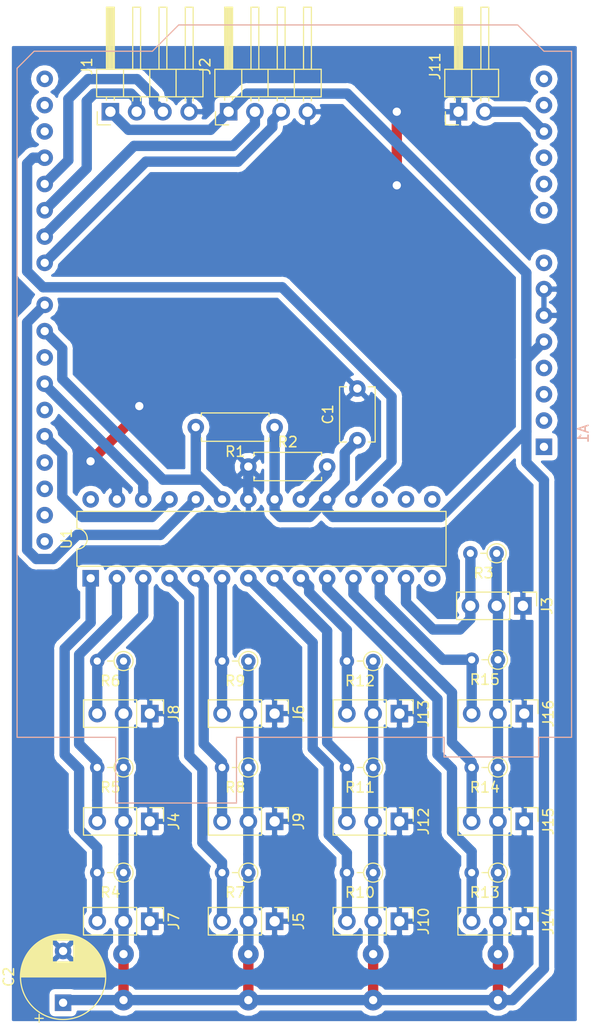
<source format=kicad_pcb>
(kicad_pcb (version 20171130) (host pcbnew 5.0.2+dfsg1-1)

  (general
    (thickness 1.6)
    (drawings 0)
    (tracks 243)
    (zones 0)
    (modules 35)
    (nets 27)
  )

  (page A4)
  (layers
    (0 F.Cu signal)
    (31 B.Cu signal)
    (32 B.Adhes user)
    (33 F.Adhes user)
    (34 B.Paste user)
    (35 F.Paste user)
    (36 B.SilkS user)
    (37 F.SilkS user)
    (38 B.Mask user)
    (39 F.Mask user)
    (40 Dwgs.User user)
    (41 Cmts.User user)
    (42 Eco1.User user)
    (43 Eco2.User user)
    (44 Edge.Cuts user)
    (45 Margin user)
    (46 B.CrtYd user)
    (47 F.CrtYd user)
    (48 B.Fab user)
    (49 F.Fab user)
  )

  (setup
    (last_trace_width 1)
    (trace_clearance 0.4)
    (zone_clearance 0.508)
    (zone_45_only no)
    (trace_min 0.2)
    (segment_width 0.2)
    (edge_width 0.15)
    (via_size 2)
    (via_drill 0.8)
    (via_min_size 0.4)
    (via_min_drill 0.3)
    (uvia_size 0.3)
    (uvia_drill 0.1)
    (uvias_allowed no)
    (uvia_min_size 0.2)
    (uvia_min_drill 0.1)
    (pcb_text_width 0.3)
    (pcb_text_size 1.5 1.5)
    (mod_edge_width 0.15)
    (mod_text_size 1 1)
    (mod_text_width 0.15)
    (pad_size 1.524 1.524)
    (pad_drill 0.762)
    (pad_to_mask_clearance 0.051)
    (solder_mask_min_width 0.25)
    (aux_axis_origin 19.812 19.558)
    (grid_origin 19.812 19.558)
    (visible_elements FFFFFF7F)
    (pcbplotparams
      (layerselection 0x00000_fffffffe)
      (usegerberextensions false)
      (usegerberattributes false)
      (usegerberadvancedattributes false)
      (creategerberjobfile false)
      (excludeedgelayer true)
      (linewidth 0.100000)
      (plotframeref false)
      (viasonmask false)
      (mode 1)
      (useauxorigin true)
      (hpglpennumber 1)
      (hpglpenspeed 20)
      (hpglpendiameter 15.000000)
      (psnegative false)
      (psa4output false)
      (plotreference true)
      (plotvalue true)
      (plotinvisibletext false)
      (padsonsilk false)
      (subtractmaskfromsilk false)
      (outputformat 1)
      (mirror false)
      (drillshape 0)
      (scaleselection 1)
      (outputdirectory "Gerber/"))
  )

  (net 0 "")
  (net 1 "Net-(A1-Pad19)")
  (net 2 "Net-(A1-Pad20)")
  (net 3 "Net-(A1-Pad21)")
  (net 4 GND)
  (net 5 "Net-(A1-Pad22)")
  (net 6 "Net-(A1-Pad12)")
  (net 7 GSCLK)
  (net 8 +5V)
  (net 9 BLANK)
  (net 10 XLAT)
  (net 11 SIN)
  (net 12 SCLK)
  (net 13 C2)
  (net 14 C4)
  (net 15 C6)
  (net 16 C1)
  (net 17 C3)
  (net 18 C5)
  (net 19 C7)
  (net 20 C8)
  (net 21 C9)
  (net 22 C10)
  (net 23 C11)
  (net 24 C12)
  (net 25 "Net-(R2-Pad2)")
  (net 26 C13)

  (net_class Default "Ceci est la Netclass par défaut."
    (clearance 0.4)
    (trace_width 1)
    (via_dia 2)
    (via_drill 0.8)
    (uvia_dia 0.3)
    (uvia_drill 0.1)
    (add_net +5V)
    (add_net BLANK)
    (add_net C1)
    (add_net C10)
    (add_net C11)
    (add_net C12)
    (add_net C13)
    (add_net C2)
    (add_net C3)
    (add_net C4)
    (add_net C5)
    (add_net C6)
    (add_net C7)
    (add_net C8)
    (add_net C9)
    (add_net GND)
    (add_net GSCLK)
    (add_net "Net-(A1-Pad12)")
    (add_net "Net-(A1-Pad19)")
    (add_net "Net-(A1-Pad20)")
    (add_net "Net-(A1-Pad21)")
    (add_net "Net-(A1-Pad22)")
    (add_net "Net-(R2-Pad2)")
    (add_net SCLK)
    (add_net SIN)
    (add_net XLAT)
  )

  (module Module:Arduino_UNO_R3 (layer B.Cu) (tedit 58AB60FC) (tstamp 5E4CD620)
    (at 71.374 58.293 90)
    (descr "Arduino UNO R3, http://www.mouser.com/pdfdocs/Gravitech_Arduino_Nano3_0.pdf")
    (tags "Arduino UNO R3")
    (path /5E404B7F)
    (fp_text reference A1 (at 1.27 3.81 -90) (layer B.SilkS)
      (effects (font (size 1 1) (thickness 0.15)) (justify mirror))
    )
    (fp_text value Arduino_UNO_R3 (at 0 -22.86 90) (layer B.Fab)
      (effects (font (size 1 1) (thickness 0.15)) (justify mirror))
    )
    (fp_text user %R (at 0 -20.32 -90) (layer B.Fab)
      (effects (font (size 1 1) (thickness 0.15)) (justify mirror))
    )
    (fp_line (start 38.35 2.79) (end 38.35 0) (layer B.CrtYd) (width 0.05))
    (fp_line (start 38.35 0) (end 40.89 -2.54) (layer B.CrtYd) (width 0.05))
    (fp_line (start 40.89 -2.54) (end 40.89 -35.31) (layer B.CrtYd) (width 0.05))
    (fp_line (start 40.89 -35.31) (end 38.35 -37.85) (layer B.CrtYd) (width 0.05))
    (fp_line (start 38.35 -37.85) (end 38.35 -49.28) (layer B.CrtYd) (width 0.05))
    (fp_line (start 38.35 -49.28) (end 36.58 -51.05) (layer B.CrtYd) (width 0.05))
    (fp_line (start 36.58 -51.05) (end -28.19 -51.05) (layer B.CrtYd) (width 0.05))
    (fp_line (start -28.19 -51.05) (end -28.19 -41.53) (layer B.CrtYd) (width 0.05))
    (fp_line (start -28.19 -41.53) (end -34.54 -41.53) (layer B.CrtYd) (width 0.05))
    (fp_line (start -34.54 -41.53) (end -34.54 -29.59) (layer B.CrtYd) (width 0.05))
    (fp_line (start -34.54 -29.59) (end -28.19 -29.59) (layer B.CrtYd) (width 0.05))
    (fp_line (start -28.19 -29.59) (end -28.19 -9.78) (layer B.CrtYd) (width 0.05))
    (fp_line (start -28.19 -9.78) (end -30.1 -9.78) (layer B.CrtYd) (width 0.05))
    (fp_line (start -30.1 -9.78) (end -30.1 -0.38) (layer B.CrtYd) (width 0.05))
    (fp_line (start -30.1 -0.38) (end -28.19 -0.38) (layer B.CrtYd) (width 0.05))
    (fp_line (start -28.19 -0.38) (end -28.19 2.79) (layer B.CrtYd) (width 0.05))
    (fp_line (start -28.19 2.79) (end 38.35 2.79) (layer B.CrtYd) (width 0.05))
    (fp_line (start 40.77 -35.31) (end 40.77 -2.54) (layer B.SilkS) (width 0.12))
    (fp_line (start 40.77 -2.54) (end 38.23 0) (layer B.SilkS) (width 0.12))
    (fp_line (start 38.23 0) (end 38.23 2.67) (layer B.SilkS) (width 0.12))
    (fp_line (start 38.23 2.67) (end -28.07 2.67) (layer B.SilkS) (width 0.12))
    (fp_line (start -28.07 2.67) (end -28.07 -0.51) (layer B.SilkS) (width 0.12))
    (fp_line (start -28.07 -0.51) (end -29.97 -0.51) (layer B.SilkS) (width 0.12))
    (fp_line (start -29.97 -0.51) (end -29.97 -9.65) (layer B.SilkS) (width 0.12))
    (fp_line (start -29.97 -9.65) (end -28.07 -9.65) (layer B.SilkS) (width 0.12))
    (fp_line (start -28.07 -9.65) (end -28.07 -29.72) (layer B.SilkS) (width 0.12))
    (fp_line (start -28.07 -29.72) (end -34.42 -29.72) (layer B.SilkS) (width 0.12))
    (fp_line (start -34.42 -29.72) (end -34.42 -41.4) (layer B.SilkS) (width 0.12))
    (fp_line (start -34.42 -41.4) (end -28.07 -41.4) (layer B.SilkS) (width 0.12))
    (fp_line (start -28.07 -41.4) (end -28.07 -50.93) (layer B.SilkS) (width 0.12))
    (fp_line (start -28.07 -50.93) (end 36.58 -50.93) (layer B.SilkS) (width 0.12))
    (fp_line (start 36.58 -50.93) (end 38.23 -49.28) (layer B.SilkS) (width 0.12))
    (fp_line (start 38.23 -49.28) (end 38.23 -37.85) (layer B.SilkS) (width 0.12))
    (fp_line (start 38.23 -37.85) (end 40.77 -35.31) (layer B.SilkS) (width 0.12))
    (fp_line (start -34.29 -29.84) (end -18.41 -29.84) (layer B.Fab) (width 0.1))
    (fp_line (start -18.41 -29.84) (end -18.41 -41.27) (layer B.Fab) (width 0.1))
    (fp_line (start -18.41 -41.27) (end -34.29 -41.27) (layer B.Fab) (width 0.1))
    (fp_line (start -34.29 -41.27) (end -34.29 -29.84) (layer B.Fab) (width 0.1))
    (fp_line (start -29.84 -0.64) (end -16.51 -0.64) (layer B.Fab) (width 0.1))
    (fp_line (start -16.51 -0.64) (end -16.51 -9.53) (layer B.Fab) (width 0.1))
    (fp_line (start -16.51 -9.53) (end -29.84 -9.53) (layer B.Fab) (width 0.1))
    (fp_line (start -29.84 -9.53) (end -29.84 -0.64) (layer B.Fab) (width 0.1))
    (fp_line (start 38.1 -37.85) (end 38.1 -49.28) (layer B.Fab) (width 0.1))
    (fp_line (start 40.64 -2.54) (end 40.64 -35.31) (layer B.Fab) (width 0.1))
    (fp_line (start 40.64 -35.31) (end 38.1 -37.85) (layer B.Fab) (width 0.1))
    (fp_line (start 38.1 2.54) (end 38.1 0) (layer B.Fab) (width 0.1))
    (fp_line (start 38.1 0) (end 40.64 -2.54) (layer B.Fab) (width 0.1))
    (fp_line (start 38.1 -49.28) (end 36.58 -50.8) (layer B.Fab) (width 0.1))
    (fp_line (start 36.58 -50.8) (end -27.94 -50.8) (layer B.Fab) (width 0.1))
    (fp_line (start -27.94 -50.8) (end -27.94 2.54) (layer B.Fab) (width 0.1))
    (fp_line (start -27.94 2.54) (end 38.1 2.54) (layer B.Fab) (width 0.1))
    (pad 32 thru_hole oval (at -9.14 -48.26) (size 1.6 1.6) (drill 0.8) (layers *.Cu *.Mask))
    (pad 31 thru_hole oval (at -6.6 -48.26) (size 1.6 1.6) (drill 0.8) (layers *.Cu *.Mask))
    (pad 1 thru_hole rect (at 0 0) (size 1.6 1.6) (drill 0.8) (layers *.Cu *.Mask))
    (pad 17 thru_hole oval (at 30.48 -48.26) (size 1.6 1.6) (drill 0.8) (layers *.Cu *.Mask))
    (pad 2 thru_hole oval (at 2.54 0) (size 1.6 1.6) (drill 0.8) (layers *.Cu *.Mask))
    (pad 18 thru_hole oval (at 27.94 -48.26) (size 1.6 1.6) (drill 0.8) (layers *.Cu *.Mask)
      (net 7 GSCLK))
    (pad 3 thru_hole oval (at 5.08 0) (size 1.6 1.6) (drill 0.8) (layers *.Cu *.Mask))
    (pad 19 thru_hole oval (at 25.4 -48.26) (size 1.6 1.6) (drill 0.8) (layers *.Cu *.Mask)
      (net 1 "Net-(A1-Pad19)"))
    (pad 4 thru_hole oval (at 7.62 0) (size 1.6 1.6) (drill 0.8) (layers *.Cu *.Mask))
    (pad 20 thru_hole oval (at 22.86 -48.26) (size 1.6 1.6) (drill 0.8) (layers *.Cu *.Mask)
      (net 2 "Net-(A1-Pad20)"))
    (pad 5 thru_hole oval (at 10.16 0) (size 1.6 1.6) (drill 0.8) (layers *.Cu *.Mask)
      (net 8 +5V))
    (pad 21 thru_hole oval (at 20.32 -48.26) (size 1.6 1.6) (drill 0.8) (layers *.Cu *.Mask)
      (net 3 "Net-(A1-Pad21)"))
    (pad 6 thru_hole oval (at 12.7 0) (size 1.6 1.6) (drill 0.8) (layers *.Cu *.Mask)
      (net 4 GND))
    (pad 22 thru_hole oval (at 17.78 -48.26) (size 1.6 1.6) (drill 0.8) (layers *.Cu *.Mask)
      (net 5 "Net-(A1-Pad22)"))
    (pad 7 thru_hole oval (at 15.24 0) (size 1.6 1.6) (drill 0.8) (layers *.Cu *.Mask)
      (net 4 GND))
    (pad 23 thru_hole oval (at 13.72 -48.26) (size 1.6 1.6) (drill 0.8) (layers *.Cu *.Mask)
      (net 10 XLAT))
    (pad 8 thru_hole oval (at 17.78 0) (size 1.6 1.6) (drill 0.8) (layers *.Cu *.Mask))
    (pad 24 thru_hole oval (at 11.18 -48.26) (size 1.6 1.6) (drill 0.8) (layers *.Cu *.Mask)
      (net 9 BLANK))
    (pad 9 thru_hole oval (at 22.86 0) (size 1.6 1.6) (drill 0.8) (layers *.Cu *.Mask))
    (pad 25 thru_hole oval (at 8.64 -48.26) (size 1.6 1.6) (drill 0.8) (layers *.Cu *.Mask))
    (pad 10 thru_hole oval (at 25.4 0) (size 1.6 1.6) (drill 0.8) (layers *.Cu *.Mask))
    (pad 26 thru_hole oval (at 6.1 -48.26) (size 1.6 1.6) (drill 0.8) (layers *.Cu *.Mask)
      (net 11 SIN))
    (pad 11 thru_hole oval (at 27.94 0) (size 1.6 1.6) (drill 0.8) (layers *.Cu *.Mask))
    (pad 27 thru_hole oval (at 3.56 -48.26) (size 1.6 1.6) (drill 0.8) (layers *.Cu *.Mask))
    (pad 12 thru_hole oval (at 30.48 0) (size 1.6 1.6) (drill 0.8) (layers *.Cu *.Mask)
      (net 6 "Net-(A1-Pad12)"))
    (pad 28 thru_hole oval (at 1.02 -48.26) (size 1.6 1.6) (drill 0.8) (layers *.Cu *.Mask)
      (net 12 SCLK))
    (pad 13 thru_hole oval (at 33.02 0) (size 1.6 1.6) (drill 0.8) (layers *.Cu *.Mask))
    (pad 29 thru_hole oval (at -1.52 -48.26) (size 1.6 1.6) (drill 0.8) (layers *.Cu *.Mask)
      (net 4 GND))
    (pad 14 thru_hole oval (at 35.56 0) (size 1.6 1.6) (drill 0.8) (layers *.Cu *.Mask))
    (pad 30 thru_hole oval (at -4.06 -48.26) (size 1.6 1.6) (drill 0.8) (layers *.Cu *.Mask))
    (pad 15 thru_hole oval (at 35.56 -48.26) (size 1.6 1.6) (drill 0.8) (layers *.Cu *.Mask))
    (pad 16 thru_hole oval (at 33.02 -48.26) (size 1.6 1.6) (drill 0.8) (layers *.Cu *.Mask))
    (model ${KISYS3DMOD}/Module.3dshapes/Arduino_UNO_R3.wrl
      (at (xyz 0 0 0))
      (scale (xyz 1 1 1))
      (rotate (xyz 0 0 0))
    )
  )

  (module Connector_PinHeader_2.54mm:PinHeader_1x04_P2.54mm_Horizontal (layer F.Cu) (tedit 59FED5CB) (tstamp 5E4CD682)
    (at 29.464 25.908 90)
    (descr "Through hole angled pin header, 1x04, 2.54mm pitch, 6mm pin length, single row")
    (tags "Through hole angled pin header THT 1x04 2.54mm single row")
    (path /5E4052F6)
    (fp_text reference J1 (at 4.385 -2.27 90) (layer F.SilkS)
      (effects (font (size 1 1) (thickness 0.15)))
    )
    (fp_text value "Front ultrasound" (at 4.385 9.89 90) (layer F.Fab)
      (effects (font (size 1 1) (thickness 0.15)))
    )
    (fp_text user %R (at 2.77 3.81 180) (layer F.Fab)
      (effects (font (size 1 1) (thickness 0.15)))
    )
    (fp_line (start 10.55 -1.8) (end -1.8 -1.8) (layer F.CrtYd) (width 0.05))
    (fp_line (start 10.55 9.4) (end 10.55 -1.8) (layer F.CrtYd) (width 0.05))
    (fp_line (start -1.8 9.4) (end 10.55 9.4) (layer F.CrtYd) (width 0.05))
    (fp_line (start -1.8 -1.8) (end -1.8 9.4) (layer F.CrtYd) (width 0.05))
    (fp_line (start -1.27 -1.27) (end 0 -1.27) (layer F.SilkS) (width 0.12))
    (fp_line (start -1.27 0) (end -1.27 -1.27) (layer F.SilkS) (width 0.12))
    (fp_line (start 1.042929 8) (end 1.44 8) (layer F.SilkS) (width 0.12))
    (fp_line (start 1.042929 7.24) (end 1.44 7.24) (layer F.SilkS) (width 0.12))
    (fp_line (start 10.1 8) (end 4.1 8) (layer F.SilkS) (width 0.12))
    (fp_line (start 10.1 7.24) (end 10.1 8) (layer F.SilkS) (width 0.12))
    (fp_line (start 4.1 7.24) (end 10.1 7.24) (layer F.SilkS) (width 0.12))
    (fp_line (start 1.44 6.35) (end 4.1 6.35) (layer F.SilkS) (width 0.12))
    (fp_line (start 1.042929 5.46) (end 1.44 5.46) (layer F.SilkS) (width 0.12))
    (fp_line (start 1.042929 4.7) (end 1.44 4.7) (layer F.SilkS) (width 0.12))
    (fp_line (start 10.1 5.46) (end 4.1 5.46) (layer F.SilkS) (width 0.12))
    (fp_line (start 10.1 4.7) (end 10.1 5.46) (layer F.SilkS) (width 0.12))
    (fp_line (start 4.1 4.7) (end 10.1 4.7) (layer F.SilkS) (width 0.12))
    (fp_line (start 1.44 3.81) (end 4.1 3.81) (layer F.SilkS) (width 0.12))
    (fp_line (start 1.042929 2.92) (end 1.44 2.92) (layer F.SilkS) (width 0.12))
    (fp_line (start 1.042929 2.16) (end 1.44 2.16) (layer F.SilkS) (width 0.12))
    (fp_line (start 10.1 2.92) (end 4.1 2.92) (layer F.SilkS) (width 0.12))
    (fp_line (start 10.1 2.16) (end 10.1 2.92) (layer F.SilkS) (width 0.12))
    (fp_line (start 4.1 2.16) (end 10.1 2.16) (layer F.SilkS) (width 0.12))
    (fp_line (start 1.44 1.27) (end 4.1 1.27) (layer F.SilkS) (width 0.12))
    (fp_line (start 1.11 0.38) (end 1.44 0.38) (layer F.SilkS) (width 0.12))
    (fp_line (start 1.11 -0.38) (end 1.44 -0.38) (layer F.SilkS) (width 0.12))
    (fp_line (start 4.1 0.28) (end 10.1 0.28) (layer F.SilkS) (width 0.12))
    (fp_line (start 4.1 0.16) (end 10.1 0.16) (layer F.SilkS) (width 0.12))
    (fp_line (start 4.1 0.04) (end 10.1 0.04) (layer F.SilkS) (width 0.12))
    (fp_line (start 4.1 -0.08) (end 10.1 -0.08) (layer F.SilkS) (width 0.12))
    (fp_line (start 4.1 -0.2) (end 10.1 -0.2) (layer F.SilkS) (width 0.12))
    (fp_line (start 4.1 -0.32) (end 10.1 -0.32) (layer F.SilkS) (width 0.12))
    (fp_line (start 10.1 0.38) (end 4.1 0.38) (layer F.SilkS) (width 0.12))
    (fp_line (start 10.1 -0.38) (end 10.1 0.38) (layer F.SilkS) (width 0.12))
    (fp_line (start 4.1 -0.38) (end 10.1 -0.38) (layer F.SilkS) (width 0.12))
    (fp_line (start 4.1 -1.33) (end 1.44 -1.33) (layer F.SilkS) (width 0.12))
    (fp_line (start 4.1 8.95) (end 4.1 -1.33) (layer F.SilkS) (width 0.12))
    (fp_line (start 1.44 8.95) (end 4.1 8.95) (layer F.SilkS) (width 0.12))
    (fp_line (start 1.44 -1.33) (end 1.44 8.95) (layer F.SilkS) (width 0.12))
    (fp_line (start 4.04 7.94) (end 10.04 7.94) (layer F.Fab) (width 0.1))
    (fp_line (start 10.04 7.3) (end 10.04 7.94) (layer F.Fab) (width 0.1))
    (fp_line (start 4.04 7.3) (end 10.04 7.3) (layer F.Fab) (width 0.1))
    (fp_line (start -0.32 7.94) (end 1.5 7.94) (layer F.Fab) (width 0.1))
    (fp_line (start -0.32 7.3) (end -0.32 7.94) (layer F.Fab) (width 0.1))
    (fp_line (start -0.32 7.3) (end 1.5 7.3) (layer F.Fab) (width 0.1))
    (fp_line (start 4.04 5.4) (end 10.04 5.4) (layer F.Fab) (width 0.1))
    (fp_line (start 10.04 4.76) (end 10.04 5.4) (layer F.Fab) (width 0.1))
    (fp_line (start 4.04 4.76) (end 10.04 4.76) (layer F.Fab) (width 0.1))
    (fp_line (start -0.32 5.4) (end 1.5 5.4) (layer F.Fab) (width 0.1))
    (fp_line (start -0.32 4.76) (end -0.32 5.4) (layer F.Fab) (width 0.1))
    (fp_line (start -0.32 4.76) (end 1.5 4.76) (layer F.Fab) (width 0.1))
    (fp_line (start 4.04 2.86) (end 10.04 2.86) (layer F.Fab) (width 0.1))
    (fp_line (start 10.04 2.22) (end 10.04 2.86) (layer F.Fab) (width 0.1))
    (fp_line (start 4.04 2.22) (end 10.04 2.22) (layer F.Fab) (width 0.1))
    (fp_line (start -0.32 2.86) (end 1.5 2.86) (layer F.Fab) (width 0.1))
    (fp_line (start -0.32 2.22) (end -0.32 2.86) (layer F.Fab) (width 0.1))
    (fp_line (start -0.32 2.22) (end 1.5 2.22) (layer F.Fab) (width 0.1))
    (fp_line (start 4.04 0.32) (end 10.04 0.32) (layer F.Fab) (width 0.1))
    (fp_line (start 10.04 -0.32) (end 10.04 0.32) (layer F.Fab) (width 0.1))
    (fp_line (start 4.04 -0.32) (end 10.04 -0.32) (layer F.Fab) (width 0.1))
    (fp_line (start -0.32 0.32) (end 1.5 0.32) (layer F.Fab) (width 0.1))
    (fp_line (start -0.32 -0.32) (end -0.32 0.32) (layer F.Fab) (width 0.1))
    (fp_line (start -0.32 -0.32) (end 1.5 -0.32) (layer F.Fab) (width 0.1))
    (fp_line (start 1.5 -0.635) (end 2.135 -1.27) (layer F.Fab) (width 0.1))
    (fp_line (start 1.5 8.89) (end 1.5 -0.635) (layer F.Fab) (width 0.1))
    (fp_line (start 4.04 8.89) (end 1.5 8.89) (layer F.Fab) (width 0.1))
    (fp_line (start 4.04 -1.27) (end 4.04 8.89) (layer F.Fab) (width 0.1))
    (fp_line (start 2.135 -1.27) (end 4.04 -1.27) (layer F.Fab) (width 0.1))
    (pad 4 thru_hole oval (at 0 7.62 90) (size 1.7 1.7) (drill 1) (layers *.Cu *.Mask)
      (net 4 GND))
    (pad 3 thru_hole oval (at 0 5.08 90) (size 1.7 1.7) (drill 1) (layers *.Cu *.Mask)
      (net 1 "Net-(A1-Pad19)"))
    (pad 2 thru_hole oval (at 0 2.54 90) (size 1.7 1.7) (drill 1) (layers *.Cu *.Mask)
      (net 2 "Net-(A1-Pad20)"))
    (pad 1 thru_hole rect (at 0 0 90) (size 1.7 1.7) (drill 1) (layers *.Cu *.Mask)
      (net 8 +5V))
    (model ${KISYS3DMOD}/Connector_PinHeader_2.54mm.3dshapes/PinHeader_1x04_P2.54mm_Horizontal.wrl
      (at (xyz 0 0 0))
      (scale (xyz 1 1 1))
      (rotate (xyz 0 0 0))
    )
  )

  (module Connector_PinHeader_2.54mm:PinHeader_1x04_P2.54mm_Horizontal (layer F.Cu) (tedit 59FED5CB) (tstamp 5E4CD6CF)
    (at 40.894 25.908 90)
    (descr "Through hole angled pin header, 1x04, 2.54mm pitch, 6mm pin length, single row")
    (tags "Through hole angled pin header THT 1x04 2.54mm single row")
    (path /5E405175)
    (fp_text reference J2 (at 4.385 -2.27 90) (layer F.SilkS)
      (effects (font (size 1 1) (thickness 0.15)))
    )
    (fp_text value "Rear ultrasound" (at 4.385 9.89 90) (layer F.Fab)
      (effects (font (size 1 1) (thickness 0.15)))
    )
    (fp_line (start 2.135 -1.27) (end 4.04 -1.27) (layer F.Fab) (width 0.1))
    (fp_line (start 4.04 -1.27) (end 4.04 8.89) (layer F.Fab) (width 0.1))
    (fp_line (start 4.04 8.89) (end 1.5 8.89) (layer F.Fab) (width 0.1))
    (fp_line (start 1.5 8.89) (end 1.5 -0.635) (layer F.Fab) (width 0.1))
    (fp_line (start 1.5 -0.635) (end 2.135 -1.27) (layer F.Fab) (width 0.1))
    (fp_line (start -0.32 -0.32) (end 1.5 -0.32) (layer F.Fab) (width 0.1))
    (fp_line (start -0.32 -0.32) (end -0.32 0.32) (layer F.Fab) (width 0.1))
    (fp_line (start -0.32 0.32) (end 1.5 0.32) (layer F.Fab) (width 0.1))
    (fp_line (start 4.04 -0.32) (end 10.04 -0.32) (layer F.Fab) (width 0.1))
    (fp_line (start 10.04 -0.32) (end 10.04 0.32) (layer F.Fab) (width 0.1))
    (fp_line (start 4.04 0.32) (end 10.04 0.32) (layer F.Fab) (width 0.1))
    (fp_line (start -0.32 2.22) (end 1.5 2.22) (layer F.Fab) (width 0.1))
    (fp_line (start -0.32 2.22) (end -0.32 2.86) (layer F.Fab) (width 0.1))
    (fp_line (start -0.32 2.86) (end 1.5 2.86) (layer F.Fab) (width 0.1))
    (fp_line (start 4.04 2.22) (end 10.04 2.22) (layer F.Fab) (width 0.1))
    (fp_line (start 10.04 2.22) (end 10.04 2.86) (layer F.Fab) (width 0.1))
    (fp_line (start 4.04 2.86) (end 10.04 2.86) (layer F.Fab) (width 0.1))
    (fp_line (start -0.32 4.76) (end 1.5 4.76) (layer F.Fab) (width 0.1))
    (fp_line (start -0.32 4.76) (end -0.32 5.4) (layer F.Fab) (width 0.1))
    (fp_line (start -0.32 5.4) (end 1.5 5.4) (layer F.Fab) (width 0.1))
    (fp_line (start 4.04 4.76) (end 10.04 4.76) (layer F.Fab) (width 0.1))
    (fp_line (start 10.04 4.76) (end 10.04 5.4) (layer F.Fab) (width 0.1))
    (fp_line (start 4.04 5.4) (end 10.04 5.4) (layer F.Fab) (width 0.1))
    (fp_line (start -0.32 7.3) (end 1.5 7.3) (layer F.Fab) (width 0.1))
    (fp_line (start -0.32 7.3) (end -0.32 7.94) (layer F.Fab) (width 0.1))
    (fp_line (start -0.32 7.94) (end 1.5 7.94) (layer F.Fab) (width 0.1))
    (fp_line (start 4.04 7.3) (end 10.04 7.3) (layer F.Fab) (width 0.1))
    (fp_line (start 10.04 7.3) (end 10.04 7.94) (layer F.Fab) (width 0.1))
    (fp_line (start 4.04 7.94) (end 10.04 7.94) (layer F.Fab) (width 0.1))
    (fp_line (start 1.44 -1.33) (end 1.44 8.95) (layer F.SilkS) (width 0.12))
    (fp_line (start 1.44 8.95) (end 4.1 8.95) (layer F.SilkS) (width 0.12))
    (fp_line (start 4.1 8.95) (end 4.1 -1.33) (layer F.SilkS) (width 0.12))
    (fp_line (start 4.1 -1.33) (end 1.44 -1.33) (layer F.SilkS) (width 0.12))
    (fp_line (start 4.1 -0.38) (end 10.1 -0.38) (layer F.SilkS) (width 0.12))
    (fp_line (start 10.1 -0.38) (end 10.1 0.38) (layer F.SilkS) (width 0.12))
    (fp_line (start 10.1 0.38) (end 4.1 0.38) (layer F.SilkS) (width 0.12))
    (fp_line (start 4.1 -0.32) (end 10.1 -0.32) (layer F.SilkS) (width 0.12))
    (fp_line (start 4.1 -0.2) (end 10.1 -0.2) (layer F.SilkS) (width 0.12))
    (fp_line (start 4.1 -0.08) (end 10.1 -0.08) (layer F.SilkS) (width 0.12))
    (fp_line (start 4.1 0.04) (end 10.1 0.04) (layer F.SilkS) (width 0.12))
    (fp_line (start 4.1 0.16) (end 10.1 0.16) (layer F.SilkS) (width 0.12))
    (fp_line (start 4.1 0.28) (end 10.1 0.28) (layer F.SilkS) (width 0.12))
    (fp_line (start 1.11 -0.38) (end 1.44 -0.38) (layer F.SilkS) (width 0.12))
    (fp_line (start 1.11 0.38) (end 1.44 0.38) (layer F.SilkS) (width 0.12))
    (fp_line (start 1.44 1.27) (end 4.1 1.27) (layer F.SilkS) (width 0.12))
    (fp_line (start 4.1 2.16) (end 10.1 2.16) (layer F.SilkS) (width 0.12))
    (fp_line (start 10.1 2.16) (end 10.1 2.92) (layer F.SilkS) (width 0.12))
    (fp_line (start 10.1 2.92) (end 4.1 2.92) (layer F.SilkS) (width 0.12))
    (fp_line (start 1.042929 2.16) (end 1.44 2.16) (layer F.SilkS) (width 0.12))
    (fp_line (start 1.042929 2.92) (end 1.44 2.92) (layer F.SilkS) (width 0.12))
    (fp_line (start 1.44 3.81) (end 4.1 3.81) (layer F.SilkS) (width 0.12))
    (fp_line (start 4.1 4.7) (end 10.1 4.7) (layer F.SilkS) (width 0.12))
    (fp_line (start 10.1 4.7) (end 10.1 5.46) (layer F.SilkS) (width 0.12))
    (fp_line (start 10.1 5.46) (end 4.1 5.46) (layer F.SilkS) (width 0.12))
    (fp_line (start 1.042929 4.7) (end 1.44 4.7) (layer F.SilkS) (width 0.12))
    (fp_line (start 1.042929 5.46) (end 1.44 5.46) (layer F.SilkS) (width 0.12))
    (fp_line (start 1.44 6.35) (end 4.1 6.35) (layer F.SilkS) (width 0.12))
    (fp_line (start 4.1 7.24) (end 10.1 7.24) (layer F.SilkS) (width 0.12))
    (fp_line (start 10.1 7.24) (end 10.1 8) (layer F.SilkS) (width 0.12))
    (fp_line (start 10.1 8) (end 4.1 8) (layer F.SilkS) (width 0.12))
    (fp_line (start 1.042929 7.24) (end 1.44 7.24) (layer F.SilkS) (width 0.12))
    (fp_line (start 1.042929 8) (end 1.44 8) (layer F.SilkS) (width 0.12))
    (fp_line (start -1.27 0) (end -1.27 -1.27) (layer F.SilkS) (width 0.12))
    (fp_line (start -1.27 -1.27) (end 0 -1.27) (layer F.SilkS) (width 0.12))
    (fp_line (start -1.8 -1.8) (end -1.8 9.4) (layer F.CrtYd) (width 0.05))
    (fp_line (start -1.8 9.4) (end 10.55 9.4) (layer F.CrtYd) (width 0.05))
    (fp_line (start 10.55 9.4) (end 10.55 -1.8) (layer F.CrtYd) (width 0.05))
    (fp_line (start 10.55 -1.8) (end -1.8 -1.8) (layer F.CrtYd) (width 0.05))
    (fp_text user %R (at 2.77 3.81 180) (layer F.Fab)
      (effects (font (size 1 1) (thickness 0.15)))
    )
    (pad 1 thru_hole rect (at 0 0 90) (size 1.7 1.7) (drill 1) (layers *.Cu *.Mask)
      (net 8 +5V))
    (pad 2 thru_hole oval (at 0 2.54 90) (size 1.7 1.7) (drill 1) (layers *.Cu *.Mask)
      (net 3 "Net-(A1-Pad21)"))
    (pad 3 thru_hole oval (at 0 5.08 90) (size 1.7 1.7) (drill 1) (layers *.Cu *.Mask)
      (net 5 "Net-(A1-Pad22)"))
    (pad 4 thru_hole oval (at 0 7.62 90) (size 1.7 1.7) (drill 1) (layers *.Cu *.Mask)
      (net 4 GND))
    (model ${KISYS3DMOD}/Connector_PinHeader_2.54mm.3dshapes/PinHeader_1x04_P2.54mm_Horizontal.wrl
      (at (xyz 0 0 0))
      (scale (xyz 1 1 1))
      (rotate (xyz 0 0 0))
    )
  )

  (module Connector_PinHeader_2.54mm:PinHeader_1x02_P2.54mm_Horizontal (layer F.Cu) (tedit 59FED5CB) (tstamp 5E50D081)
    (at 63.119 25.908 90)
    (descr "Through hole angled pin header, 1x02, 2.54mm pitch, 6mm pin length, single row")
    (tags "Through hole angled pin header THT 1x02 2.54mm single row")
    (path /5E44775C)
    (fp_text reference J11 (at 4.385 -2.27 90) (layer F.SilkS)
      (effects (font (size 1 1) (thickness 0.15)))
    )
    (fp_text value "Start trigger" (at 4.385 4.81 90) (layer F.Fab)
      (effects (font (size 1 1) (thickness 0.15)))
    )
    (fp_line (start 2.135 -1.27) (end 4.04 -1.27) (layer F.Fab) (width 0.1))
    (fp_line (start 4.04 -1.27) (end 4.04 3.81) (layer F.Fab) (width 0.1))
    (fp_line (start 4.04 3.81) (end 1.5 3.81) (layer F.Fab) (width 0.1))
    (fp_line (start 1.5 3.81) (end 1.5 -0.635) (layer F.Fab) (width 0.1))
    (fp_line (start 1.5 -0.635) (end 2.135 -1.27) (layer F.Fab) (width 0.1))
    (fp_line (start -0.32 -0.32) (end 1.5 -0.32) (layer F.Fab) (width 0.1))
    (fp_line (start -0.32 -0.32) (end -0.32 0.32) (layer F.Fab) (width 0.1))
    (fp_line (start -0.32 0.32) (end 1.5 0.32) (layer F.Fab) (width 0.1))
    (fp_line (start 4.04 -0.32) (end 10.04 -0.32) (layer F.Fab) (width 0.1))
    (fp_line (start 10.04 -0.32) (end 10.04 0.32) (layer F.Fab) (width 0.1))
    (fp_line (start 4.04 0.32) (end 10.04 0.32) (layer F.Fab) (width 0.1))
    (fp_line (start -0.32 2.22) (end 1.5 2.22) (layer F.Fab) (width 0.1))
    (fp_line (start -0.32 2.22) (end -0.32 2.86) (layer F.Fab) (width 0.1))
    (fp_line (start -0.32 2.86) (end 1.5 2.86) (layer F.Fab) (width 0.1))
    (fp_line (start 4.04 2.22) (end 10.04 2.22) (layer F.Fab) (width 0.1))
    (fp_line (start 10.04 2.22) (end 10.04 2.86) (layer F.Fab) (width 0.1))
    (fp_line (start 4.04 2.86) (end 10.04 2.86) (layer F.Fab) (width 0.1))
    (fp_line (start 1.44 -1.33) (end 1.44 3.87) (layer F.SilkS) (width 0.12))
    (fp_line (start 1.44 3.87) (end 4.1 3.87) (layer F.SilkS) (width 0.12))
    (fp_line (start 4.1 3.87) (end 4.1 -1.33) (layer F.SilkS) (width 0.12))
    (fp_line (start 4.1 -1.33) (end 1.44 -1.33) (layer F.SilkS) (width 0.12))
    (fp_line (start 4.1 -0.38) (end 10.1 -0.38) (layer F.SilkS) (width 0.12))
    (fp_line (start 10.1 -0.38) (end 10.1 0.38) (layer F.SilkS) (width 0.12))
    (fp_line (start 10.1 0.38) (end 4.1 0.38) (layer F.SilkS) (width 0.12))
    (fp_line (start 4.1 -0.32) (end 10.1 -0.32) (layer F.SilkS) (width 0.12))
    (fp_line (start 4.1 -0.2) (end 10.1 -0.2) (layer F.SilkS) (width 0.12))
    (fp_line (start 4.1 -0.08) (end 10.1 -0.08) (layer F.SilkS) (width 0.12))
    (fp_line (start 4.1 0.04) (end 10.1 0.04) (layer F.SilkS) (width 0.12))
    (fp_line (start 4.1 0.16) (end 10.1 0.16) (layer F.SilkS) (width 0.12))
    (fp_line (start 4.1 0.28) (end 10.1 0.28) (layer F.SilkS) (width 0.12))
    (fp_line (start 1.11 -0.38) (end 1.44 -0.38) (layer F.SilkS) (width 0.12))
    (fp_line (start 1.11 0.38) (end 1.44 0.38) (layer F.SilkS) (width 0.12))
    (fp_line (start 1.44 1.27) (end 4.1 1.27) (layer F.SilkS) (width 0.12))
    (fp_line (start 4.1 2.16) (end 10.1 2.16) (layer F.SilkS) (width 0.12))
    (fp_line (start 10.1 2.16) (end 10.1 2.92) (layer F.SilkS) (width 0.12))
    (fp_line (start 10.1 2.92) (end 4.1 2.92) (layer F.SilkS) (width 0.12))
    (fp_line (start 1.042929 2.16) (end 1.44 2.16) (layer F.SilkS) (width 0.12))
    (fp_line (start 1.042929 2.92) (end 1.44 2.92) (layer F.SilkS) (width 0.12))
    (fp_line (start -1.27 0) (end -1.27 -1.27) (layer F.SilkS) (width 0.12))
    (fp_line (start -1.27 -1.27) (end 0 -1.27) (layer F.SilkS) (width 0.12))
    (fp_line (start -1.8 -1.8) (end -1.8 4.35) (layer F.CrtYd) (width 0.05))
    (fp_line (start -1.8 4.35) (end 10.55 4.35) (layer F.CrtYd) (width 0.05))
    (fp_line (start 10.55 4.35) (end 10.55 -1.8) (layer F.CrtYd) (width 0.05))
    (fp_line (start 10.55 -1.8) (end -1.8 -1.8) (layer F.CrtYd) (width 0.05))
    (fp_text user %R (at 2.77 1.27 180) (layer F.Fab)
      (effects (font (size 1 1) (thickness 0.15)))
    )
    (pad 1 thru_hole rect (at 0 0 90) (size 1.7 1.7) (drill 1) (layers *.Cu *.Mask)
      (net 4 GND))
    (pad 2 thru_hole oval (at 0 2.54 90) (size 1.7 1.7) (drill 1) (layers *.Cu *.Mask)
      (net 6 "Net-(A1-Pad12)"))
    (model ${KISYS3DMOD}/Connector_PinHeader_2.54mm.3dshapes/PinHeader_1x02_P2.54mm_Horizontal.wrl
      (at (xyz 0 0 0))
      (scale (xyz 1 1 1))
      (rotate (xyz 0 0 0))
    )
  )

  (module Resistor_THT:R_Axial_DIN0204_L3.6mm_D1.6mm_P2.54mm_Vertical (layer F.Cu) (tedit 5AE5139B) (tstamp 5E59D3E1)
    (at 30.734 99.441 180)
    (descr "Resistor, Axial_DIN0204 series, Axial, Vertical, pin pitch=2.54mm, 0.167W, length*diameter=3.6*1.6mm^2, http://cdn-reichelt.de/documents/datenblatt/B400/1_4W%23YAG.pdf")
    (tags "Resistor Axial_DIN0204 series Axial Vertical pin pitch 2.54mm 0.167W length 3.6mm diameter 1.6mm")
    (path /5E54D2FD)
    (fp_text reference R4 (at 1.27 -1.92 180) (layer F.SilkS)
      (effects (font (size 1 1) (thickness 0.15)))
    )
    (fp_text value R (at 1.27 1.92 180) (layer F.Fab)
      (effects (font (size 1 1) (thickness 0.15)))
    )
    (fp_text user %R (at 1.27 -1.92 180) (layer F.Fab)
      (effects (font (size 1 1) (thickness 0.15)))
    )
    (fp_line (start 3.49 -1.05) (end -1.05 -1.05) (layer F.CrtYd) (width 0.05))
    (fp_line (start 3.49 1.05) (end 3.49 -1.05) (layer F.CrtYd) (width 0.05))
    (fp_line (start -1.05 1.05) (end 3.49 1.05) (layer F.CrtYd) (width 0.05))
    (fp_line (start -1.05 -1.05) (end -1.05 1.05) (layer F.CrtYd) (width 0.05))
    (fp_line (start 0.92 0) (end 1.54 0) (layer F.SilkS) (width 0.12))
    (fp_line (start 0 0) (end 2.54 0) (layer F.Fab) (width 0.1))
    (fp_circle (center 0 0) (end 0.92 0) (layer F.SilkS) (width 0.12))
    (fp_circle (center 0 0) (end 0.8 0) (layer F.Fab) (width 0.1))
    (pad 2 thru_hole oval (at 2.54 0 180) (size 1.4 1.4) (drill 0.7) (layers *.Cu *.Mask)
      (net 16 C1))
    (pad 1 thru_hole circle (at 0 0 180) (size 1.4 1.4) (drill 0.7) (layers *.Cu *.Mask)
      (net 8 +5V))
    (model ${KISYS3DMOD}/Resistor_THT.3dshapes/R_Axial_DIN0204_L3.6mm_D1.6mm_P2.54mm_Vertical.wrl
      (at (xyz 0 0 0))
      (scale (xyz 1 1 1))
      (rotate (xyz 0 0 0))
    )
  )

  (module Resistor_THT:R_Axial_DIN0204_L3.6mm_D1.6mm_P2.54mm_Vertical (layer F.Cu) (tedit 5AE5139B) (tstamp 5E4E96C7)
    (at 30.734 89.281 180)
    (descr "Resistor, Axial_DIN0204 series, Axial, Vertical, pin pitch=2.54mm, 0.167W, length*diameter=3.6*1.6mm^2, http://cdn-reichelt.de/documents/datenblatt/B400/1_4W%23YAG.pdf")
    (tags "Resistor Axial_DIN0204 series Axial Vertical pin pitch 2.54mm 0.167W length 3.6mm diameter 1.6mm")
    (path /5E550172)
    (fp_text reference R5 (at 1.27 -1.92 180) (layer F.SilkS)
      (effects (font (size 1 1) (thickness 0.15)))
    )
    (fp_text value R (at 1.27 1.92 180) (layer F.Fab)
      (effects (font (size 1 1) (thickness 0.15)))
    )
    (fp_circle (center 0 0) (end 0.8 0) (layer F.Fab) (width 0.1))
    (fp_circle (center 0 0) (end 0.92 0) (layer F.SilkS) (width 0.12))
    (fp_line (start 0 0) (end 2.54 0) (layer F.Fab) (width 0.1))
    (fp_line (start 0.92 0) (end 1.54 0) (layer F.SilkS) (width 0.12))
    (fp_line (start -1.05 -1.05) (end -1.05 1.05) (layer F.CrtYd) (width 0.05))
    (fp_line (start -1.05 1.05) (end 3.49 1.05) (layer F.CrtYd) (width 0.05))
    (fp_line (start 3.49 1.05) (end 3.49 -1.05) (layer F.CrtYd) (width 0.05))
    (fp_line (start 3.49 -1.05) (end -1.05 -1.05) (layer F.CrtYd) (width 0.05))
    (fp_text user %R (at 1.27 -1.92 180) (layer F.Fab)
      (effects (font (size 1 1) (thickness 0.15)))
    )
    (pad 1 thru_hole circle (at 0 0 180) (size 1.4 1.4) (drill 0.7) (layers *.Cu *.Mask)
      (net 8 +5V))
    (pad 2 thru_hole oval (at 2.54 0 180) (size 1.4 1.4) (drill 0.7) (layers *.Cu *.Mask)
      (net 13 C2))
    (model ${KISYS3DMOD}/Resistor_THT.3dshapes/R_Axial_DIN0204_L3.6mm_D1.6mm_P2.54mm_Vertical.wrl
      (at (xyz 0 0 0))
      (scale (xyz 1 1 1))
      (rotate (xyz 0 0 0))
    )
  )

  (module Resistor_THT:R_Axial_DIN0204_L3.6mm_D1.6mm_P2.54mm_Vertical (layer F.Cu) (tedit 5AE5139B) (tstamp 5E59D249)
    (at 30.734 78.994 180)
    (descr "Resistor, Axial_DIN0204 series, Axial, Vertical, pin pitch=2.54mm, 0.167W, length*diameter=3.6*1.6mm^2, http://cdn-reichelt.de/documents/datenblatt/B400/1_4W%23YAG.pdf")
    (tags "Resistor Axial_DIN0204 series Axial Vertical pin pitch 2.54mm 0.167W length 3.6mm diameter 1.6mm")
    (path /5E552FE7)
    (fp_text reference R6 (at 1.27 -1.92 180) (layer F.SilkS)
      (effects (font (size 1 1) (thickness 0.15)))
    )
    (fp_text value R (at 1.27 1.92 180) (layer F.Fab)
      (effects (font (size 1 1) (thickness 0.15)))
    )
    (fp_circle (center 0 0) (end 0.8 0) (layer F.Fab) (width 0.1))
    (fp_circle (center 0 0) (end 0.92 0) (layer F.SilkS) (width 0.12))
    (fp_line (start 0 0) (end 2.54 0) (layer F.Fab) (width 0.1))
    (fp_line (start 0.92 0) (end 1.54 0) (layer F.SilkS) (width 0.12))
    (fp_line (start -1.05 -1.05) (end -1.05 1.05) (layer F.CrtYd) (width 0.05))
    (fp_line (start -1.05 1.05) (end 3.49 1.05) (layer F.CrtYd) (width 0.05))
    (fp_line (start 3.49 1.05) (end 3.49 -1.05) (layer F.CrtYd) (width 0.05))
    (fp_line (start 3.49 -1.05) (end -1.05 -1.05) (layer F.CrtYd) (width 0.05))
    (fp_text user %R (at 1.27 -1.92 180) (layer F.Fab)
      (effects (font (size 1 1) (thickness 0.15)))
    )
    (pad 1 thru_hole circle (at 0 0 180) (size 1.4 1.4) (drill 0.7) (layers *.Cu *.Mask)
      (net 8 +5V))
    (pad 2 thru_hole oval (at 2.54 0 180) (size 1.4 1.4) (drill 0.7) (layers *.Cu *.Mask)
      (net 17 C3))
    (model ${KISYS3DMOD}/Resistor_THT.3dshapes/R_Axial_DIN0204_L3.6mm_D1.6mm_P2.54mm_Vertical.wrl
      (at (xyz 0 0 0))
      (scale (xyz 1 1 1))
      (rotate (xyz 0 0 0))
    )
  )

  (module Resistor_THT:R_Axial_DIN0204_L3.6mm_D1.6mm_P2.54mm_Vertical (layer F.Cu) (tedit 5AE5139B) (tstamp 5E59D1BF)
    (at 42.799 99.441 180)
    (descr "Resistor, Axial_DIN0204 series, Axial, Vertical, pin pitch=2.54mm, 0.167W, length*diameter=3.6*1.6mm^2, http://cdn-reichelt.de/documents/datenblatt/B400/1_4W%23YAG.pdf")
    (tags "Resistor Axial_DIN0204 series Axial Vertical pin pitch 2.54mm 0.167W length 3.6mm diameter 1.6mm")
    (path /5E555E5E)
    (fp_text reference R7 (at 1.27 -1.92 180) (layer F.SilkS)
      (effects (font (size 1 1) (thickness 0.15)))
    )
    (fp_text value R (at 1.27 1.92 180) (layer F.Fab)
      (effects (font (size 1 1) (thickness 0.15)))
    )
    (fp_text user %R (at 1.27 -1.92 180) (layer F.Fab)
      (effects (font (size 1 1) (thickness 0.15)))
    )
    (fp_line (start 3.49 -1.05) (end -1.05 -1.05) (layer F.CrtYd) (width 0.05))
    (fp_line (start 3.49 1.05) (end 3.49 -1.05) (layer F.CrtYd) (width 0.05))
    (fp_line (start -1.05 1.05) (end 3.49 1.05) (layer F.CrtYd) (width 0.05))
    (fp_line (start -1.05 -1.05) (end -1.05 1.05) (layer F.CrtYd) (width 0.05))
    (fp_line (start 0.92 0) (end 1.54 0) (layer F.SilkS) (width 0.12))
    (fp_line (start 0 0) (end 2.54 0) (layer F.Fab) (width 0.1))
    (fp_circle (center 0 0) (end 0.92 0) (layer F.SilkS) (width 0.12))
    (fp_circle (center 0 0) (end 0.8 0) (layer F.Fab) (width 0.1))
    (pad 2 thru_hole oval (at 2.54 0 180) (size 1.4 1.4) (drill 0.7) (layers *.Cu *.Mask)
      (net 14 C4))
    (pad 1 thru_hole circle (at 0 0 180) (size 1.4 1.4) (drill 0.7) (layers *.Cu *.Mask)
      (net 8 +5V))
    (model ${KISYS3DMOD}/Resistor_THT.3dshapes/R_Axial_DIN0204_L3.6mm_D1.6mm_P2.54mm_Vertical.wrl
      (at (xyz 0 0 0))
      (scale (xyz 1 1 1))
      (rotate (xyz 0 0 0))
    )
  )

  (module Resistor_THT:R_Axial_DIN0204_L3.6mm_D1.6mm_P2.54mm_Vertical (layer F.Cu) (tedit 5AE5139B) (tstamp 5E4E9685)
    (at 42.799 89.281 180)
    (descr "Resistor, Axial_DIN0204 series, Axial, Vertical, pin pitch=2.54mm, 0.167W, length*diameter=3.6*1.6mm^2, http://cdn-reichelt.de/documents/datenblatt/B400/1_4W%23YAG.pdf")
    (tags "Resistor Axial_DIN0204 series Axial Vertical pin pitch 2.54mm 0.167W length 3.6mm diameter 1.6mm")
    (path /5E558CD7)
    (fp_text reference R8 (at 1.27 -1.92 180) (layer F.SilkS)
      (effects (font (size 1 1) (thickness 0.15)))
    )
    (fp_text value R (at 1.27 1.92 180) (layer F.Fab)
      (effects (font (size 1 1) (thickness 0.15)))
    )
    (fp_circle (center 0 0) (end 0.8 0) (layer F.Fab) (width 0.1))
    (fp_circle (center 0 0) (end 0.92 0) (layer F.SilkS) (width 0.12))
    (fp_line (start 0 0) (end 2.54 0) (layer F.Fab) (width 0.1))
    (fp_line (start 0.92 0) (end 1.54 0) (layer F.SilkS) (width 0.12))
    (fp_line (start -1.05 -1.05) (end -1.05 1.05) (layer F.CrtYd) (width 0.05))
    (fp_line (start -1.05 1.05) (end 3.49 1.05) (layer F.CrtYd) (width 0.05))
    (fp_line (start 3.49 1.05) (end 3.49 -1.05) (layer F.CrtYd) (width 0.05))
    (fp_line (start 3.49 -1.05) (end -1.05 -1.05) (layer F.CrtYd) (width 0.05))
    (fp_text user %R (at 1.27 -1.92 180) (layer F.Fab)
      (effects (font (size 1 1) (thickness 0.15)))
    )
    (pad 1 thru_hole circle (at 0 0 180) (size 1.4 1.4) (drill 0.7) (layers *.Cu *.Mask)
      (net 8 +5V))
    (pad 2 thru_hole oval (at 2.54 0 180) (size 1.4 1.4) (drill 0.7) (layers *.Cu *.Mask)
      (net 18 C5))
    (model ${KISYS3DMOD}/Resistor_THT.3dshapes/R_Axial_DIN0204_L3.6mm_D1.6mm_P2.54mm_Vertical.wrl
      (at (xyz 0 0 0))
      (scale (xyz 1 1 1))
      (rotate (xyz 0 0 0))
    )
  )

  (module Resistor_THT:R_Axial_DIN0204_L3.6mm_D1.6mm_P2.54mm_Vertical (layer F.Cu) (tedit 5AE5139B) (tstamp 5E59D27F)
    (at 42.799 78.994 180)
    (descr "Resistor, Axial_DIN0204 series, Axial, Vertical, pin pitch=2.54mm, 0.167W, length*diameter=3.6*1.6mm^2, http://cdn-reichelt.de/documents/datenblatt/B400/1_4W%23YAG.pdf")
    (tags "Resistor Axial_DIN0204 series Axial Vertical pin pitch 2.54mm 0.167W length 3.6mm diameter 1.6mm")
    (path /5E55BB52)
    (fp_text reference R9 (at 1.27 -1.92 180) (layer F.SilkS)
      (effects (font (size 1 1) (thickness 0.15)))
    )
    (fp_text value R (at 1.27 1.92 180) (layer F.Fab)
      (effects (font (size 1 1) (thickness 0.15)))
    )
    (fp_text user %R (at 1.27 -1.92 180) (layer F.Fab)
      (effects (font (size 1 1) (thickness 0.15)))
    )
    (fp_line (start 3.49 -1.05) (end -1.05 -1.05) (layer F.CrtYd) (width 0.05))
    (fp_line (start 3.49 1.05) (end 3.49 -1.05) (layer F.CrtYd) (width 0.05))
    (fp_line (start -1.05 1.05) (end 3.49 1.05) (layer F.CrtYd) (width 0.05))
    (fp_line (start -1.05 -1.05) (end -1.05 1.05) (layer F.CrtYd) (width 0.05))
    (fp_line (start 0.92 0) (end 1.54 0) (layer F.SilkS) (width 0.12))
    (fp_line (start 0 0) (end 2.54 0) (layer F.Fab) (width 0.1))
    (fp_circle (center 0 0) (end 0.92 0) (layer F.SilkS) (width 0.12))
    (fp_circle (center 0 0) (end 0.8 0) (layer F.Fab) (width 0.1))
    (pad 2 thru_hole oval (at 2.54 0 180) (size 1.4 1.4) (drill 0.7) (layers *.Cu *.Mask)
      (net 15 C6))
    (pad 1 thru_hole circle (at 0 0 180) (size 1.4 1.4) (drill 0.7) (layers *.Cu *.Mask)
      (net 8 +5V))
    (model ${KISYS3DMOD}/Resistor_THT.3dshapes/R_Axial_DIN0204_L3.6mm_D1.6mm_P2.54mm_Vertical.wrl
      (at (xyz 0 0 0))
      (scale (xyz 1 1 1))
      (rotate (xyz 0 0 0))
    )
  )

  (module Resistor_THT:R_Axial_DIN0204_L3.6mm_D1.6mm_P2.54mm_Vertical (layer F.Cu) (tedit 5AE5139B) (tstamp 5E59D2D6)
    (at 54.864 99.441 180)
    (descr "Resistor, Axial_DIN0204 series, Axial, Vertical, pin pitch=2.54mm, 0.167W, length*diameter=3.6*1.6mm^2, http://cdn-reichelt.de/documents/datenblatt/B400/1_4W%23YAG.pdf")
    (tags "Resistor Axial_DIN0204 series Axial Vertical pin pitch 2.54mm 0.167W length 3.6mm diameter 1.6mm")
    (path /5E55E9CF)
    (fp_text reference R10 (at 1.27 -1.92 180) (layer F.SilkS)
      (effects (font (size 1 1) (thickness 0.15)))
    )
    (fp_text value R (at 1.27 1.92 180) (layer F.Fab)
      (effects (font (size 1 1) (thickness 0.15)))
    )
    (fp_circle (center 0 0) (end 0.8 0) (layer F.Fab) (width 0.1))
    (fp_circle (center 0 0) (end 0.92 0) (layer F.SilkS) (width 0.12))
    (fp_line (start 0 0) (end 2.54 0) (layer F.Fab) (width 0.1))
    (fp_line (start 0.92 0) (end 1.54 0) (layer F.SilkS) (width 0.12))
    (fp_line (start -1.05 -1.05) (end -1.05 1.05) (layer F.CrtYd) (width 0.05))
    (fp_line (start -1.05 1.05) (end 3.49 1.05) (layer F.CrtYd) (width 0.05))
    (fp_line (start 3.49 1.05) (end 3.49 -1.05) (layer F.CrtYd) (width 0.05))
    (fp_line (start 3.49 -1.05) (end -1.05 -1.05) (layer F.CrtYd) (width 0.05))
    (fp_text user %R (at 1.27 -1.92 180) (layer F.Fab)
      (effects (font (size 1 1) (thickness 0.15)))
    )
    (pad 1 thru_hole circle (at 0 0 180) (size 1.4 1.4) (drill 0.7) (layers *.Cu *.Mask)
      (net 8 +5V))
    (pad 2 thru_hole oval (at 2.54 0 180) (size 1.4 1.4) (drill 0.7) (layers *.Cu *.Mask)
      (net 19 C7))
    (model ${KISYS3DMOD}/Resistor_THT.3dshapes/R_Axial_DIN0204_L3.6mm_D1.6mm_P2.54mm_Vertical.wrl
      (at (xyz 0 0 0))
      (scale (xyz 1 1 1))
      (rotate (xyz 0 0 0))
    )
  )

  (module Resistor_THT:R_Axial_DIN0204_L3.6mm_D1.6mm_P2.54mm_Vertical (layer F.Cu) (tedit 5AE5139B) (tstamp 5E4E965B)
    (at 54.864 89.281 180)
    (descr "Resistor, Axial_DIN0204 series, Axial, Vertical, pin pitch=2.54mm, 0.167W, length*diameter=3.6*1.6mm^2, http://cdn-reichelt.de/documents/datenblatt/B400/1_4W%23YAG.pdf")
    (tags "Resistor Axial_DIN0204 series Axial Vertical pin pitch 2.54mm 0.167W length 3.6mm diameter 1.6mm")
    (path /5E56184E)
    (fp_text reference R11 (at 1.27 -1.92 180) (layer F.SilkS)
      (effects (font (size 1 1) (thickness 0.15)))
    )
    (fp_text value R (at 1.27 3.444 180) (layer F.Fab)
      (effects (font (size 1 1) (thickness 0.15)))
    )
    (fp_text user %R (at 1.27 -1.92 180) (layer F.Fab)
      (effects (font (size 1 1) (thickness 0.15)))
    )
    (fp_line (start 3.49 -1.05) (end -1.05 -1.05) (layer F.CrtYd) (width 0.05))
    (fp_line (start 3.49 1.05) (end 3.49 -1.05) (layer F.CrtYd) (width 0.05))
    (fp_line (start -1.05 1.05) (end 3.49 1.05) (layer F.CrtYd) (width 0.05))
    (fp_line (start -1.05 -1.05) (end -1.05 1.05) (layer F.CrtYd) (width 0.05))
    (fp_line (start 0.92 0) (end 1.54 0) (layer F.SilkS) (width 0.12))
    (fp_line (start 0 0) (end 2.54 0) (layer F.Fab) (width 0.1))
    (fp_circle (center 0 0) (end 0.92 0) (layer F.SilkS) (width 0.12))
    (fp_circle (center 0 0) (end 0.8 0) (layer F.Fab) (width 0.1))
    (pad 2 thru_hole oval (at 2.54 0 180) (size 1.4 1.4) (drill 0.7) (layers *.Cu *.Mask)
      (net 20 C8))
    (pad 1 thru_hole circle (at 0 0 180) (size 1.4 1.4) (drill 0.7) (layers *.Cu *.Mask)
      (net 8 +5V))
    (model ${KISYS3DMOD}/Resistor_THT.3dshapes/R_Axial_DIN0204_L3.6mm_D1.6mm_P2.54mm_Vertical.wrl
      (at (xyz 0 0 0))
      (scale (xyz 1 1 1))
      (rotate (xyz 0 0 0))
    )
  )

  (module Resistor_THT:R_Axial_DIN0204_L3.6mm_D1.6mm_P2.54mm_Vertical (layer F.Cu) (tedit 5AE5139B) (tstamp 5E59D1EC)
    (at 54.864 78.994 180)
    (descr "Resistor, Axial_DIN0204 series, Axial, Vertical, pin pitch=2.54mm, 0.167W, length*diameter=3.6*1.6mm^2, http://cdn-reichelt.de/documents/datenblatt/B400/1_4W%23YAG.pdf")
    (tags "Resistor Axial_DIN0204 series Axial Vertical pin pitch 2.54mm 0.167W length 3.6mm diameter 1.6mm")
    (path /5E5646CF)
    (fp_text reference R12 (at 1.27 -1.92 180) (layer F.SilkS)
      (effects (font (size 1 1) (thickness 0.15)))
    )
    (fp_text value R (at 1.27 1.92 180) (layer F.Fab)
      (effects (font (size 1 1) (thickness 0.15)))
    )
    (fp_circle (center 0 0) (end 0.8 0) (layer F.Fab) (width 0.1))
    (fp_circle (center 0 0) (end 0.92 0) (layer F.SilkS) (width 0.12))
    (fp_line (start 0 0) (end 2.54 0) (layer F.Fab) (width 0.1))
    (fp_line (start 0.92 0) (end 1.54 0) (layer F.SilkS) (width 0.12))
    (fp_line (start -1.05 -1.05) (end -1.05 1.05) (layer F.CrtYd) (width 0.05))
    (fp_line (start -1.05 1.05) (end 3.49 1.05) (layer F.CrtYd) (width 0.05))
    (fp_line (start 3.49 1.05) (end 3.49 -1.05) (layer F.CrtYd) (width 0.05))
    (fp_line (start 3.49 -1.05) (end -1.05 -1.05) (layer F.CrtYd) (width 0.05))
    (fp_text user %R (at 1.27 -1.92 180) (layer F.Fab)
      (effects (font (size 1 1) (thickness 0.15)))
    )
    (pad 1 thru_hole circle (at 0 0 180) (size 1.4 1.4) (drill 0.7) (layers *.Cu *.Mask)
      (net 8 +5V))
    (pad 2 thru_hole oval (at 2.54 0 180) (size 1.4 1.4) (drill 0.7) (layers *.Cu *.Mask)
      (net 21 C9))
    (model ${KISYS3DMOD}/Resistor_THT.3dshapes/R_Axial_DIN0204_L3.6mm_D1.6mm_P2.54mm_Vertical.wrl
      (at (xyz 0 0 0))
      (scale (xyz 1 1 1))
      (rotate (xyz 0 0 0))
    )
  )

  (module Resistor_THT:R_Axial_DIN0204_L3.6mm_D1.6mm_P2.54mm_Vertical (layer F.Cu) (tedit 5AE5139B) (tstamp 5E59D192)
    (at 66.929 99.441 180)
    (descr "Resistor, Axial_DIN0204 series, Axial, Vertical, pin pitch=2.54mm, 0.167W, length*diameter=3.6*1.6mm^2, http://cdn-reichelt.de/documents/datenblatt/B400/1_4W%23YAG.pdf")
    (tags "Resistor Axial_DIN0204 series Axial Vertical pin pitch 2.54mm 0.167W length 3.6mm diameter 1.6mm")
    (path /5E567552)
    (fp_text reference R13 (at 1.27 -1.92 180) (layer F.SilkS)
      (effects (font (size 1 1) (thickness 0.15)))
    )
    (fp_text value R (at 1.27 1.92 180) (layer F.Fab)
      (effects (font (size 1 1) (thickness 0.15)))
    )
    (fp_text user %R (at 1.27 -1.92 180) (layer F.Fab)
      (effects (font (size 1 1) (thickness 0.15)))
    )
    (fp_line (start 3.49 -1.05) (end -1.05 -1.05) (layer F.CrtYd) (width 0.05))
    (fp_line (start 3.49 1.05) (end 3.49 -1.05) (layer F.CrtYd) (width 0.05))
    (fp_line (start -1.05 1.05) (end 3.49 1.05) (layer F.CrtYd) (width 0.05))
    (fp_line (start -1.05 -1.05) (end -1.05 1.05) (layer F.CrtYd) (width 0.05))
    (fp_line (start 0.92 0) (end 1.54 0) (layer F.SilkS) (width 0.12))
    (fp_line (start 0 0) (end 2.54 0) (layer F.Fab) (width 0.1))
    (fp_circle (center 0 0) (end 0.92 0) (layer F.SilkS) (width 0.12))
    (fp_circle (center 0 0) (end 0.8 0) (layer F.Fab) (width 0.1))
    (pad 2 thru_hole oval (at 2.54 0 180) (size 1.4 1.4) (drill 0.7) (layers *.Cu *.Mask)
      (net 22 C10))
    (pad 1 thru_hole circle (at 0 0 180) (size 1.4 1.4) (drill 0.7) (layers *.Cu *.Mask)
      (net 8 +5V))
    (model ${KISYS3DMOD}/Resistor_THT.3dshapes/R_Axial_DIN0204_L3.6mm_D1.6mm_P2.54mm_Vertical.wrl
      (at (xyz 0 0 0))
      (scale (xyz 1 1 1))
      (rotate (xyz 0 0 0))
    )
  )

  (module Resistor_THT:R_Axial_DIN0204_L3.6mm_D1.6mm_P2.54mm_Vertical (layer F.Cu) (tedit 5AE5139B) (tstamp 5E4E9631)
    (at 66.929 89.281 180)
    (descr "Resistor, Axial_DIN0204 series, Axial, Vertical, pin pitch=2.54mm, 0.167W, length*diameter=3.6*1.6mm^2, http://cdn-reichelt.de/documents/datenblatt/B400/1_4W%23YAG.pdf")
    (tags "Resistor Axial_DIN0204 series Axial Vertical pin pitch 2.54mm 0.167W length 3.6mm diameter 1.6mm")
    (path /5E596BF3)
    (fp_text reference R14 (at 1.27 -1.92 180) (layer F.SilkS)
      (effects (font (size 1 1) (thickness 0.15)))
    )
    (fp_text value R (at 1.27 1.92 180) (layer F.Fab)
      (effects (font (size 1 1) (thickness 0.15)))
    )
    (fp_circle (center 0 0) (end 0.8 0) (layer F.Fab) (width 0.1))
    (fp_circle (center 0 0) (end 0.92 0) (layer F.SilkS) (width 0.12))
    (fp_line (start 0 0) (end 2.54 0) (layer F.Fab) (width 0.1))
    (fp_line (start 0.92 0) (end 1.54 0) (layer F.SilkS) (width 0.12))
    (fp_line (start -1.05 -1.05) (end -1.05 1.05) (layer F.CrtYd) (width 0.05))
    (fp_line (start -1.05 1.05) (end 3.49 1.05) (layer F.CrtYd) (width 0.05))
    (fp_line (start 3.49 1.05) (end 3.49 -1.05) (layer F.CrtYd) (width 0.05))
    (fp_line (start 3.49 -1.05) (end -1.05 -1.05) (layer F.CrtYd) (width 0.05))
    (fp_text user %R (at 1.27 -1.92 180) (layer F.Fab)
      (effects (font (size 1 1) (thickness 0.15)))
    )
    (pad 1 thru_hole circle (at 0 0 180) (size 1.4 1.4) (drill 0.7) (layers *.Cu *.Mask)
      (net 8 +5V))
    (pad 2 thru_hole oval (at 2.54 0 180) (size 1.4 1.4) (drill 0.7) (layers *.Cu *.Mask)
      (net 23 C11))
    (model ${KISYS3DMOD}/Resistor_THT.3dshapes/R_Axial_DIN0204_L3.6mm_D1.6mm_P2.54mm_Vertical.wrl
      (at (xyz 0 0 0))
      (scale (xyz 1 1 1))
      (rotate (xyz 0 0 0))
    )
  )

  (module Resistor_THT:R_Axial_DIN0204_L3.6mm_D1.6mm_P2.54mm_Vertical (layer F.Cu) (tedit 5AE5139B) (tstamp 5E59D168)
    (at 66.929 78.867 180)
    (descr "Resistor, Axial_DIN0204 series, Axial, Vertical, pin pitch=2.54mm, 0.167W, length*diameter=3.6*1.6mm^2, http://cdn-reichelt.de/documents/datenblatt/B400/1_4W%23YAG.pdf")
    (tags "Resistor Axial_DIN0204 series Axial Vertical pin pitch 2.54mm 0.167W length 3.6mm diameter 1.6mm")
    (path /5E59B157)
    (fp_text reference R15 (at 1.27 -1.92 180) (layer F.SilkS)
      (effects (font (size 1 1) (thickness 0.15)))
    )
    (fp_text value R (at 1.27 1.92 180) (layer F.Fab)
      (effects (font (size 1 1) (thickness 0.15)))
    )
    (fp_text user %R (at 1.27 -1.92 180) (layer F.Fab)
      (effects (font (size 1 1) (thickness 0.15)))
    )
    (fp_line (start 3.49 -1.05) (end -1.05 -1.05) (layer F.CrtYd) (width 0.05))
    (fp_line (start 3.49 1.05) (end 3.49 -1.05) (layer F.CrtYd) (width 0.05))
    (fp_line (start -1.05 1.05) (end 3.49 1.05) (layer F.CrtYd) (width 0.05))
    (fp_line (start -1.05 -1.05) (end -1.05 1.05) (layer F.CrtYd) (width 0.05))
    (fp_line (start 0.92 0) (end 1.54 0) (layer F.SilkS) (width 0.12))
    (fp_line (start 0 0) (end 2.54 0) (layer F.Fab) (width 0.1))
    (fp_circle (center 0 0) (end 0.92 0) (layer F.SilkS) (width 0.12))
    (fp_circle (center 0 0) (end 0.8 0) (layer F.Fab) (width 0.1))
    (pad 2 thru_hole oval (at 2.54 0 180) (size 1.4 1.4) (drill 0.7) (layers *.Cu *.Mask)
      (net 24 C12))
    (pad 1 thru_hole circle (at 0 0 180) (size 1.4 1.4) (drill 0.7) (layers *.Cu *.Mask)
      (net 8 +5V))
    (model ${KISYS3DMOD}/Resistor_THT.3dshapes/R_Axial_DIN0204_L3.6mm_D1.6mm_P2.54mm_Vertical.wrl
      (at (xyz 0 0 0))
      (scale (xyz 1 1 1))
      (rotate (xyz 0 0 0))
    )
  )

  (module Package_DIP:DIP-28_W7.62mm (layer F.Cu) (tedit 5A02E8C5) (tstamp 5E59D375)
    (at 27.559 70.993 90)
    (descr "28-lead though-hole mounted DIP package, row spacing 7.62 mm (300 mils)")
    (tags "THT DIP DIL PDIP 2.54mm 7.62mm 300mil")
    (path /5E4E9F78)
    (fp_text reference U1 (at 3.81 -2.33 90) (layer F.SilkS)
      (effects (font (size 1 1) (thickness 0.15)))
    )
    (fp_text value TLC5940NT (at 3.81 35.35 90) (layer F.Fab)
      (effects (font (size 1 1) (thickness 0.15)))
    )
    (fp_arc (start 3.81 -1.33) (end 2.81 -1.33) (angle -180) (layer F.SilkS) (width 0.12))
    (fp_line (start 1.635 -1.27) (end 6.985 -1.27) (layer F.Fab) (width 0.1))
    (fp_line (start 6.985 -1.27) (end 6.985 34.29) (layer F.Fab) (width 0.1))
    (fp_line (start 6.985 34.29) (end 0.635 34.29) (layer F.Fab) (width 0.1))
    (fp_line (start 0.635 34.29) (end 0.635 -0.27) (layer F.Fab) (width 0.1))
    (fp_line (start 0.635 -0.27) (end 1.635 -1.27) (layer F.Fab) (width 0.1))
    (fp_line (start 2.81 -1.33) (end 1.16 -1.33) (layer F.SilkS) (width 0.12))
    (fp_line (start 1.16 -1.33) (end 1.16 34.35) (layer F.SilkS) (width 0.12))
    (fp_line (start 1.16 34.35) (end 6.46 34.35) (layer F.SilkS) (width 0.12))
    (fp_line (start 6.46 34.35) (end 6.46 -1.33) (layer F.SilkS) (width 0.12))
    (fp_line (start 6.46 -1.33) (end 4.81 -1.33) (layer F.SilkS) (width 0.12))
    (fp_line (start -1.1 -1.55) (end -1.1 34.55) (layer F.CrtYd) (width 0.05))
    (fp_line (start -1.1 34.55) (end 8.7 34.55) (layer F.CrtYd) (width 0.05))
    (fp_line (start 8.7 34.55) (end 8.7 -1.55) (layer F.CrtYd) (width 0.05))
    (fp_line (start 8.7 -1.55) (end -1.1 -1.55) (layer F.CrtYd) (width 0.05))
    (fp_text user %R (at 3.81 16.51 90) (layer F.Fab)
      (effects (font (size 1 1) (thickness 0.15)))
    )
    (pad 1 thru_hole rect (at 0 0 90) (size 1.6 1.6) (drill 0.8) (layers *.Cu *.Mask)
      (net 16 C1))
    (pad 15 thru_hole oval (at 7.62 33.02 90) (size 1.6 1.6) (drill 0.8) (layers *.Cu *.Mask))
    (pad 2 thru_hole oval (at 0 2.54 90) (size 1.6 1.6) (drill 0.8) (layers *.Cu *.Mask)
      (net 13 C2))
    (pad 16 thru_hole oval (at 7.62 30.48 90) (size 1.6 1.6) (drill 0.8) (layers *.Cu *.Mask))
    (pad 3 thru_hole oval (at 0 5.08 90) (size 1.6 1.6) (drill 0.8) (layers *.Cu *.Mask)
      (net 17 C3))
    (pad 17 thru_hole oval (at 7.62 27.94 90) (size 1.6 1.6) (drill 0.8) (layers *.Cu *.Mask))
    (pad 4 thru_hole oval (at 0 7.62 90) (size 1.6 1.6) (drill 0.8) (layers *.Cu *.Mask)
      (net 14 C4))
    (pad 18 thru_hole oval (at 7.62 25.4 90) (size 1.6 1.6) (drill 0.8) (layers *.Cu *.Mask)
      (net 7 GSCLK))
    (pad 5 thru_hole oval (at 0 10.16 90) (size 1.6 1.6) (drill 0.8) (layers *.Cu *.Mask)
      (net 18 C5))
    (pad 19 thru_hole oval (at 7.62 22.86 90) (size 1.6 1.6) (drill 0.8) (layers *.Cu *.Mask)
      (net 8 +5V))
    (pad 6 thru_hole oval (at 0 12.7 90) (size 1.6 1.6) (drill 0.8) (layers *.Cu *.Mask)
      (net 15 C6))
    (pad 20 thru_hole oval (at 7.62 20.32 90) (size 1.6 1.6) (drill 0.8) (layers *.Cu *.Mask)
      (net 25 "Net-(R2-Pad2)"))
    (pad 7 thru_hole oval (at 0 15.24 90) (size 1.6 1.6) (drill 0.8) (layers *.Cu *.Mask)
      (net 19 C7))
    (pad 21 thru_hole oval (at 7.62 17.78 90) (size 1.6 1.6) (drill 0.8) (layers *.Cu *.Mask)
      (net 8 +5V))
    (pad 8 thru_hole oval (at 0 17.78 90) (size 1.6 1.6) (drill 0.8) (layers *.Cu *.Mask)
      (net 20 C8))
    (pad 22 thru_hole oval (at 7.62 15.24 90) (size 1.6 1.6) (drill 0.8) (layers *.Cu *.Mask)
      (net 4 GND))
    (pad 9 thru_hole oval (at 0 20.32 90) (size 1.6 1.6) (drill 0.8) (layers *.Cu *.Mask)
      (net 21 C9))
    (pad 23 thru_hole oval (at 7.62 12.7 90) (size 1.6 1.6) (drill 0.8) (layers *.Cu *.Mask)
      (net 9 BLANK))
    (pad 10 thru_hole oval (at 0 22.86 90) (size 1.6 1.6) (drill 0.8) (layers *.Cu *.Mask)
      (net 22 C10))
    (pad 24 thru_hole oval (at 7.62 10.16 90) (size 1.6 1.6) (drill 0.8) (layers *.Cu *.Mask)
      (net 10 XLAT))
    (pad 11 thru_hole oval (at 0 25.4 90) (size 1.6 1.6) (drill 0.8) (layers *.Cu *.Mask)
      (net 23 C11))
    (pad 25 thru_hole oval (at 7.62 7.62 90) (size 1.6 1.6) (drill 0.8) (layers *.Cu *.Mask)
      (net 12 SCLK))
    (pad 12 thru_hole oval (at 0 27.94 90) (size 1.6 1.6) (drill 0.8) (layers *.Cu *.Mask)
      (net 24 C12))
    (pad 26 thru_hole oval (at 7.62 5.08 90) (size 1.6 1.6) (drill 0.8) (layers *.Cu *.Mask)
      (net 11 SIN))
    (pad 13 thru_hole oval (at 0 30.48 90) (size 1.6 1.6) (drill 0.8) (layers *.Cu *.Mask)
      (net 26 C13))
    (pad 27 thru_hole oval (at 7.62 2.54 90) (size 1.6 1.6) (drill 0.8) (layers *.Cu *.Mask)
      (net 4 GND))
    (pad 14 thru_hole oval (at 0 33.02 90) (size 1.6 1.6) (drill 0.8) (layers *.Cu *.Mask))
    (pad 28 thru_hole oval (at 7.62 0 90) (size 1.6 1.6) (drill 0.8) (layers *.Cu *.Mask))
    (model ${KISYS3DMOD}/Package_DIP.3dshapes/DIP-28_W7.62mm.wrl
      (at (xyz 0 0 0))
      (scale (xyz 1 1 1))
      (rotate (xyz 0 0 0))
    )
  )

  (module Resistor_THT:R_Axial_DIN0207_L6.3mm_D2.5mm_P7.62mm_Horizontal (layer F.Cu) (tedit 5AE5139B) (tstamp 5E59CEAF)
    (at 45.339 56.388 180)
    (descr "Resistor, Axial_DIN0207 series, Axial, Horizontal, pin pitch=7.62mm, 0.25W = 1/4W, length*diameter=6.3*2.5mm^2, http://cdn-reichelt.de/documents/datenblatt/B400/1_4W%23YAG.pdf")
    (tags "Resistor Axial_DIN0207 series Axial Horizontal pin pitch 7.62mm 0.25W = 1/4W length 6.3mm diameter 2.5mm")
    (path /5E6D0430)
    (fp_text reference R1 (at 3.81 -2.37 180) (layer F.SilkS)
      (effects (font (size 1 1) (thickness 0.15)))
    )
    (fp_text value 10k (at 3.81 2.37 180) (layer F.Fab)
      (effects (font (size 1 1) (thickness 0.15)))
    )
    (fp_text user %R (at 3.81 0 180) (layer F.Fab)
      (effects (font (size 1 1) (thickness 0.15)))
    )
    (fp_line (start 8.67 -1.5) (end -1.05 -1.5) (layer F.CrtYd) (width 0.05))
    (fp_line (start 8.67 1.5) (end 8.67 -1.5) (layer F.CrtYd) (width 0.05))
    (fp_line (start -1.05 1.5) (end 8.67 1.5) (layer F.CrtYd) (width 0.05))
    (fp_line (start -1.05 -1.5) (end -1.05 1.5) (layer F.CrtYd) (width 0.05))
    (fp_line (start 7.08 1.37) (end 7.08 1.04) (layer F.SilkS) (width 0.12))
    (fp_line (start 0.54 1.37) (end 7.08 1.37) (layer F.SilkS) (width 0.12))
    (fp_line (start 0.54 1.04) (end 0.54 1.37) (layer F.SilkS) (width 0.12))
    (fp_line (start 7.08 -1.37) (end 7.08 -1.04) (layer F.SilkS) (width 0.12))
    (fp_line (start 0.54 -1.37) (end 7.08 -1.37) (layer F.SilkS) (width 0.12))
    (fp_line (start 0.54 -1.04) (end 0.54 -1.37) (layer F.SilkS) (width 0.12))
    (fp_line (start 7.62 0) (end 6.96 0) (layer F.Fab) (width 0.1))
    (fp_line (start 0 0) (end 0.66 0) (layer F.Fab) (width 0.1))
    (fp_line (start 6.96 -1.25) (end 0.66 -1.25) (layer F.Fab) (width 0.1))
    (fp_line (start 6.96 1.25) (end 6.96 -1.25) (layer F.Fab) (width 0.1))
    (fp_line (start 0.66 1.25) (end 6.96 1.25) (layer F.Fab) (width 0.1))
    (fp_line (start 0.66 -1.25) (end 0.66 1.25) (layer F.Fab) (width 0.1))
    (pad 2 thru_hole oval (at 7.62 0 180) (size 1.6 1.6) (drill 0.8) (layers *.Cu *.Mask)
      (net 9 BLANK))
    (pad 1 thru_hole circle (at 0 0 180) (size 1.6 1.6) (drill 0.8) (layers *.Cu *.Mask)
      (net 8 +5V))
    (model ${KISYS3DMOD}/Resistor_THT.3dshapes/R_Axial_DIN0207_L6.3mm_D2.5mm_P7.62mm_Horizontal.wrl
      (at (xyz 0 0 0))
      (scale (xyz 1 1 1))
      (rotate (xyz 0 0 0))
    )
  )

  (module Resistor_THT:R_Axial_DIN0207_L6.3mm_D2.5mm_P7.62mm_Horizontal (layer F.Cu) (tedit 5AE5139B) (tstamp 5E59CE5E)
    (at 42.799 60.198)
    (descr "Resistor, Axial_DIN0207 series, Axial, Horizontal, pin pitch=7.62mm, 0.25W = 1/4W, length*diameter=6.3*2.5mm^2, http://cdn-reichelt.de/documents/datenblatt/B400/1_4W%23YAG.pdf")
    (tags "Resistor Axial_DIN0207 series Axial Horizontal pin pitch 7.62mm 0.25W = 1/4W length 6.3mm diameter 2.5mm")
    (path /5E6AD9F9)
    (fp_text reference R2 (at 3.81 -2.37) (layer F.SilkS)
      (effects (font (size 1 1) (thickness 0.15)))
    )
    (fp_text value 2k (at 3.81 2.37) (layer F.Fab)
      (effects (font (size 1 1) (thickness 0.15)))
    )
    (fp_line (start 0.66 -1.25) (end 0.66 1.25) (layer F.Fab) (width 0.1))
    (fp_line (start 0.66 1.25) (end 6.96 1.25) (layer F.Fab) (width 0.1))
    (fp_line (start 6.96 1.25) (end 6.96 -1.25) (layer F.Fab) (width 0.1))
    (fp_line (start 6.96 -1.25) (end 0.66 -1.25) (layer F.Fab) (width 0.1))
    (fp_line (start 0 0) (end 0.66 0) (layer F.Fab) (width 0.1))
    (fp_line (start 7.62 0) (end 6.96 0) (layer F.Fab) (width 0.1))
    (fp_line (start 0.54 -1.04) (end 0.54 -1.37) (layer F.SilkS) (width 0.12))
    (fp_line (start 0.54 -1.37) (end 7.08 -1.37) (layer F.SilkS) (width 0.12))
    (fp_line (start 7.08 -1.37) (end 7.08 -1.04) (layer F.SilkS) (width 0.12))
    (fp_line (start 0.54 1.04) (end 0.54 1.37) (layer F.SilkS) (width 0.12))
    (fp_line (start 0.54 1.37) (end 7.08 1.37) (layer F.SilkS) (width 0.12))
    (fp_line (start 7.08 1.37) (end 7.08 1.04) (layer F.SilkS) (width 0.12))
    (fp_line (start -1.05 -1.5) (end -1.05 1.5) (layer F.CrtYd) (width 0.05))
    (fp_line (start -1.05 1.5) (end 8.67 1.5) (layer F.CrtYd) (width 0.05))
    (fp_line (start 8.67 1.5) (end 8.67 -1.5) (layer F.CrtYd) (width 0.05))
    (fp_line (start 8.67 -1.5) (end -1.05 -1.5) (layer F.CrtYd) (width 0.05))
    (fp_text user %R (at 3.81 0) (layer F.Fab)
      (effects (font (size 1 1) (thickness 0.15)))
    )
    (pad 1 thru_hole circle (at 0 0) (size 1.6 1.6) (drill 0.8) (layers *.Cu *.Mask)
      (net 4 GND))
    (pad 2 thru_hole oval (at 7.62 0) (size 1.6 1.6) (drill 0.8) (layers *.Cu *.Mask)
      (net 25 "Net-(R2-Pad2)"))
    (model ${KISYS3DMOD}/Resistor_THT.3dshapes/R_Axial_DIN0207_L6.3mm_D2.5mm_P7.62mm_Horizontal.wrl
      (at (xyz 0 0 0))
      (scale (xyz 1 1 1))
      (rotate (xyz 0 0 0))
    )
  )

  (module Connector_PinHeader_2.54mm:PinHeader_1x03_P2.54mm_Vertical (layer F.Cu) (tedit 59FED5CC) (tstamp 5E59D128)
    (at 33.274 94.488 270)
    (descr "Through hole straight pin header, 1x03, 2.54mm pitch, single row")
    (tags "Through hole pin header THT 1x03 2.54mm single row")
    (path /5E404F5B)
    (fp_text reference J4 (at 0 -2.33 270) (layer F.SilkS)
      (effects (font (size 1 1) (thickness 0.15)))
    )
    (fp_text value Servo2 (at 0 7.41 270) (layer F.Fab)
      (effects (font (size 1 1) (thickness 0.15)))
    )
    (fp_text user %R (at 0 2.54) (layer F.Fab)
      (effects (font (size 1 1) (thickness 0.15)))
    )
    (fp_line (start 1.8 -1.8) (end -1.8 -1.8) (layer F.CrtYd) (width 0.05))
    (fp_line (start 1.8 6.85) (end 1.8 -1.8) (layer F.CrtYd) (width 0.05))
    (fp_line (start -1.8 6.85) (end 1.8 6.85) (layer F.CrtYd) (width 0.05))
    (fp_line (start -1.8 -1.8) (end -1.8 6.85) (layer F.CrtYd) (width 0.05))
    (fp_line (start -1.33 -1.33) (end 0 -1.33) (layer F.SilkS) (width 0.12))
    (fp_line (start -1.33 0) (end -1.33 -1.33) (layer F.SilkS) (width 0.12))
    (fp_line (start -1.33 1.27) (end 1.33 1.27) (layer F.SilkS) (width 0.12))
    (fp_line (start 1.33 1.27) (end 1.33 6.41) (layer F.SilkS) (width 0.12))
    (fp_line (start -1.33 1.27) (end -1.33 6.41) (layer F.SilkS) (width 0.12))
    (fp_line (start -1.33 6.41) (end 1.33 6.41) (layer F.SilkS) (width 0.12))
    (fp_line (start -1.27 -0.635) (end -0.635 -1.27) (layer F.Fab) (width 0.1))
    (fp_line (start -1.27 6.35) (end -1.27 -0.635) (layer F.Fab) (width 0.1))
    (fp_line (start 1.27 6.35) (end -1.27 6.35) (layer F.Fab) (width 0.1))
    (fp_line (start 1.27 -1.27) (end 1.27 6.35) (layer F.Fab) (width 0.1))
    (fp_line (start -0.635 -1.27) (end 1.27 -1.27) (layer F.Fab) (width 0.1))
    (pad 3 thru_hole oval (at 0 5.08 270) (size 1.7 1.7) (drill 1) (layers *.Cu *.Mask)
      (net 13 C2))
    (pad 2 thru_hole oval (at 0 2.54 270) (size 1.7 1.7) (drill 1) (layers *.Cu *.Mask)
      (net 8 +5V))
    (pad 1 thru_hole rect (at 0 0 270) (size 1.7 1.7) (drill 1) (layers *.Cu *.Mask)
      (net 4 GND))
    (model ${KISYS3DMOD}/Connector_PinHeader_2.54mm.3dshapes/PinHeader_1x03_P2.54mm_Vertical.wrl
      (at (xyz 0 0 0))
      (scale (xyz 1 1 1))
      (rotate (xyz 0 0 0))
    )
  )

  (module Connector_PinHeader_2.54mm:PinHeader_1x03_P2.54mm_Vertical (layer F.Cu) (tedit 59FED5CC) (tstamp 5E59CDC5)
    (at 45.339 104.14 270)
    (descr "Through hole straight pin header, 1x03, 2.54mm pitch, single row")
    (tags "Through hole pin header THT 1x03 2.54mm single row")
    (path /5E404EE5)
    (fp_text reference J5 (at 0 -2.33 270) (layer F.SilkS)
      (effects (font (size 1 1) (thickness 0.15)))
    )
    (fp_text value Servo4 (at 0 7.41 270) (layer F.Fab)
      (effects (font (size 1 1) (thickness 0.15)))
    )
    (fp_line (start -0.635 -1.27) (end 1.27 -1.27) (layer F.Fab) (width 0.1))
    (fp_line (start 1.27 -1.27) (end 1.27 6.35) (layer F.Fab) (width 0.1))
    (fp_line (start 1.27 6.35) (end -1.27 6.35) (layer F.Fab) (width 0.1))
    (fp_line (start -1.27 6.35) (end -1.27 -0.635) (layer F.Fab) (width 0.1))
    (fp_line (start -1.27 -0.635) (end -0.635 -1.27) (layer F.Fab) (width 0.1))
    (fp_line (start -1.33 6.41) (end 1.33 6.41) (layer F.SilkS) (width 0.12))
    (fp_line (start -1.33 1.27) (end -1.33 6.41) (layer F.SilkS) (width 0.12))
    (fp_line (start 1.33 1.27) (end 1.33 6.41) (layer F.SilkS) (width 0.12))
    (fp_line (start -1.33 1.27) (end 1.33 1.27) (layer F.SilkS) (width 0.12))
    (fp_line (start -1.33 0) (end -1.33 -1.33) (layer F.SilkS) (width 0.12))
    (fp_line (start -1.33 -1.33) (end 0 -1.33) (layer F.SilkS) (width 0.12))
    (fp_line (start -1.8 -1.8) (end -1.8 6.85) (layer F.CrtYd) (width 0.05))
    (fp_line (start -1.8 6.85) (end 1.8 6.85) (layer F.CrtYd) (width 0.05))
    (fp_line (start 1.8 6.85) (end 1.8 -1.8) (layer F.CrtYd) (width 0.05))
    (fp_line (start 1.8 -1.8) (end -1.8 -1.8) (layer F.CrtYd) (width 0.05))
    (fp_text user %R (at 0 2.54) (layer F.Fab)
      (effects (font (size 1 1) (thickness 0.15)))
    )
    (pad 1 thru_hole rect (at 0 0 270) (size 1.7 1.7) (drill 1) (layers *.Cu *.Mask)
      (net 4 GND))
    (pad 2 thru_hole oval (at 0 2.54 270) (size 1.7 1.7) (drill 1) (layers *.Cu *.Mask)
      (net 8 +5V))
    (pad 3 thru_hole oval (at 0 5.08 270) (size 1.7 1.7) (drill 1) (layers *.Cu *.Mask)
      (net 14 C4))
    (model ${KISYS3DMOD}/Connector_PinHeader_2.54mm.3dshapes/PinHeader_1x03_P2.54mm_Vertical.wrl
      (at (xyz 0 0 0))
      (scale (xyz 1 1 1))
      (rotate (xyz 0 0 0))
    )
  )

  (module Connector_PinHeader_2.54mm:PinHeader_1x03_P2.54mm_Vertical (layer F.Cu) (tedit 59FED5CC) (tstamp 5E59CEF7)
    (at 45.339 84.074 270)
    (descr "Through hole straight pin header, 1x03, 2.54mm pitch, single row")
    (tags "Through hole pin header THT 1x03 2.54mm single row")
    (path /5E404E6C)
    (fp_text reference J6 (at 0 -2.33 270) (layer F.SilkS)
      (effects (font (size 1 1) (thickness 0.15)))
    )
    (fp_text value Servo6 (at 0 7.41 270) (layer F.Fab)
      (effects (font (size 1 1) (thickness 0.15)))
    )
    (fp_text user %R (at 0 2.54) (layer F.Fab)
      (effects (font (size 1 1) (thickness 0.15)))
    )
    (fp_line (start 1.8 -1.8) (end -1.8 -1.8) (layer F.CrtYd) (width 0.05))
    (fp_line (start 1.8 6.85) (end 1.8 -1.8) (layer F.CrtYd) (width 0.05))
    (fp_line (start -1.8 6.85) (end 1.8 6.85) (layer F.CrtYd) (width 0.05))
    (fp_line (start -1.8 -1.8) (end -1.8 6.85) (layer F.CrtYd) (width 0.05))
    (fp_line (start -1.33 -1.33) (end 0 -1.33) (layer F.SilkS) (width 0.12))
    (fp_line (start -1.33 0) (end -1.33 -1.33) (layer F.SilkS) (width 0.12))
    (fp_line (start -1.33 1.27) (end 1.33 1.27) (layer F.SilkS) (width 0.12))
    (fp_line (start 1.33 1.27) (end 1.33 6.41) (layer F.SilkS) (width 0.12))
    (fp_line (start -1.33 1.27) (end -1.33 6.41) (layer F.SilkS) (width 0.12))
    (fp_line (start -1.33 6.41) (end 1.33 6.41) (layer F.SilkS) (width 0.12))
    (fp_line (start -1.27 -0.635) (end -0.635 -1.27) (layer F.Fab) (width 0.1))
    (fp_line (start -1.27 6.35) (end -1.27 -0.635) (layer F.Fab) (width 0.1))
    (fp_line (start 1.27 6.35) (end -1.27 6.35) (layer F.Fab) (width 0.1))
    (fp_line (start 1.27 -1.27) (end 1.27 6.35) (layer F.Fab) (width 0.1))
    (fp_line (start -0.635 -1.27) (end 1.27 -1.27) (layer F.Fab) (width 0.1))
    (pad 3 thru_hole oval (at 0 5.08 270) (size 1.7 1.7) (drill 1) (layers *.Cu *.Mask)
      (net 15 C6))
    (pad 2 thru_hole oval (at 0 2.54 270) (size 1.7 1.7) (drill 1) (layers *.Cu *.Mask)
      (net 8 +5V))
    (pad 1 thru_hole rect (at 0 0 270) (size 1.7 1.7) (drill 1) (layers *.Cu *.Mask)
      (net 4 GND))
    (model ${KISYS3DMOD}/Connector_PinHeader_2.54mm.3dshapes/PinHeader_1x03_P2.54mm_Vertical.wrl
      (at (xyz 0 0 0))
      (scale (xyz 1 1 1))
      (rotate (xyz 0 0 0))
    )
  )

  (module Connector_PinHeader_2.54mm:PinHeader_1x03_P2.54mm_Vertical (layer F.Cu) (tedit 59FED5CC) (tstamp 5E59CD6B)
    (at 33.274 104.14 270)
    (descr "Through hole straight pin header, 1x03, 2.54mm pitch, single row")
    (tags "Through hole pin header THT 1x03 2.54mm single row")
    (path /5E404DE6)
    (fp_text reference J7 (at 0 -2.33 270) (layer F.SilkS)
      (effects (font (size 1 1) (thickness 0.15)))
    )
    (fp_text value Servo1 (at 0 7.41 270) (layer F.Fab)
      (effects (font (size 1 1) (thickness 0.15)))
    )
    (fp_line (start -0.635 -1.27) (end 1.27 -1.27) (layer F.Fab) (width 0.1))
    (fp_line (start 1.27 -1.27) (end 1.27 6.35) (layer F.Fab) (width 0.1))
    (fp_line (start 1.27 6.35) (end -1.27 6.35) (layer F.Fab) (width 0.1))
    (fp_line (start -1.27 6.35) (end -1.27 -0.635) (layer F.Fab) (width 0.1))
    (fp_line (start -1.27 -0.635) (end -0.635 -1.27) (layer F.Fab) (width 0.1))
    (fp_line (start -1.33 6.41) (end 1.33 6.41) (layer F.SilkS) (width 0.12))
    (fp_line (start -1.33 1.27) (end -1.33 6.41) (layer F.SilkS) (width 0.12))
    (fp_line (start 1.33 1.27) (end 1.33 6.41) (layer F.SilkS) (width 0.12))
    (fp_line (start -1.33 1.27) (end 1.33 1.27) (layer F.SilkS) (width 0.12))
    (fp_line (start -1.33 0) (end -1.33 -1.33) (layer F.SilkS) (width 0.12))
    (fp_line (start -1.33 -1.33) (end 0 -1.33) (layer F.SilkS) (width 0.12))
    (fp_line (start -1.8 -1.8) (end -1.8 6.85) (layer F.CrtYd) (width 0.05))
    (fp_line (start -1.8 6.85) (end 1.8 6.85) (layer F.CrtYd) (width 0.05))
    (fp_line (start 1.8 6.85) (end 1.8 -1.8) (layer F.CrtYd) (width 0.05))
    (fp_line (start 1.8 -1.8) (end -1.8 -1.8) (layer F.CrtYd) (width 0.05))
    (fp_text user %R (at 0 2.54) (layer F.Fab)
      (effects (font (size 1 1) (thickness 0.15)))
    )
    (pad 1 thru_hole rect (at 0 0 270) (size 1.7 1.7) (drill 1) (layers *.Cu *.Mask)
      (net 4 GND))
    (pad 2 thru_hole oval (at 0 2.54 270) (size 1.7 1.7) (drill 1) (layers *.Cu *.Mask)
      (net 8 +5V))
    (pad 3 thru_hole oval (at 0 5.08 270) (size 1.7 1.7) (drill 1) (layers *.Cu *.Mask)
      (net 16 C1))
    (model ${KISYS3DMOD}/Connector_PinHeader_2.54mm.3dshapes/PinHeader_1x03_P2.54mm_Vertical.wrl
      (at (xyz 0 0 0))
      (scale (xyz 1 1 1))
      (rotate (xyz 0 0 0))
    )
  )

  (module Connector_PinHeader_2.54mm:PinHeader_1x03_P2.54mm_Vertical (layer F.Cu) (tedit 59FED5CC) (tstamp 5E59D074)
    (at 33.274 84.074 270)
    (descr "Through hole straight pin header, 1x03, 2.54mm pitch, single row")
    (tags "Through hole pin header THT 1x03 2.54mm single row")
    (path /5E404D77)
    (fp_text reference J8 (at 0 -2.33 270) (layer F.SilkS)
      (effects (font (size 1 1) (thickness 0.15)))
    )
    (fp_text value Servo3 (at 0 7.41 270) (layer F.Fab)
      (effects (font (size 1 1) (thickness 0.15)))
    )
    (fp_text user %R (at 0 2.54) (layer F.Fab)
      (effects (font (size 1 1) (thickness 0.15)))
    )
    (fp_line (start 1.8 -1.8) (end -1.8 -1.8) (layer F.CrtYd) (width 0.05))
    (fp_line (start 1.8 6.85) (end 1.8 -1.8) (layer F.CrtYd) (width 0.05))
    (fp_line (start -1.8 6.85) (end 1.8 6.85) (layer F.CrtYd) (width 0.05))
    (fp_line (start -1.8 -1.8) (end -1.8 6.85) (layer F.CrtYd) (width 0.05))
    (fp_line (start -1.33 -1.33) (end 0 -1.33) (layer F.SilkS) (width 0.12))
    (fp_line (start -1.33 0) (end -1.33 -1.33) (layer F.SilkS) (width 0.12))
    (fp_line (start -1.33 1.27) (end 1.33 1.27) (layer F.SilkS) (width 0.12))
    (fp_line (start 1.33 1.27) (end 1.33 6.41) (layer F.SilkS) (width 0.12))
    (fp_line (start -1.33 1.27) (end -1.33 6.41) (layer F.SilkS) (width 0.12))
    (fp_line (start -1.33 6.41) (end 1.33 6.41) (layer F.SilkS) (width 0.12))
    (fp_line (start -1.27 -0.635) (end -0.635 -1.27) (layer F.Fab) (width 0.1))
    (fp_line (start -1.27 6.35) (end -1.27 -0.635) (layer F.Fab) (width 0.1))
    (fp_line (start 1.27 6.35) (end -1.27 6.35) (layer F.Fab) (width 0.1))
    (fp_line (start 1.27 -1.27) (end 1.27 6.35) (layer F.Fab) (width 0.1))
    (fp_line (start -0.635 -1.27) (end 1.27 -1.27) (layer F.Fab) (width 0.1))
    (pad 3 thru_hole oval (at 0 5.08 270) (size 1.7 1.7) (drill 1) (layers *.Cu *.Mask)
      (net 17 C3))
    (pad 2 thru_hole oval (at 0 2.54 270) (size 1.7 1.7) (drill 1) (layers *.Cu *.Mask)
      (net 8 +5V))
    (pad 1 thru_hole rect (at 0 0 270) (size 1.7 1.7) (drill 1) (layers *.Cu *.Mask)
      (net 4 GND))
    (model ${KISYS3DMOD}/Connector_PinHeader_2.54mm.3dshapes/PinHeader_1x03_P2.54mm_Vertical.wrl
      (at (xyz 0 0 0))
      (scale (xyz 1 1 1))
      (rotate (xyz 0 0 0))
    )
  )

  (module Connector_PinHeader_2.54mm:PinHeader_1x03_P2.54mm_Vertical (layer F.Cu) (tedit 59FED5CC) (tstamp 5E59CD29)
    (at 45.339 94.488 270)
    (descr "Through hole straight pin header, 1x03, 2.54mm pitch, single row")
    (tags "Through hole pin header THT 1x03 2.54mm single row")
    (path /5E404D2D)
    (fp_text reference J9 (at 0 -2.33 270) (layer F.SilkS)
      (effects (font (size 1 1) (thickness 0.15)))
    )
    (fp_text value Servo5 (at 0 7.41 270) (layer F.Fab)
      (effects (font (size 1 1) (thickness 0.15)))
    )
    (fp_line (start -0.635 -1.27) (end 1.27 -1.27) (layer F.Fab) (width 0.1))
    (fp_line (start 1.27 -1.27) (end 1.27 6.35) (layer F.Fab) (width 0.1))
    (fp_line (start 1.27 6.35) (end -1.27 6.35) (layer F.Fab) (width 0.1))
    (fp_line (start -1.27 6.35) (end -1.27 -0.635) (layer F.Fab) (width 0.1))
    (fp_line (start -1.27 -0.635) (end -0.635 -1.27) (layer F.Fab) (width 0.1))
    (fp_line (start -1.33 6.41) (end 1.33 6.41) (layer F.SilkS) (width 0.12))
    (fp_line (start -1.33 1.27) (end -1.33 6.41) (layer F.SilkS) (width 0.12))
    (fp_line (start 1.33 1.27) (end 1.33 6.41) (layer F.SilkS) (width 0.12))
    (fp_line (start -1.33 1.27) (end 1.33 1.27) (layer F.SilkS) (width 0.12))
    (fp_line (start -1.33 0) (end -1.33 -1.33) (layer F.SilkS) (width 0.12))
    (fp_line (start -1.33 -1.33) (end 0 -1.33) (layer F.SilkS) (width 0.12))
    (fp_line (start -1.8 -1.8) (end -1.8 6.85) (layer F.CrtYd) (width 0.05))
    (fp_line (start -1.8 6.85) (end 1.8 6.85) (layer F.CrtYd) (width 0.05))
    (fp_line (start 1.8 6.85) (end 1.8 -1.8) (layer F.CrtYd) (width 0.05))
    (fp_line (start 1.8 -1.8) (end -1.8 -1.8) (layer F.CrtYd) (width 0.05))
    (fp_text user %R (at 0 2.54) (layer F.Fab)
      (effects (font (size 1 1) (thickness 0.15)))
    )
    (pad 1 thru_hole rect (at 0 0 270) (size 1.7 1.7) (drill 1) (layers *.Cu *.Mask)
      (net 4 GND))
    (pad 2 thru_hole oval (at 0 2.54 270) (size 1.7 1.7) (drill 1) (layers *.Cu *.Mask)
      (net 8 +5V))
    (pad 3 thru_hole oval (at 0 5.08 270) (size 1.7 1.7) (drill 1) (layers *.Cu *.Mask)
      (net 18 C5))
    (model ${KISYS3DMOD}/Connector_PinHeader_2.54mm.3dshapes/PinHeader_1x03_P2.54mm_Vertical.wrl
      (at (xyz 0 0 0))
      (scale (xyz 1 1 1))
      (rotate (xyz 0 0 0))
    )
  )

  (module Connector_PinHeader_2.54mm:PinHeader_1x03_P2.54mm_Vertical (layer F.Cu) (tedit 59FED5CC) (tstamp 5E59CCD2)
    (at 57.404 104.14 270)
    (descr "Through hole straight pin header, 1x03, 2.54mm pitch, single row")
    (tags "Through hole pin header THT 1x03 2.54mm single row")
    (path /5E404CAA)
    (fp_text reference J10 (at 0 -2.33 270) (layer F.SilkS)
      (effects (font (size 1 1) (thickness 0.15)))
    )
    (fp_text value Servo7 (at 0 7.41 270) (layer F.Fab)
      (effects (font (size 1 1) (thickness 0.15)))
    )
    (fp_text user %R (at 0 2.54) (layer F.Fab)
      (effects (font (size 1 1) (thickness 0.15)))
    )
    (fp_line (start 1.8 -1.8) (end -1.8 -1.8) (layer F.CrtYd) (width 0.05))
    (fp_line (start 1.8 6.85) (end 1.8 -1.8) (layer F.CrtYd) (width 0.05))
    (fp_line (start -1.8 6.85) (end 1.8 6.85) (layer F.CrtYd) (width 0.05))
    (fp_line (start -1.8 -1.8) (end -1.8 6.85) (layer F.CrtYd) (width 0.05))
    (fp_line (start -1.33 -1.33) (end 0 -1.33) (layer F.SilkS) (width 0.12))
    (fp_line (start -1.33 0) (end -1.33 -1.33) (layer F.SilkS) (width 0.12))
    (fp_line (start -1.33 1.27) (end 1.33 1.27) (layer F.SilkS) (width 0.12))
    (fp_line (start 1.33 1.27) (end 1.33 6.41) (layer F.SilkS) (width 0.12))
    (fp_line (start -1.33 1.27) (end -1.33 6.41) (layer F.SilkS) (width 0.12))
    (fp_line (start -1.33 6.41) (end 1.33 6.41) (layer F.SilkS) (width 0.12))
    (fp_line (start -1.27 -0.635) (end -0.635 -1.27) (layer F.Fab) (width 0.1))
    (fp_line (start -1.27 6.35) (end -1.27 -0.635) (layer F.Fab) (width 0.1))
    (fp_line (start 1.27 6.35) (end -1.27 6.35) (layer F.Fab) (width 0.1))
    (fp_line (start 1.27 -1.27) (end 1.27 6.35) (layer F.Fab) (width 0.1))
    (fp_line (start -0.635 -1.27) (end 1.27 -1.27) (layer F.Fab) (width 0.1))
    (pad 3 thru_hole oval (at 0 5.08 270) (size 1.7 1.7) (drill 1) (layers *.Cu *.Mask)
      (net 19 C7))
    (pad 2 thru_hole oval (at 0 2.54 270) (size 1.7 1.7) (drill 1) (layers *.Cu *.Mask)
      (net 8 +5V))
    (pad 1 thru_hole rect (at 0 0 270) (size 1.7 1.7) (drill 1) (layers *.Cu *.Mask)
      (net 4 GND))
    (model ${KISYS3DMOD}/Connector_PinHeader_2.54mm.3dshapes/PinHeader_1x03_P2.54mm_Vertical.wrl
      (at (xyz 0 0 0))
      (scale (xyz 1 1 1))
      (rotate (xyz 0 0 0))
    )
  )

  (module Connector_PinHeader_2.54mm:PinHeader_1x03_P2.54mm_Vertical (layer F.Cu) (tedit 59FED5CC) (tstamp 5E59CE07)
    (at 57.404 94.488 270)
    (descr "Through hole straight pin header, 1x03, 2.54mm pitch, single row")
    (tags "Through hole pin header THT 1x03 2.54mm single row")
    (path /5E74B61C)
    (fp_text reference J12 (at 0 -2.33 270) (layer F.SilkS)
      (effects (font (size 1 1) (thickness 0.15)))
    )
    (fp_text value Servo8 (at 0 7.41 270) (layer F.Fab)
      (effects (font (size 1 1) (thickness 0.15)))
    )
    (fp_text user %R (at 0 2.54) (layer F.Fab)
      (effects (font (size 1 1) (thickness 0.15)))
    )
    (fp_line (start 1.8 -1.8) (end -1.8 -1.8) (layer F.CrtYd) (width 0.05))
    (fp_line (start 1.8 6.85) (end 1.8 -1.8) (layer F.CrtYd) (width 0.05))
    (fp_line (start -1.8 6.85) (end 1.8 6.85) (layer F.CrtYd) (width 0.05))
    (fp_line (start -1.8 -1.8) (end -1.8 6.85) (layer F.CrtYd) (width 0.05))
    (fp_line (start -1.33 -1.33) (end 0 -1.33) (layer F.SilkS) (width 0.12))
    (fp_line (start -1.33 0) (end -1.33 -1.33) (layer F.SilkS) (width 0.12))
    (fp_line (start -1.33 1.27) (end 1.33 1.27) (layer F.SilkS) (width 0.12))
    (fp_line (start 1.33 1.27) (end 1.33 6.41) (layer F.SilkS) (width 0.12))
    (fp_line (start -1.33 1.27) (end -1.33 6.41) (layer F.SilkS) (width 0.12))
    (fp_line (start -1.33 6.41) (end 1.33 6.41) (layer F.SilkS) (width 0.12))
    (fp_line (start -1.27 -0.635) (end -0.635 -1.27) (layer F.Fab) (width 0.1))
    (fp_line (start -1.27 6.35) (end -1.27 -0.635) (layer F.Fab) (width 0.1))
    (fp_line (start 1.27 6.35) (end -1.27 6.35) (layer F.Fab) (width 0.1))
    (fp_line (start 1.27 -1.27) (end 1.27 6.35) (layer F.Fab) (width 0.1))
    (fp_line (start -0.635 -1.27) (end 1.27 -1.27) (layer F.Fab) (width 0.1))
    (pad 3 thru_hole oval (at 0 5.08 270) (size 1.7 1.7) (drill 1) (layers *.Cu *.Mask)
      (net 20 C8))
    (pad 2 thru_hole oval (at 0 2.54 270) (size 1.7 1.7) (drill 1) (layers *.Cu *.Mask)
      (net 8 +5V))
    (pad 1 thru_hole rect (at 0 0 270) (size 1.7 1.7) (drill 1) (layers *.Cu *.Mask)
      (net 4 GND))
    (model ${KISYS3DMOD}/Connector_PinHeader_2.54mm.3dshapes/PinHeader_1x03_P2.54mm_Vertical.wrl
      (at (xyz 0 0 0))
      (scale (xyz 1 1 1))
      (rotate (xyz 0 0 0))
    )
  )

  (module Connector_PinHeader_2.54mm:PinHeader_1x03_P2.54mm_Vertical (layer F.Cu) (tedit 59FED5CC) (tstamp 5E59CFC6)
    (at 57.404 84.074 270)
    (descr "Through hole straight pin header, 1x03, 2.54mm pitch, single row")
    (tags "Through hole pin header THT 1x03 2.54mm single row")
    (path /5E74D991)
    (fp_text reference J13 (at 0 -2.33 270) (layer F.SilkS)
      (effects (font (size 1 1) (thickness 0.15)))
    )
    (fp_text value Servo9 (at 0 7.41 270) (layer F.Fab)
      (effects (font (size 1 1) (thickness 0.15)))
    )
    (fp_line (start -0.635 -1.27) (end 1.27 -1.27) (layer F.Fab) (width 0.1))
    (fp_line (start 1.27 -1.27) (end 1.27 6.35) (layer F.Fab) (width 0.1))
    (fp_line (start 1.27 6.35) (end -1.27 6.35) (layer F.Fab) (width 0.1))
    (fp_line (start -1.27 6.35) (end -1.27 -0.635) (layer F.Fab) (width 0.1))
    (fp_line (start -1.27 -0.635) (end -0.635 -1.27) (layer F.Fab) (width 0.1))
    (fp_line (start -1.33 6.41) (end 1.33 6.41) (layer F.SilkS) (width 0.12))
    (fp_line (start -1.33 1.27) (end -1.33 6.41) (layer F.SilkS) (width 0.12))
    (fp_line (start 1.33 1.27) (end 1.33 6.41) (layer F.SilkS) (width 0.12))
    (fp_line (start -1.33 1.27) (end 1.33 1.27) (layer F.SilkS) (width 0.12))
    (fp_line (start -1.33 0) (end -1.33 -1.33) (layer F.SilkS) (width 0.12))
    (fp_line (start -1.33 -1.33) (end 0 -1.33) (layer F.SilkS) (width 0.12))
    (fp_line (start -1.8 -1.8) (end -1.8 6.85) (layer F.CrtYd) (width 0.05))
    (fp_line (start -1.8 6.85) (end 1.8 6.85) (layer F.CrtYd) (width 0.05))
    (fp_line (start 1.8 6.85) (end 1.8 -1.8) (layer F.CrtYd) (width 0.05))
    (fp_line (start 1.8 -1.8) (end -1.8 -1.8) (layer F.CrtYd) (width 0.05))
    (fp_text user %R (at 0 2.54) (layer F.Fab)
      (effects (font (size 1 1) (thickness 0.15)))
    )
    (pad 1 thru_hole rect (at 0 0 270) (size 1.7 1.7) (drill 1) (layers *.Cu *.Mask)
      (net 4 GND))
    (pad 2 thru_hole oval (at 0 2.54 270) (size 1.7 1.7) (drill 1) (layers *.Cu *.Mask)
      (net 8 +5V))
    (pad 3 thru_hole oval (at 0 5.08 270) (size 1.7 1.7) (drill 1) (layers *.Cu *.Mask)
      (net 21 C9))
    (model ${KISYS3DMOD}/Connector_PinHeader_2.54mm.3dshapes/PinHeader_1x03_P2.54mm_Vertical.wrl
      (at (xyz 0 0 0))
      (scale (xyz 1 1 1))
      (rotate (xyz 0 0 0))
    )
  )

  (module Connector_PinHeader_2.54mm:PinHeader_1x03_P2.54mm_Vertical (layer F.Cu) (tedit 59FED5CC) (tstamp 5E59D0CB)
    (at 69.469 104.14 270)
    (descr "Through hole straight pin header, 1x03, 2.54mm pitch, single row")
    (tags "Through hole pin header THT 1x03 2.54mm single row")
    (path /5E74FD08)
    (fp_text reference J14 (at 0 -2.33 270) (layer F.SilkS)
      (effects (font (size 1 1) (thickness 0.15)))
    )
    (fp_text value Servo10 (at 0 7.41 270) (layer F.Fab)
      (effects (font (size 1 1) (thickness 0.15)))
    )
    (fp_text user %R (at 0 2.54) (layer F.Fab)
      (effects (font (size 1 1) (thickness 0.15)))
    )
    (fp_line (start 1.8 -1.8) (end -1.8 -1.8) (layer F.CrtYd) (width 0.05))
    (fp_line (start 1.8 6.85) (end 1.8 -1.8) (layer F.CrtYd) (width 0.05))
    (fp_line (start -1.8 6.85) (end 1.8 6.85) (layer F.CrtYd) (width 0.05))
    (fp_line (start -1.8 -1.8) (end -1.8 6.85) (layer F.CrtYd) (width 0.05))
    (fp_line (start -1.33 -1.33) (end 0 -1.33) (layer F.SilkS) (width 0.12))
    (fp_line (start -1.33 0) (end -1.33 -1.33) (layer F.SilkS) (width 0.12))
    (fp_line (start -1.33 1.27) (end 1.33 1.27) (layer F.SilkS) (width 0.12))
    (fp_line (start 1.33 1.27) (end 1.33 6.41) (layer F.SilkS) (width 0.12))
    (fp_line (start -1.33 1.27) (end -1.33 6.41) (layer F.SilkS) (width 0.12))
    (fp_line (start -1.33 6.41) (end 1.33 6.41) (layer F.SilkS) (width 0.12))
    (fp_line (start -1.27 -0.635) (end -0.635 -1.27) (layer F.Fab) (width 0.1))
    (fp_line (start -1.27 6.35) (end -1.27 -0.635) (layer F.Fab) (width 0.1))
    (fp_line (start 1.27 6.35) (end -1.27 6.35) (layer F.Fab) (width 0.1))
    (fp_line (start 1.27 -1.27) (end 1.27 6.35) (layer F.Fab) (width 0.1))
    (fp_line (start -0.635 -1.27) (end 1.27 -1.27) (layer F.Fab) (width 0.1))
    (pad 3 thru_hole oval (at 0 5.08 270) (size 1.7 1.7) (drill 1) (layers *.Cu *.Mask)
      (net 22 C10))
    (pad 2 thru_hole oval (at 0 2.54 270) (size 1.7 1.7) (drill 1) (layers *.Cu *.Mask)
      (net 8 +5V))
    (pad 1 thru_hole rect (at 0 0 270) (size 1.7 1.7) (drill 1) (layers *.Cu *.Mask)
      (net 4 GND))
    (model ${KISYS3DMOD}/Connector_PinHeader_2.54mm.3dshapes/PinHeader_1x03_P2.54mm_Vertical.wrl
      (at (xyz 0 0 0))
      (scale (xyz 1 1 1))
      (rotate (xyz 0 0 0))
    )
  )

  (module Connector_PinHeader_2.54mm:PinHeader_1x03_P2.54mm_Vertical (layer F.Cu) (tedit 59FED5CC) (tstamp 5E59CF84)
    (at 69.469 94.488 270)
    (descr "Through hole straight pin header, 1x03, 2.54mm pitch, single row")
    (tags "Through hole pin header THT 1x03 2.54mm single row")
    (path /5E7521A9)
    (fp_text reference J15 (at 0 -2.33 270) (layer F.SilkS)
      (effects (font (size 1 1) (thickness 0.15)))
    )
    (fp_text value Servo11 (at 0 7.41 270) (layer F.Fab)
      (effects (font (size 1 1) (thickness 0.15)))
    )
    (fp_line (start -0.635 -1.27) (end 1.27 -1.27) (layer F.Fab) (width 0.1))
    (fp_line (start 1.27 -1.27) (end 1.27 6.35) (layer F.Fab) (width 0.1))
    (fp_line (start 1.27 6.35) (end -1.27 6.35) (layer F.Fab) (width 0.1))
    (fp_line (start -1.27 6.35) (end -1.27 -0.635) (layer F.Fab) (width 0.1))
    (fp_line (start -1.27 -0.635) (end -0.635 -1.27) (layer F.Fab) (width 0.1))
    (fp_line (start -1.33 6.41) (end 1.33 6.41) (layer F.SilkS) (width 0.12))
    (fp_line (start -1.33 1.27) (end -1.33 6.41) (layer F.SilkS) (width 0.12))
    (fp_line (start 1.33 1.27) (end 1.33 6.41) (layer F.SilkS) (width 0.12))
    (fp_line (start -1.33 1.27) (end 1.33 1.27) (layer F.SilkS) (width 0.12))
    (fp_line (start -1.33 0) (end -1.33 -1.33) (layer F.SilkS) (width 0.12))
    (fp_line (start -1.33 -1.33) (end 0 -1.33) (layer F.SilkS) (width 0.12))
    (fp_line (start -1.8 -1.8) (end -1.8 6.85) (layer F.CrtYd) (width 0.05))
    (fp_line (start -1.8 6.85) (end 1.8 6.85) (layer F.CrtYd) (width 0.05))
    (fp_line (start 1.8 6.85) (end 1.8 -1.8) (layer F.CrtYd) (width 0.05))
    (fp_line (start 1.8 -1.8) (end -1.8 -1.8) (layer F.CrtYd) (width 0.05))
    (fp_text user %R (at 0 2.54) (layer F.Fab)
      (effects (font (size 1 1) (thickness 0.15)))
    )
    (pad 1 thru_hole rect (at 0 0 270) (size 1.7 1.7) (drill 1) (layers *.Cu *.Mask)
      (net 4 GND))
    (pad 2 thru_hole oval (at 0 2.54 270) (size 1.7 1.7) (drill 1) (layers *.Cu *.Mask)
      (net 8 +5V))
    (pad 3 thru_hole oval (at 0 5.08 270) (size 1.7 1.7) (drill 1) (layers *.Cu *.Mask)
      (net 23 C11))
    (model ${KISYS3DMOD}/Connector_PinHeader_2.54mm.3dshapes/PinHeader_1x03_P2.54mm_Vertical.wrl
      (at (xyz 0 0 0))
      (scale (xyz 1 1 1))
      (rotate (xyz 0 0 0))
    )
  )

  (module Connector_PinHeader_2.54mm:PinHeader_1x03_P2.54mm_Vertical (layer F.Cu) (tedit 59FED5CC) (tstamp 5E59D00E)
    (at 69.469 84.074 270)
    (descr "Through hole straight pin header, 1x03, 2.54mm pitch, single row")
    (tags "Through hole pin header THT 1x03 2.54mm single row")
    (path /5E75452C)
    (fp_text reference J16 (at 0 -2.33 270) (layer F.SilkS)
      (effects (font (size 1 1) (thickness 0.15)))
    )
    (fp_text value Servo12 (at 0 7.41 270) (layer F.Fab)
      (effects (font (size 1 1) (thickness 0.15)))
    )
    (fp_text user %R (at 0 2.54) (layer F.Fab)
      (effects (font (size 1 1) (thickness 0.15)))
    )
    (fp_line (start 1.8 -1.8) (end -1.8 -1.8) (layer F.CrtYd) (width 0.05))
    (fp_line (start 1.8 6.85) (end 1.8 -1.8) (layer F.CrtYd) (width 0.05))
    (fp_line (start -1.8 6.85) (end 1.8 6.85) (layer F.CrtYd) (width 0.05))
    (fp_line (start -1.8 -1.8) (end -1.8 6.85) (layer F.CrtYd) (width 0.05))
    (fp_line (start -1.33 -1.33) (end 0 -1.33) (layer F.SilkS) (width 0.12))
    (fp_line (start -1.33 0) (end -1.33 -1.33) (layer F.SilkS) (width 0.12))
    (fp_line (start -1.33 1.27) (end 1.33 1.27) (layer F.SilkS) (width 0.12))
    (fp_line (start 1.33 1.27) (end 1.33 6.41) (layer F.SilkS) (width 0.12))
    (fp_line (start -1.33 1.27) (end -1.33 6.41) (layer F.SilkS) (width 0.12))
    (fp_line (start -1.33 6.41) (end 1.33 6.41) (layer F.SilkS) (width 0.12))
    (fp_line (start -1.27 -0.635) (end -0.635 -1.27) (layer F.Fab) (width 0.1))
    (fp_line (start -1.27 6.35) (end -1.27 -0.635) (layer F.Fab) (width 0.1))
    (fp_line (start 1.27 6.35) (end -1.27 6.35) (layer F.Fab) (width 0.1))
    (fp_line (start 1.27 -1.27) (end 1.27 6.35) (layer F.Fab) (width 0.1))
    (fp_line (start -0.635 -1.27) (end 1.27 -1.27) (layer F.Fab) (width 0.1))
    (pad 3 thru_hole oval (at 0 5.08 270) (size 1.7 1.7) (drill 1) (layers *.Cu *.Mask)
      (net 24 C12))
    (pad 2 thru_hole oval (at 0 2.54 270) (size 1.7 1.7) (drill 1) (layers *.Cu *.Mask)
      (net 8 +5V))
    (pad 1 thru_hole rect (at 0 0 270) (size 1.7 1.7) (drill 1) (layers *.Cu *.Mask)
      (net 4 GND))
    (model ${KISYS3DMOD}/Connector_PinHeader_2.54mm.3dshapes/PinHeader_1x03_P2.54mm_Vertical.wrl
      (at (xyz 0 0 0))
      (scale (xyz 1 1 1))
      (rotate (xyz 0 0 0))
    )
  )

  (module Capacitor_THT:C_Disc_D5.1mm_W3.2mm_P5.00mm (layer F.Cu) (tedit 5AE50EF0) (tstamp 5E5AD704)
    (at 53.34 57.658 90)
    (descr "C, Disc series, Radial, pin pitch=5.00mm, , diameter*width=5.1*3.2mm^2, Capacitor, http://www.vishay.com/docs/45233/krseries.pdf")
    (tags "C Disc series Radial pin pitch 5.00mm  diameter 5.1mm width 3.2mm Capacitor")
    (path /5E4E4A74)
    (fp_text reference C1 (at 2.5 -2.85 90) (layer F.SilkS)
      (effects (font (size 1 1) (thickness 0.15)))
    )
    (fp_text value 100n (at 2.5 2.85 90) (layer F.Fab)
      (effects (font (size 1 1) (thickness 0.15)))
    )
    (fp_line (start -0.05 -1.6) (end -0.05 1.6) (layer F.Fab) (width 0.1))
    (fp_line (start -0.05 1.6) (end 5.05 1.6) (layer F.Fab) (width 0.1))
    (fp_line (start 5.05 1.6) (end 5.05 -1.6) (layer F.Fab) (width 0.1))
    (fp_line (start 5.05 -1.6) (end -0.05 -1.6) (layer F.Fab) (width 0.1))
    (fp_line (start -0.17 -1.721) (end 5.17 -1.721) (layer F.SilkS) (width 0.12))
    (fp_line (start -0.17 1.721) (end 5.17 1.721) (layer F.SilkS) (width 0.12))
    (fp_line (start -0.17 -1.721) (end -0.17 -1.055) (layer F.SilkS) (width 0.12))
    (fp_line (start -0.17 1.055) (end -0.17 1.721) (layer F.SilkS) (width 0.12))
    (fp_line (start 5.17 -1.721) (end 5.17 -1.055) (layer F.SilkS) (width 0.12))
    (fp_line (start 5.17 1.055) (end 5.17 1.721) (layer F.SilkS) (width 0.12))
    (fp_line (start -1.05 -1.85) (end -1.05 1.85) (layer F.CrtYd) (width 0.05))
    (fp_line (start -1.05 1.85) (end 6.05 1.85) (layer F.CrtYd) (width 0.05))
    (fp_line (start 6.05 1.85) (end 6.05 -1.85) (layer F.CrtYd) (width 0.05))
    (fp_line (start 6.05 -1.85) (end -1.05 -1.85) (layer F.CrtYd) (width 0.05))
    (fp_text user %R (at 2.5 0 90) (layer F.Fab)
      (effects (font (size 1 1) (thickness 0.15)))
    )
    (pad 1 thru_hole circle (at 0 0 90) (size 1.6 1.6) (drill 0.8) (layers *.Cu *.Mask)
      (net 8 +5V))
    (pad 2 thru_hole circle (at 5 0 90) (size 1.6 1.6) (drill 0.8) (layers *.Cu *.Mask)
      (net 4 GND))
    (model ${KISYS3DMOD}/Capacitor_THT.3dshapes/C_Disc_D5.1mm_W3.2mm_P5.00mm.wrl
      (at (xyz 0 0 0))
      (scale (xyz 1 1 1))
      (rotate (xyz 0 0 0))
    )
  )

  (module Connector_PinHeader_2.54mm:PinHeader_1x03_P2.54mm_Vertical (layer F.Cu) (tedit 59FED5CC) (tstamp 5E5AD7C4)
    (at 69.342 73.66 270)
    (descr "Through hole straight pin header, 1x03, 2.54mm pitch, single row")
    (tags "Through hole pin header THT 1x03 2.54mm single row")
    (path /5E503501)
    (fp_text reference J3 (at 0 -2.33 270) (layer F.SilkS)
      (effects (font (size 1 1) (thickness 0.15)))
    )
    (fp_text value Servo13 (at 0 7.41 270) (layer F.Fab)
      (effects (font (size 1 1) (thickness 0.15)))
    )
    (fp_line (start -0.635 -1.27) (end 1.27 -1.27) (layer F.Fab) (width 0.1))
    (fp_line (start 1.27 -1.27) (end 1.27 6.35) (layer F.Fab) (width 0.1))
    (fp_line (start 1.27 6.35) (end -1.27 6.35) (layer F.Fab) (width 0.1))
    (fp_line (start -1.27 6.35) (end -1.27 -0.635) (layer F.Fab) (width 0.1))
    (fp_line (start -1.27 -0.635) (end -0.635 -1.27) (layer F.Fab) (width 0.1))
    (fp_line (start -1.33 6.41) (end 1.33 6.41) (layer F.SilkS) (width 0.12))
    (fp_line (start -1.33 1.27) (end -1.33 6.41) (layer F.SilkS) (width 0.12))
    (fp_line (start 1.33 1.27) (end 1.33 6.41) (layer F.SilkS) (width 0.12))
    (fp_line (start -1.33 1.27) (end 1.33 1.27) (layer F.SilkS) (width 0.12))
    (fp_line (start -1.33 0) (end -1.33 -1.33) (layer F.SilkS) (width 0.12))
    (fp_line (start -1.33 -1.33) (end 0 -1.33) (layer F.SilkS) (width 0.12))
    (fp_line (start -1.8 -1.8) (end -1.8 6.85) (layer F.CrtYd) (width 0.05))
    (fp_line (start -1.8 6.85) (end 1.8 6.85) (layer F.CrtYd) (width 0.05))
    (fp_line (start 1.8 6.85) (end 1.8 -1.8) (layer F.CrtYd) (width 0.05))
    (fp_line (start 1.8 -1.8) (end -1.8 -1.8) (layer F.CrtYd) (width 0.05))
    (fp_text user %R (at 0 2.54) (layer F.Fab)
      (effects (font (size 1 1) (thickness 0.15)))
    )
    (pad 1 thru_hole rect (at 0 0 270) (size 1.7 1.7) (drill 1) (layers *.Cu *.Mask)
      (net 4 GND))
    (pad 2 thru_hole oval (at 0 2.54 270) (size 1.7 1.7) (drill 1) (layers *.Cu *.Mask)
      (net 8 +5V))
    (pad 3 thru_hole oval (at 0 5.08 270) (size 1.7 1.7) (drill 1) (layers *.Cu *.Mask)
      (net 26 C13))
    (model ${KISYS3DMOD}/Connector_PinHeader_2.54mm.3dshapes/PinHeader_1x03_P2.54mm_Vertical.wrl
      (at (xyz 0 0 0))
      (scale (xyz 1 1 1))
      (rotate (xyz 0 0 0))
    )
  )

  (module Resistor_THT:R_Axial_DIN0204_L3.6mm_D1.6mm_P2.54mm_Vertical (layer F.Cu) (tedit 5AE5139B) (tstamp 5E5AD7EA)
    (at 66.802 68.58 180)
    (descr "Resistor, Axial_DIN0204 series, Axial, Vertical, pin pitch=2.54mm, 0.167W, length*diameter=3.6*1.6mm^2, http://cdn-reichelt.de/documents/datenblatt/B400/1_4W%23YAG.pdf")
    (tags "Resistor Axial_DIN0204 series Axial Vertical pin pitch 2.54mm 0.167W length 3.6mm diameter 1.6mm")
    (path /5E4FA049)
    (fp_text reference R3 (at 1.27 -1.92 180) (layer F.SilkS)
      (effects (font (size 1 1) (thickness 0.15)))
    )
    (fp_text value R (at 1.27 1.92 180) (layer F.Fab)
      (effects (font (size 1 1) (thickness 0.15)))
    )
    (fp_circle (center 0 0) (end 0.8 0) (layer F.Fab) (width 0.1))
    (fp_circle (center 0 0) (end 0.92 0) (layer F.SilkS) (width 0.12))
    (fp_line (start 0 0) (end 2.54 0) (layer F.Fab) (width 0.1))
    (fp_line (start 0.92 0) (end 1.54 0) (layer F.SilkS) (width 0.12))
    (fp_line (start -1.05 -1.05) (end -1.05 1.05) (layer F.CrtYd) (width 0.05))
    (fp_line (start -1.05 1.05) (end 3.49 1.05) (layer F.CrtYd) (width 0.05))
    (fp_line (start 3.49 1.05) (end 3.49 -1.05) (layer F.CrtYd) (width 0.05))
    (fp_line (start 3.49 -1.05) (end -1.05 -1.05) (layer F.CrtYd) (width 0.05))
    (fp_text user %R (at 1.27 -1.92 180) (layer F.Fab)
      (effects (font (size 1 1) (thickness 0.15)))
    )
    (pad 1 thru_hole circle (at 0 0 180) (size 1.4 1.4) (drill 0.7) (layers *.Cu *.Mask)
      (net 8 +5V))
    (pad 2 thru_hole oval (at 2.54 0 180) (size 1.4 1.4) (drill 0.7) (layers *.Cu *.Mask)
      (net 26 C13))
    (model ${KISYS3DMOD}/Resistor_THT.3dshapes/R_Axial_DIN0204_L3.6mm_D1.6mm_P2.54mm_Vertical.wrl
      (at (xyz 0 0 0))
      (scale (xyz 1 1 1))
      (rotate (xyz 0 0 0))
    )
  )

  (module Capacitor_THT:CP_Radial_D8.0mm_P5.00mm (layer F.Cu) (tedit 5AE50EF0) (tstamp 5E5ADE86)
    (at 24.892 112.014 90)
    (descr "CP, Radial series, Radial, pin pitch=5.00mm, , diameter=8mm, Electrolytic Capacitor")
    (tags "CP Radial series Radial pin pitch 5.00mm  diameter 8mm Electrolytic Capacitor")
    (path /5E50FF82)
    (fp_text reference C2 (at 2.5 -5.25 90) (layer F.SilkS)
      (effects (font (size 1 1) (thickness 0.15)))
    )
    (fp_text value CP (at 2.5 5.25 90) (layer F.Fab)
      (effects (font (size 1 1) (thickness 0.15)))
    )
    (fp_circle (center 2.5 0) (end 6.5 0) (layer F.Fab) (width 0.1))
    (fp_circle (center 2.5 0) (end 6.62 0) (layer F.SilkS) (width 0.12))
    (fp_circle (center 2.5 0) (end 6.75 0) (layer F.CrtYd) (width 0.05))
    (fp_line (start -0.926759 -1.7475) (end -0.126759 -1.7475) (layer F.Fab) (width 0.1))
    (fp_line (start -0.526759 -2.1475) (end -0.526759 -1.3475) (layer F.Fab) (width 0.1))
    (fp_line (start 2.5 -4.08) (end 2.5 4.08) (layer F.SilkS) (width 0.12))
    (fp_line (start 2.54 -4.08) (end 2.54 4.08) (layer F.SilkS) (width 0.12))
    (fp_line (start 2.58 -4.08) (end 2.58 4.08) (layer F.SilkS) (width 0.12))
    (fp_line (start 2.62 -4.079) (end 2.62 4.079) (layer F.SilkS) (width 0.12))
    (fp_line (start 2.66 -4.077) (end 2.66 4.077) (layer F.SilkS) (width 0.12))
    (fp_line (start 2.7 -4.076) (end 2.7 4.076) (layer F.SilkS) (width 0.12))
    (fp_line (start 2.74 -4.074) (end 2.74 4.074) (layer F.SilkS) (width 0.12))
    (fp_line (start 2.78 -4.071) (end 2.78 4.071) (layer F.SilkS) (width 0.12))
    (fp_line (start 2.82 -4.068) (end 2.82 4.068) (layer F.SilkS) (width 0.12))
    (fp_line (start 2.86 -4.065) (end 2.86 4.065) (layer F.SilkS) (width 0.12))
    (fp_line (start 2.9 -4.061) (end 2.9 4.061) (layer F.SilkS) (width 0.12))
    (fp_line (start 2.94 -4.057) (end 2.94 4.057) (layer F.SilkS) (width 0.12))
    (fp_line (start 2.98 -4.052) (end 2.98 4.052) (layer F.SilkS) (width 0.12))
    (fp_line (start 3.02 -4.048) (end 3.02 4.048) (layer F.SilkS) (width 0.12))
    (fp_line (start 3.06 -4.042) (end 3.06 4.042) (layer F.SilkS) (width 0.12))
    (fp_line (start 3.1 -4.037) (end 3.1 4.037) (layer F.SilkS) (width 0.12))
    (fp_line (start 3.14 -4.03) (end 3.14 4.03) (layer F.SilkS) (width 0.12))
    (fp_line (start 3.18 -4.024) (end 3.18 4.024) (layer F.SilkS) (width 0.12))
    (fp_line (start 3.221 -4.017) (end 3.221 4.017) (layer F.SilkS) (width 0.12))
    (fp_line (start 3.261 -4.01) (end 3.261 4.01) (layer F.SilkS) (width 0.12))
    (fp_line (start 3.301 -4.002) (end 3.301 4.002) (layer F.SilkS) (width 0.12))
    (fp_line (start 3.341 -3.994) (end 3.341 3.994) (layer F.SilkS) (width 0.12))
    (fp_line (start 3.381 -3.985) (end 3.381 3.985) (layer F.SilkS) (width 0.12))
    (fp_line (start 3.421 -3.976) (end 3.421 3.976) (layer F.SilkS) (width 0.12))
    (fp_line (start 3.461 -3.967) (end 3.461 3.967) (layer F.SilkS) (width 0.12))
    (fp_line (start 3.501 -3.957) (end 3.501 3.957) (layer F.SilkS) (width 0.12))
    (fp_line (start 3.541 -3.947) (end 3.541 3.947) (layer F.SilkS) (width 0.12))
    (fp_line (start 3.581 -3.936) (end 3.581 3.936) (layer F.SilkS) (width 0.12))
    (fp_line (start 3.621 -3.925) (end 3.621 3.925) (layer F.SilkS) (width 0.12))
    (fp_line (start 3.661 -3.914) (end 3.661 3.914) (layer F.SilkS) (width 0.12))
    (fp_line (start 3.701 -3.902) (end 3.701 3.902) (layer F.SilkS) (width 0.12))
    (fp_line (start 3.741 -3.889) (end 3.741 3.889) (layer F.SilkS) (width 0.12))
    (fp_line (start 3.781 -3.877) (end 3.781 3.877) (layer F.SilkS) (width 0.12))
    (fp_line (start 3.821 -3.863) (end 3.821 3.863) (layer F.SilkS) (width 0.12))
    (fp_line (start 3.861 -3.85) (end 3.861 3.85) (layer F.SilkS) (width 0.12))
    (fp_line (start 3.901 -3.835) (end 3.901 3.835) (layer F.SilkS) (width 0.12))
    (fp_line (start 3.941 -3.821) (end 3.941 3.821) (layer F.SilkS) (width 0.12))
    (fp_line (start 3.981 -3.805) (end 3.981 -1.04) (layer F.SilkS) (width 0.12))
    (fp_line (start 3.981 1.04) (end 3.981 3.805) (layer F.SilkS) (width 0.12))
    (fp_line (start 4.021 -3.79) (end 4.021 -1.04) (layer F.SilkS) (width 0.12))
    (fp_line (start 4.021 1.04) (end 4.021 3.79) (layer F.SilkS) (width 0.12))
    (fp_line (start 4.061 -3.774) (end 4.061 -1.04) (layer F.SilkS) (width 0.12))
    (fp_line (start 4.061 1.04) (end 4.061 3.774) (layer F.SilkS) (width 0.12))
    (fp_line (start 4.101 -3.757) (end 4.101 -1.04) (layer F.SilkS) (width 0.12))
    (fp_line (start 4.101 1.04) (end 4.101 3.757) (layer F.SilkS) (width 0.12))
    (fp_line (start 4.141 -3.74) (end 4.141 -1.04) (layer F.SilkS) (width 0.12))
    (fp_line (start 4.141 1.04) (end 4.141 3.74) (layer F.SilkS) (width 0.12))
    (fp_line (start 4.181 -3.722) (end 4.181 -1.04) (layer F.SilkS) (width 0.12))
    (fp_line (start 4.181 1.04) (end 4.181 3.722) (layer F.SilkS) (width 0.12))
    (fp_line (start 4.221 -3.704) (end 4.221 -1.04) (layer F.SilkS) (width 0.12))
    (fp_line (start 4.221 1.04) (end 4.221 3.704) (layer F.SilkS) (width 0.12))
    (fp_line (start 4.261 -3.686) (end 4.261 -1.04) (layer F.SilkS) (width 0.12))
    (fp_line (start 4.261 1.04) (end 4.261 3.686) (layer F.SilkS) (width 0.12))
    (fp_line (start 4.301 -3.666) (end 4.301 -1.04) (layer F.SilkS) (width 0.12))
    (fp_line (start 4.301 1.04) (end 4.301 3.666) (layer F.SilkS) (width 0.12))
    (fp_line (start 4.341 -3.647) (end 4.341 -1.04) (layer F.SilkS) (width 0.12))
    (fp_line (start 4.341 1.04) (end 4.341 3.647) (layer F.SilkS) (width 0.12))
    (fp_line (start 4.381 -3.627) (end 4.381 -1.04) (layer F.SilkS) (width 0.12))
    (fp_line (start 4.381 1.04) (end 4.381 3.627) (layer F.SilkS) (width 0.12))
    (fp_line (start 4.421 -3.606) (end 4.421 -1.04) (layer F.SilkS) (width 0.12))
    (fp_line (start 4.421 1.04) (end 4.421 3.606) (layer F.SilkS) (width 0.12))
    (fp_line (start 4.461 -3.584) (end 4.461 -1.04) (layer F.SilkS) (width 0.12))
    (fp_line (start 4.461 1.04) (end 4.461 3.584) (layer F.SilkS) (width 0.12))
    (fp_line (start 4.501 -3.562) (end 4.501 -1.04) (layer F.SilkS) (width 0.12))
    (fp_line (start 4.501 1.04) (end 4.501 3.562) (layer F.SilkS) (width 0.12))
    (fp_line (start 4.541 -3.54) (end 4.541 -1.04) (layer F.SilkS) (width 0.12))
    (fp_line (start 4.541 1.04) (end 4.541 3.54) (layer F.SilkS) (width 0.12))
    (fp_line (start 4.581 -3.517) (end 4.581 -1.04) (layer F.SilkS) (width 0.12))
    (fp_line (start 4.581 1.04) (end 4.581 3.517) (layer F.SilkS) (width 0.12))
    (fp_line (start 4.621 -3.493) (end 4.621 -1.04) (layer F.SilkS) (width 0.12))
    (fp_line (start 4.621 1.04) (end 4.621 3.493) (layer F.SilkS) (width 0.12))
    (fp_line (start 4.661 -3.469) (end 4.661 -1.04) (layer F.SilkS) (width 0.12))
    (fp_line (start 4.661 1.04) (end 4.661 3.469) (layer F.SilkS) (width 0.12))
    (fp_line (start 4.701 -3.444) (end 4.701 -1.04) (layer F.SilkS) (width 0.12))
    (fp_line (start 4.701 1.04) (end 4.701 3.444) (layer F.SilkS) (width 0.12))
    (fp_line (start 4.741 -3.418) (end 4.741 -1.04) (layer F.SilkS) (width 0.12))
    (fp_line (start 4.741 1.04) (end 4.741 3.418) (layer F.SilkS) (width 0.12))
    (fp_line (start 4.781 -3.392) (end 4.781 -1.04) (layer F.SilkS) (width 0.12))
    (fp_line (start 4.781 1.04) (end 4.781 3.392) (layer F.SilkS) (width 0.12))
    (fp_line (start 4.821 -3.365) (end 4.821 -1.04) (layer F.SilkS) (width 0.12))
    (fp_line (start 4.821 1.04) (end 4.821 3.365) (layer F.SilkS) (width 0.12))
    (fp_line (start 4.861 -3.338) (end 4.861 -1.04) (layer F.SilkS) (width 0.12))
    (fp_line (start 4.861 1.04) (end 4.861 3.338) (layer F.SilkS) (width 0.12))
    (fp_line (start 4.901 -3.309) (end 4.901 -1.04) (layer F.SilkS) (width 0.12))
    (fp_line (start 4.901 1.04) (end 4.901 3.309) (layer F.SilkS) (width 0.12))
    (fp_line (start 4.941 -3.28) (end 4.941 -1.04) (layer F.SilkS) (width 0.12))
    (fp_line (start 4.941 1.04) (end 4.941 3.28) (layer F.SilkS) (width 0.12))
    (fp_line (start 4.981 -3.25) (end 4.981 -1.04) (layer F.SilkS) (width 0.12))
    (fp_line (start 4.981 1.04) (end 4.981 3.25) (layer F.SilkS) (width 0.12))
    (fp_line (start 5.021 -3.22) (end 5.021 -1.04) (layer F.SilkS) (width 0.12))
    (fp_line (start 5.021 1.04) (end 5.021 3.22) (layer F.SilkS) (width 0.12))
    (fp_line (start 5.061 -3.189) (end 5.061 -1.04) (layer F.SilkS) (width 0.12))
    (fp_line (start 5.061 1.04) (end 5.061 3.189) (layer F.SilkS) (width 0.12))
    (fp_line (start 5.101 -3.156) (end 5.101 -1.04) (layer F.SilkS) (width 0.12))
    (fp_line (start 5.101 1.04) (end 5.101 3.156) (layer F.SilkS) (width 0.12))
    (fp_line (start 5.141 -3.124) (end 5.141 -1.04) (layer F.SilkS) (width 0.12))
    (fp_line (start 5.141 1.04) (end 5.141 3.124) (layer F.SilkS) (width 0.12))
    (fp_line (start 5.181 -3.09) (end 5.181 -1.04) (layer F.SilkS) (width 0.12))
    (fp_line (start 5.181 1.04) (end 5.181 3.09) (layer F.SilkS) (width 0.12))
    (fp_line (start 5.221 -3.055) (end 5.221 -1.04) (layer F.SilkS) (width 0.12))
    (fp_line (start 5.221 1.04) (end 5.221 3.055) (layer F.SilkS) (width 0.12))
    (fp_line (start 5.261 -3.019) (end 5.261 -1.04) (layer F.SilkS) (width 0.12))
    (fp_line (start 5.261 1.04) (end 5.261 3.019) (layer F.SilkS) (width 0.12))
    (fp_line (start 5.301 -2.983) (end 5.301 -1.04) (layer F.SilkS) (width 0.12))
    (fp_line (start 5.301 1.04) (end 5.301 2.983) (layer F.SilkS) (width 0.12))
    (fp_line (start 5.341 -2.945) (end 5.341 -1.04) (layer F.SilkS) (width 0.12))
    (fp_line (start 5.341 1.04) (end 5.341 2.945) (layer F.SilkS) (width 0.12))
    (fp_line (start 5.381 -2.907) (end 5.381 -1.04) (layer F.SilkS) (width 0.12))
    (fp_line (start 5.381 1.04) (end 5.381 2.907) (layer F.SilkS) (width 0.12))
    (fp_line (start 5.421 -2.867) (end 5.421 -1.04) (layer F.SilkS) (width 0.12))
    (fp_line (start 5.421 1.04) (end 5.421 2.867) (layer F.SilkS) (width 0.12))
    (fp_line (start 5.461 -2.826) (end 5.461 -1.04) (layer F.SilkS) (width 0.12))
    (fp_line (start 5.461 1.04) (end 5.461 2.826) (layer F.SilkS) (width 0.12))
    (fp_line (start 5.501 -2.784) (end 5.501 -1.04) (layer F.SilkS) (width 0.12))
    (fp_line (start 5.501 1.04) (end 5.501 2.784) (layer F.SilkS) (width 0.12))
    (fp_line (start 5.541 -2.741) (end 5.541 -1.04) (layer F.SilkS) (width 0.12))
    (fp_line (start 5.541 1.04) (end 5.541 2.741) (layer F.SilkS) (width 0.12))
    (fp_line (start 5.581 -2.697) (end 5.581 -1.04) (layer F.SilkS) (width 0.12))
    (fp_line (start 5.581 1.04) (end 5.581 2.697) (layer F.SilkS) (width 0.12))
    (fp_line (start 5.621 -2.651) (end 5.621 -1.04) (layer F.SilkS) (width 0.12))
    (fp_line (start 5.621 1.04) (end 5.621 2.651) (layer F.SilkS) (width 0.12))
    (fp_line (start 5.661 -2.604) (end 5.661 -1.04) (layer F.SilkS) (width 0.12))
    (fp_line (start 5.661 1.04) (end 5.661 2.604) (layer F.SilkS) (width 0.12))
    (fp_line (start 5.701 -2.556) (end 5.701 -1.04) (layer F.SilkS) (width 0.12))
    (fp_line (start 5.701 1.04) (end 5.701 2.556) (layer F.SilkS) (width 0.12))
    (fp_line (start 5.741 -2.505) (end 5.741 -1.04) (layer F.SilkS) (width 0.12))
    (fp_line (start 5.741 1.04) (end 5.741 2.505) (layer F.SilkS) (width 0.12))
    (fp_line (start 5.781 -2.454) (end 5.781 -1.04) (layer F.SilkS) (width 0.12))
    (fp_line (start 5.781 1.04) (end 5.781 2.454) (layer F.SilkS) (width 0.12))
    (fp_line (start 5.821 -2.4) (end 5.821 -1.04) (layer F.SilkS) (width 0.12))
    (fp_line (start 5.821 1.04) (end 5.821 2.4) (layer F.SilkS) (width 0.12))
    (fp_line (start 5.861 -2.345) (end 5.861 -1.04) (layer F.SilkS) (width 0.12))
    (fp_line (start 5.861 1.04) (end 5.861 2.345) (layer F.SilkS) (width 0.12))
    (fp_line (start 5.901 -2.287) (end 5.901 -1.04) (layer F.SilkS) (width 0.12))
    (fp_line (start 5.901 1.04) (end 5.901 2.287) (layer F.SilkS) (width 0.12))
    (fp_line (start 5.941 -2.228) (end 5.941 -1.04) (layer F.SilkS) (width 0.12))
    (fp_line (start 5.941 1.04) (end 5.941 2.228) (layer F.SilkS) (width 0.12))
    (fp_line (start 5.981 -2.166) (end 5.981 -1.04) (layer F.SilkS) (width 0.12))
    (fp_line (start 5.981 1.04) (end 5.981 2.166) (layer F.SilkS) (width 0.12))
    (fp_line (start 6.021 -2.102) (end 6.021 -1.04) (layer F.SilkS) (width 0.12))
    (fp_line (start 6.021 1.04) (end 6.021 2.102) (layer F.SilkS) (width 0.12))
    (fp_line (start 6.061 -2.034) (end 6.061 2.034) (layer F.SilkS) (width 0.12))
    (fp_line (start 6.101 -1.964) (end 6.101 1.964) (layer F.SilkS) (width 0.12))
    (fp_line (start 6.141 -1.89) (end 6.141 1.89) (layer F.SilkS) (width 0.12))
    (fp_line (start 6.181 -1.813) (end 6.181 1.813) (layer F.SilkS) (width 0.12))
    (fp_line (start 6.221 -1.731) (end 6.221 1.731) (layer F.SilkS) (width 0.12))
    (fp_line (start 6.261 -1.645) (end 6.261 1.645) (layer F.SilkS) (width 0.12))
    (fp_line (start 6.301 -1.552) (end 6.301 1.552) (layer F.SilkS) (width 0.12))
    (fp_line (start 6.341 -1.453) (end 6.341 1.453) (layer F.SilkS) (width 0.12))
    (fp_line (start 6.381 -1.346) (end 6.381 1.346) (layer F.SilkS) (width 0.12))
    (fp_line (start 6.421 -1.229) (end 6.421 1.229) (layer F.SilkS) (width 0.12))
    (fp_line (start 6.461 -1.098) (end 6.461 1.098) (layer F.SilkS) (width 0.12))
    (fp_line (start 6.501 -0.948) (end 6.501 0.948) (layer F.SilkS) (width 0.12))
    (fp_line (start 6.541 -0.768) (end 6.541 0.768) (layer F.SilkS) (width 0.12))
    (fp_line (start 6.581 -0.533) (end 6.581 0.533) (layer F.SilkS) (width 0.12))
    (fp_line (start -1.909698 -2.315) (end -1.109698 -2.315) (layer F.SilkS) (width 0.12))
    (fp_line (start -1.509698 -2.715) (end -1.509698 -1.915) (layer F.SilkS) (width 0.12))
    (fp_text user %R (at 2.5 0 90) (layer F.Fab)
      (effects (font (size 1 1) (thickness 0.15)))
    )
    (pad 1 thru_hole rect (at 0 0 90) (size 1.6 1.6) (drill 0.8) (layers *.Cu *.Mask)
      (net 8 +5V))
    (pad 2 thru_hole circle (at 5 0 90) (size 1.6 1.6) (drill 0.8) (layers *.Cu *.Mask)
      (net 4 GND))
    (model ${KISYS3DMOD}/Capacitor_THT.3dshapes/CP_Radial_D8.0mm_P5.00mm.wrl
      (at (xyz 0 0 0))
      (scale (xyz 1 1 1))
      (rotate (xyz 0 0 0))
    )
  )

  (segment (start 23.913999 32.093001) (end 23.114 32.893) (width 1) (layer B.Cu) (net 1) (status 30))
  (segment (start 25.4 30.607) (end 23.913999 32.093001) (width 1) (layer B.Cu) (net 1) (status 20))
  (segment (start 25.4 24.672085) (end 25.4 30.607) (width 1) (layer B.Cu) (net 1))
  (segment (start 27.314096 22.757989) (end 25.4 24.672085) (width 1) (layer B.Cu) (net 1))
  (segment (start 32.035983 22.757989) (end 27.314096 22.757989) (width 1) (layer B.Cu) (net 1))
  (segment (start 33.694001 24.416007) (end 32.035983 22.757989) (width 1) (layer B.Cu) (net 1))
  (segment (start 33.694001 25.058001) (end 33.694001 24.416007) (width 1) (layer B.Cu) (net 1) (status 10))
  (segment (start 34.544 25.908) (end 33.694001 25.058001) (width 1) (layer B.Cu) (net 1) (status 30))
  (segment (start 27.893999 24.157999) (end 27.178 24.873998) (width 1) (layer B.Cu) (net 2))
  (segment (start 31.45608 24.157999) (end 27.893999 24.157999) (width 1) (layer B.Cu) (net 2))
  (segment (start 32.004 25.908) (end 32.004 24.705919) (width 1) (layer B.Cu) (net 2) (status 10))
  (segment (start 32.004 24.705919) (end 31.45608 24.157999) (width 1) (layer B.Cu) (net 2))
  (segment (start 27.178 31.369) (end 23.114 35.433) (width 1) (layer B.Cu) (net 2) (status 20))
  (segment (start 27.178 24.873998) (end 27.178 31.369) (width 1) (layer B.Cu) (net 2))
  (segment (start 31.75 29.21) (end 23.368 37.592) (width 1) (layer B.Cu) (net 3) (status 20))
  (segment (start 43.434 27.110081) (end 41.334081 29.21) (width 1) (layer B.Cu) (net 3))
  (segment (start 23.368 37.719) (end 23.114 37.973) (width 1) (layer B.Cu) (net 3) (status 30))
  (segment (start 23.368 37.592) (end 23.368 37.719) (width 1) (layer B.Cu) (net 3) (status 30))
  (segment (start 41.334081 29.21) (end 31.75 29.21) (width 1) (layer B.Cu) (net 3))
  (segment (start 43.434 25.908) (end 43.434 27.110081) (width 1) (layer B.Cu) (net 3) (status 10))
  (segment (start 42.799 60.198) (end 42.799 63.373) (width 1) (layer B.Cu) (net 4) (tstamp 5E59D04A) (status 30))
  (segment (start 30.099 62.24163) (end 27.54737 59.69) (width 1) (layer B.Cu) (net 4))
  (segment (start 30.099 63.373) (end 30.099 62.24163) (width 1) (layer B.Cu) (net 4) (status 10))
  (via (at 27.54737 59.69) (size 2) (drill 0.8) (layers F.Cu B.Cu) (net 4))
  (via (at 32.258 54.356) (size 2) (drill 0.8) (layers F.Cu B.Cu) (net 4))
  (segment (start 32.258 54.97937) (end 27.54737 59.69) (width 1) (layer F.Cu) (net 4))
  (segment (start 32.258 54.356) (end 32.258 54.97937) (width 1) (layer F.Cu) (net 4))
  (via (at 57.15 33.02) (size 2) (drill 0.8) (layers F.Cu B.Cu) (net 4))
  (via (at 57.15 25.908) (size 2) (drill 0.8) (layers F.Cu B.Cu) (net 4))
  (segment (start 57.15 25.908) (end 57.15 33.02) (width 1) (layer F.Cu) (net 4))
  (segment (start 45.124001 27.399992) (end 41.789993 30.734) (width 1) (layer B.Cu) (net 5))
  (segment (start 45.974 25.908) (end 45.124001 26.757999) (width 1) (layer B.Cu) (net 5) (status 30))
  (segment (start 45.124001 26.757999) (end 45.124001 27.399992) (width 1) (layer B.Cu) (net 5) (status 10))
  (segment (start 32.893 30.734) (end 23.114 40.513) (width 1) (layer B.Cu) (net 5) (status 20))
  (segment (start 41.789993 30.734) (end 32.893 30.734) (width 1) (layer B.Cu) (net 5))
  (segment (start 69.469 25.908) (end 71.374 27.813) (width 1) (layer B.Cu) (net 6) (status 20))
  (segment (start 65.659 25.908) (end 69.469 25.908) (width 1) (layer B.Cu) (net 6) (status 10))
  (segment (start 21.98263 30.353) (end 23.114 30.353) (width 1) (layer B.Cu) (net 7) (status 20))
  (segment (start 21.413999 30.921631) (end 21.98263 30.353) (width 1) (layer B.Cu) (net 7))
  (segment (start 56.642 59.69) (end 56.642 53.443998) (width 1) (layer B.Cu) (net 7))
  (segment (start 22.957997 42.872999) (end 21.413999 41.329001) (width 1) (layer B.Cu) (net 7))
  (segment (start 52.959 63.373) (end 56.642 59.69) (width 1) (layer B.Cu) (net 7) (status 10))
  (segment (start 56.642 53.443998) (end 46.071001 42.872999) (width 1) (layer B.Cu) (net 7))
  (segment (start 46.071001 42.872999) (end 22.957997 42.872999) (width 1) (layer B.Cu) (net 7))
  (segment (start 21.413999 41.329001) (end 21.413999 30.921631) (width 1) (layer B.Cu) (net 7))
  (segment (start 45.339 56.388) (end 45.339 63.373) (width 1) (layer B.Cu) (net 8) (tstamp 5E59CDA7) (status 30))
  (segment (start 30.734 102.616) (end 30.734 99.441) (width 1) (layer B.Cu) (net 8) (tstamp 5E59CF51) (status 20))
  (segment (start 30.734 92.456) (end 30.734 89.281) (width 1) (layer B.Cu) (net 8) (tstamp 5E4E96AB) (status 20))
  (segment (start 30.734 85.598) (end 30.734 88.773) (width 1) (layer B.Cu) (net 8) (tstamp 5E59D0A4) (status 20))
  (segment (start 30.734 94.488) (end 30.734 97.663) (width 1) (layer B.Cu) (net 8) (tstamp 5E59D233) (status 10))
  (segment (start 42.799 94.488) (end 42.799 97.663) (width 1) (layer B.Cu) (net 8) (tstamp 5E59D041) (status 10))
  (segment (start 42.799 99.441) (end 42.799 102.616) (width 1) (layer B.Cu) (net 8) (tstamp 5E59D110) (status 10))
  (segment (start 54.864 102.616) (end 54.864 99.441) (width 1) (layer B.Cu) (net 8) (tstamp 5E59CCBA) (status 20))
  (segment (start 54.864 92.456) (end 54.864 89.281) (width 1) (layer B.Cu) (net 8) (tstamp 5E4E96A5) (status 20))
  (segment (start 66.929 102.616) (end 66.929 99.441) (width 1) (layer B.Cu) (net 8) (tstamp 5E59D10D) (status 20))
  (segment (start 66.929 97.663) (end 66.929 94.488) (width 1) (layer B.Cu) (net 8) (tstamp 5E59CE3A) (status 20))
  (segment (start 66.929 88.773) (end 66.929 85.598) (width 1) (layer B.Cu) (net 8) (tstamp 5E59CF60) (status 30))
  (segment (start 30.734 104.14) (end 30.734 107.315) (width 1) (layer B.Cu) (net 8) (tstamp 5E59CF5D) (status 10))
  (via (at 30.734 107.315) (size 2) (drill 0.8) (layers F.Cu B.Cu) (net 8) (tstamp 5E59D04D))
  (segment (start 42.799 104.14) (end 42.799 107.315) (width 1) (layer B.Cu) (net 8) (tstamp 5E59CD0E) (status 10))
  (segment (start 54.864 104.14) (end 54.864 107.315) (width 1) (layer B.Cu) (net 8) (tstamp 5E59CF54) (status 10))
  (segment (start 66.929 104.14) (end 66.929 107.315) (width 1) (layer B.Cu) (net 8) (tstamp 5E59D239) (status 10))
  (via (at 66.929 107.315) (size 2) (drill 0.8) (layers F.Cu B.Cu) (net 8) (tstamp 5E59CEDF))
  (via (at 54.864 107.315) (size 2) (drill 0.8) (layers F.Cu B.Cu) (net 8) (tstamp 5E59D107))
  (via (at 42.799 107.315) (size 2) (drill 0.8) (layers F.Cu B.Cu) (net 8) (tstamp 5E59CE40))
  (segment (start 30.734 107.315) (end 30.734 111.76) (width 1) (layer F.Cu) (net 8) (tstamp 5E59CF42))
  (via (at 30.734 111.76) (size 2) (drill 0.8) (layers F.Cu B.Cu) (net 8) (tstamp 5E59CFF6))
  (segment (start 30.734 111.76) (end 32.148213 111.76) (width 1) (layer B.Cu) (net 8) (tstamp 5E59D266))
  (segment (start 42.799 111.76) (end 54.864 111.76) (width 1) (layer B.Cu) (net 8) (tstamp 5E59D044))
  (via (at 42.799 111.76) (size 2) (drill 0.8) (layers F.Cu B.Cu) (net 8) (tstamp 5E59CF57))
  (segment (start 54.864 111.76) (end 66.929 111.76) (width 1) (layer B.Cu) (net 8) (tstamp 5E59D236))
  (via (at 54.864 111.76) (size 2) (drill 0.8) (layers F.Cu B.Cu) (net 8) (tstamp 5E59D1DC))
  (via (at 66.929 111.76) (size 2) (drill 0.8) (layers F.Cu B.Cu) (net 8) (tstamp 5E59CCB4))
  (segment (start 66.929 107.315) (end 66.929 111.76) (width 1) (layer F.Cu) (net 8) (tstamp 5E59CDAA))
  (segment (start 54.864 107.315) (end 54.864 111.76) (width 1) (layer F.Cu) (net 8) (tstamp 5E59D0FB))
  (segment (start 42.799 107.315) (end 42.799 111.76) (width 1) (layer F.Cu) (net 8) (tstamp 5E59D404))
  (segment (start 48.718999 65.073001) (end 49.619001 64.172999) (width 1) (layer B.Cu) (net 8) (status 20))
  (segment (start 49.619001 64.172999) (end 50.419 63.373) (width 1) (layer B.Cu) (net 8) (status 30))
  (segment (start 45.907631 65.073001) (end 48.718999 65.073001) (width 1) (layer B.Cu) (net 8))
  (segment (start 45.339 64.50437) (end 45.907631 65.073001) (width 1) (layer B.Cu) (net 8))
  (segment (start 45.339 63.373) (end 45.339 64.50437) (width 1) (layer B.Cu) (net 8) (status 10))
  (segment (start 70.574001 48.932999) (end 71.374 48.133) (width 1) (layer B.Cu) (net 8) (status 30))
  (segment (start 50.987631 65.073001) (end 61.395001 65.073001) (width 1) (layer B.Cu) (net 8))
  (segment (start 69.673999 49.833001) (end 70.574001 48.932999) (width 1) (layer B.Cu) (net 8) (status 20))
  (segment (start 50.419 64.50437) (end 50.987631 65.073001) (width 1) (layer B.Cu) (net 8))
  (segment (start 69.673999 56.794003) (end 69.673999 49.833001) (width 1) (layer B.Cu) (net 8))
  (segment (start 61.395001 65.073001) (end 69.673999 56.794003) (width 1) (layer B.Cu) (net 8))
  (segment (start 50.419 63.373) (end 50.419 64.50437) (width 1) (layer B.Cu) (net 8) (status 10))
  (segment (start 69.673999 49.833001) (end 69.673999 41.479999) (width 1) (layer B.Cu) (net 8))
  (segment (start 42.644001 24.157999) (end 40.894 25.908) (width 1) (layer B.Cu) (net 8) (status 20))
  (segment (start 52.351999 24.157999) (end 42.644001 24.157999) (width 1) (layer B.Cu) (net 8))
  (segment (start 69.673999 41.479999) (end 52.351999 24.157999) (width 1) (layer B.Cu) (net 8))
  (segment (start 39.143999 27.658001) (end 31.214001 27.658001) (width 1) (layer B.Cu) (net 8))
  (segment (start 31.214001 27.658001) (end 29.464 25.908) (width 1) (layer B.Cu) (net 8) (status 20))
  (segment (start 40.894 25.908) (end 39.143999 27.658001) (width 1) (layer B.Cu) (net 8) (status 10))
  (segment (start 32.148213 111.76) (end 42.799 111.76) (width 1) (layer B.Cu) (net 8) (tstamp 5E59D0A7))
  (segment (start 25.146 111.76) (end 24.892 112.014) (width 1) (layer B.Cu) (net 8) (status 30))
  (segment (start 30.734 111.76) (end 25.146 111.76) (width 1) (layer B.Cu) (net 8) (status 20))
  (segment (start 52.119001 58.878999) (end 53.34 57.658) (width 1) (layer B.Cu) (net 8) (status 20))
  (segment (start 50.419 63.373) (end 52.119001 61.672999) (width 1) (layer B.Cu) (net 8) (status 10))
  (segment (start 52.119001 61.672999) (end 52.119001 58.878999) (width 1) (layer B.Cu) (net 8))
  (segment (start 68.343213 111.76) (end 66.929 111.76) (width 1) (layer B.Cu) (net 8))
  (segment (start 71.374 108.729213) (end 68.343213 111.76) (width 1) (layer B.Cu) (net 8))
  (segment (start 71.374 61.513002) (end 71.374 108.729213) (width 1) (layer B.Cu) (net 8))
  (segment (start 69.673999 56.794003) (end 69.673999 59.813001) (width 1) (layer B.Cu) (net 8))
  (segment (start 69.673999 59.813001) (end 71.374 61.513002) (width 1) (layer B.Cu) (net 8))
  (segment (start 66.929 104.14) (end 66.929 102.616) (width 1) (layer B.Cu) (net 8) (status 10))
  (segment (start 54.864 104.14) (end 54.864 102.616) (width 1) (layer B.Cu) (net 8) (status 10))
  (segment (start 42.799 104.14) (end 42.799 102.616) (width 1) (layer B.Cu) (net 8) (status 10))
  (segment (start 30.734 104.14) (end 30.734 102.616) (width 1) (layer B.Cu) (net 8) (status 10))
  (segment (start 30.734 99.441) (end 30.734 97.663) (width 1) (layer B.Cu) (net 8) (status 10))
  (segment (start 42.799 99.441) (end 42.799 97.663) (width 1) (layer B.Cu) (net 8) (status 10))
  (segment (start 54.864 97.663) (end 54.864 94.488) (width 1) (layer B.Cu) (net 8) (status 20))
  (segment (start 54.864 99.441) (end 54.864 97.663) (width 1) (layer B.Cu) (net 8) (status 10))
  (segment (start 66.929 99.441) (end 66.929 97.663) (width 1) (layer B.Cu) (net 8) (status 10))
  (segment (start 30.734 94.488) (end 30.734 92.456) (width 1) (layer B.Cu) (net 8) (status 10))
  (segment (start 42.799 92.456) (end 42.799 89.281) (width 1) (layer B.Cu) (net 8) (status 20))
  (segment (start 42.799 94.488) (end 42.799 92.456) (width 1) (layer B.Cu) (net 8) (status 10))
  (segment (start 54.864 94.488) (end 54.864 92.456) (width 1) (layer B.Cu) (net 8) (status 10))
  (segment (start 66.929 92.456) (end 66.929 89.281) (width 1) (layer B.Cu) (net 8) (status 20))
  (segment (start 66.929 94.488) (end 66.929 92.456) (width 1) (layer B.Cu) (net 8) (status 10))
  (segment (start 30.734 85.598) (end 30.734 84.074) (width 1) (layer B.Cu) (net 8) (status 20))
  (segment (start 30.734 84.074) (end 30.734 80.899) (width 1) (layer B.Cu) (net 8) (status 10))
  (segment (start 30.734 80.899) (end 30.734 78.994) (width 1) (layer B.Cu) (net 8) (status 20))
  (segment (start 42.799 82.423) (end 42.799 78.994) (width 1) (layer B.Cu) (net 8) (status 20))
  (segment (start 42.799 88.773) (end 42.799 82.423) (width 1) (layer B.Cu) (net 8) (status 10))
  (segment (start 54.864 82.423) (end 54.864 78.994) (width 1) (layer B.Cu) (net 8) (status 20))
  (segment (start 54.864 88.773) (end 54.864 82.423) (width 1) (layer B.Cu) (net 8) (status 10))
  (segment (start 66.929 85.598) (end 66.929 84.074) (width 1) (layer B.Cu) (net 8))
  (segment (start 66.929 84.074) (end 66.929 78.867) (width 1) (layer B.Cu) (net 8))
  (segment (start 66.929 73.787) (end 66.802 73.66) (width 1) (layer B.Cu) (net 8))
  (segment (start 66.929 78.867) (end 66.929 73.787) (width 1) (layer B.Cu) (net 8))
  (segment (start 66.802 73.66) (end 66.802 68.58) (width 1) (layer B.Cu) (net 8))
  (segment (start 24.814001 51.738001) (end 34.544 61.468) (width 1) (layer B.Cu) (net 9))
  (segment (start 24.814001 48.813001) (end 24.814001 51.738001) (width 1) (layer B.Cu) (net 9))
  (segment (start 23.114 47.113) (end 24.814001 48.813001) (width 1) (layer B.Cu) (net 9))
  (segment (start 34.544 61.468) (end 38.354 61.468) (width 1) (layer B.Cu) (net 9))
  (segment (start 38.354 61.468) (end 40.259 63.373) (width 1) (layer B.Cu) (net 9))
  (segment (start 37.719 60.833) (end 37.719 56.388) (width 1) (layer B.Cu) (net 9))
  (segment (start 38.354 61.468) (end 37.719 60.833) (width 1) (layer B.Cu) (net 9))
  (segment (start 23.114 44.573) (end 23.114 44.596998) (width 1) (layer B.Cu) (net 10) (status 30))
  (segment (start 37.719 63.373) (end 34.29 66.802) (width 1) (layer B.Cu) (net 10))
  (segment (start 22.314001 45.372999) (end 23.114 44.573) (width 1) (layer B.Cu) (net 10))
  (segment (start 21.413999 46.273001) (end 22.314001 45.372999) (width 1) (layer B.Cu) (net 10))
  (segment (start 21.413999 68.249001) (end 21.413999 46.273001) (width 1) (layer B.Cu) (net 10))
  (segment (start 22.297999 69.133001) (end 21.413999 68.249001) (width 1) (layer B.Cu) (net 10))
  (segment (start 23.930001 69.133001) (end 22.297999 69.133001) (width 1) (layer B.Cu) (net 10))
  (segment (start 26.261002 66.802) (end 23.930001 69.133001) (width 1) (layer B.Cu) (net 10))
  (segment (start 34.29 66.802) (end 26.261002 66.802) (width 1) (layer B.Cu) (net 10))
  (segment (start 23.114 52.193) (end 23.114 52.271914) (width 1) (layer B.Cu) (net 11) (status 30))
  (segment (start 23.114 52.271914) (end 32.639 61.796914) (width 1) (layer B.Cu) (net 11) (status 10))
  (segment (start 32.639 61.796914) (end 32.639 62.24163) (width 1) (layer B.Cu) (net 11))
  (segment (start 32.639 62.24163) (end 32.639 63.373) (width 1) (layer B.Cu) (net 11) (status 20))
  (segment (start 26.742999 65.073001) (end 33.478999 65.073001) (width 1) (layer B.Cu) (net 12))
  (segment (start 33.478999 65.073001) (end 34.379001 64.172999) (width 1) (layer B.Cu) (net 12) (status 20))
  (segment (start 24.814001 63.144003) (end 26.742999 65.073001) (width 1) (layer B.Cu) (net 12))
  (segment (start 34.379001 64.172999) (end 35.179 63.373) (width 1) (layer B.Cu) (net 12) (status 30))
  (segment (start 24.814001 58.973001) (end 24.814001 63.144003) (width 1) (layer B.Cu) (net 12))
  (segment (start 23.114 57.273) (end 24.814001 58.973001) (width 1) (layer B.Cu) (net 12) (status 10))
  (segment (start 27.494001 88.073001) (end 28.194 88.773) (width 1) (layer B.Cu) (net 13) (status 20))
  (segment (start 26.443999 87.022999) (end 27.494001 88.073001) (width 1) (layer B.Cu) (net 13))
  (segment (start 28.194 92.456) (end 28.194 89.281) (width 1) (layer B.Cu) (net 13) (status 20))
  (segment (start 28.194 94.488) (end 28.194 92.456) (width 1) (layer B.Cu) (net 13) (status 10))
  (segment (start 26.443999 78.375999) (end 26.443999 87.022999) (width 1) (layer B.Cu) (net 13))
  (segment (start 30.099 74.720998) (end 26.443999 78.375999) (width 1) (layer B.Cu) (net 13))
  (segment (start 30.099 70.993) (end 30.099 74.720998) (width 1) (layer B.Cu) (net 13) (status 10))
  (segment (start 40.259 102.616) (end 40.259 99.441) (width 1) (layer B.Cu) (net 14) (tstamp 5E59D0F8) (status 20))
  (segment (start 40.259 104.14) (end 40.259 102.616) (width 1) (layer B.Cu) (net 14) (status 10))
  (segment (start 37.084 88.138) (end 37.084 72.898) (width 1) (layer B.Cu) (net 14))
  (segment (start 38.354 89.408) (end 37.084 88.138) (width 1) (layer B.Cu) (net 14))
  (segment (start 37.084 72.898) (end 35.179 70.993) (width 1) (layer B.Cu) (net 14) (status 20))
  (segment (start 38.354 96.546051) (end 38.354 89.408) (width 1) (layer B.Cu) (net 14))
  (segment (start 40.259 98.451051) (end 38.354 96.546051) (width 1) (layer B.Cu) (net 14))
  (segment (start 40.259 99.441) (end 40.259 98.451051) (width 1) (layer B.Cu) (net 14) (status 10))
  (segment (start 40.259 70.993) (end 40.259 78.994) (width 1) (layer B.Cu) (net 15) (status 30))
  (segment (start 40.259 78.994) (end 40.259 84.074) (width 1) (layer B.Cu) (net 15) (status 30))
  (segment (start 28.194 102.616) (end 28.194 99.441) (width 1) (layer B.Cu) (net 16) (tstamp 5E59D3FE) (status 20))
  (segment (start 27.686 71.12) (end 27.559 70.993) (width 1) (layer B.Cu) (net 16) (status 30))
  (segment (start 28.194 104.14) (end 28.194 102.616) (width 1) (layer B.Cu) (net 16) (status 10))
  (segment (start 28.194 97.028) (end 26.443999 95.277999) (width 1) (layer B.Cu) (net 16))
  (segment (start 26.443999 95.277999) (end 26.443999 89.435999) (width 1) (layer B.Cu) (net 16))
  (segment (start 28.194 99.441) (end 28.194 97.028) (width 1) (layer B.Cu) (net 16) (status 10))
  (segment (start 27.559 75.281085) (end 27.559 70.993) (width 1) (layer B.Cu) (net 16) (status 20))
  (segment (start 25.043989 88.035989) (end 25.043989 77.796096) (width 1) (layer B.Cu) (net 16))
  (segment (start 26.443999 89.435999) (end 25.043989 88.035989) (width 1) (layer B.Cu) (net 16))
  (segment (start 25.043989 77.796096) (end 27.559 75.281085) (width 1) (layer B.Cu) (net 16))
  (segment (start 28.194 84.074) (end 28.194 78.994) (width 1) (layer B.Cu) (net 17) (status 30))
  (segment (start 32.639 74.549) (end 28.194 78.994) (width 1) (layer B.Cu) (net 17) (status 20))
  (segment (start 32.639 70.993) (end 32.639 74.549) (width 1) (layer B.Cu) (net 17) (status 10))
  (segment (start 37.719 70.993) (end 38.484011 71.758011) (width 1) (layer B.Cu) (net 18) (status 30))
  (segment (start 38.484011 71.758011) (end 38.484011 86.998011) (width 1) (layer B.Cu) (net 18) (status 10))
  (segment (start 38.484011 86.998011) (end 39.559001 88.073001) (width 1) (layer B.Cu) (net 18))
  (segment (start 39.559001 88.073001) (end 40.259 88.773) (width 1) (layer B.Cu) (net 18) (status 20))
  (segment (start 40.259 92.456) (end 40.259 89.281) (width 1) (layer B.Cu) (net 18) (status 20))
  (segment (start 40.259 94.488) (end 40.259 92.456) (width 1) (layer B.Cu) (net 18) (status 10))
  (segment (start 52.324 102.616) (end 52.324 99.441) (width 1) (layer B.Cu) (net 19) (tstamp 5E59D0B0) (status 20))
  (segment (start 52.324 104.14) (end 52.324 102.616) (width 1) (layer B.Cu) (net 19) (status 10))
  (segment (start 44.958 73.152) (end 42.799 70.993) (width 1) (layer B.Cu) (net 19) (status 20))
  (segment (start 52.324 99.441) (end 52.324 97.536) (width 1) (layer B.Cu) (net 19) (status 10))
  (segment (start 52.324 97.536) (end 50.573999 95.785999) (width 1) (layer B.Cu) (net 19))
  (segment (start 50.573999 95.785999) (end 50.573999 89.002911) (width 1) (layer B.Cu) (net 19))
  (segment (start 50.573999 89.002911) (end 49.01899 87.447902) (width 1) (layer B.Cu) (net 19))
  (segment (start 49.01899 87.447902) (end 49.01899 77.21299) (width 1) (layer B.Cu) (net 19))
  (segment (start 49.01899 77.21299) (end 44.958 73.152) (width 1) (layer B.Cu) (net 19))
  (segment (start 52.324 92.456) (end 52.324 89.281) (width 1) (layer B.Cu) (net 20) (tstamp 5E4E96B1) (status 20))
  (segment (start 52.324 94.488) (end 52.324 92.456) (width 1) (layer B.Cu) (net 20) (status 10))
  (segment (start 51.624001 88.073001) (end 52.324 88.773) (width 1) (layer B.Cu) (net 20) (status 20))
  (segment (start 45.339 70.993) (end 50.419001 76.073001) (width 1) (layer B.Cu) (net 20) (status 10))
  (segment (start 50.419001 86.868001) (end 51.624001 88.073001) (width 1) (layer B.Cu) (net 20))
  (segment (start 50.419001 76.073001) (end 50.419001 86.868001) (width 1) (layer B.Cu) (net 20))
  (segment (start 52.324 84.074) (end 52.324 82.423) (width 1) (layer B.Cu) (net 21) (status 10))
  (segment (start 52.324 82.423) (end 52.324 78.994) (width 1) (layer B.Cu) (net 21) (status 20))
  (segment (start 48.678999 72.353085) (end 48.678999 71.792999) (width 1) (layer B.Cu) (net 21) (status 20))
  (segment (start 48.678999 71.792999) (end 47.879 70.993) (width 1) (layer B.Cu) (net 21) (status 30))
  (segment (start 52.324 75.998086) (end 48.678999 72.353085) (width 1) (layer B.Cu) (net 21))
  (segment (start 52.324 78.994) (end 52.324 75.998086) (width 1) (layer B.Cu) (net 21) (status 10))
  (segment (start 64.389 99.441) (end 64.389 102.616) (width 1) (layer B.Cu) (net 22) (tstamp 5E59D401) (status 10))
  (segment (start 64.389 104.14) (end 64.389 102.616) (width 1) (layer B.Cu) (net 22) (status 10))
  (segment (start 50.419 72.009) (end 50.419 70.993) (width 1) (layer B.Cu) (net 22) (status 20))
  (segment (start 64.389 97.409) (end 62.484 95.504) (width 1) (layer B.Cu) (net 22))
  (segment (start 61.08399 88.00799) (end 61.08399 82.67399) (width 1) (layer B.Cu) (net 22))
  (segment (start 64.389 99.441) (end 64.389 97.409) (width 1) (layer B.Cu) (net 22) (status 10))
  (segment (start 62.484 95.504) (end 62.484 89.408) (width 1) (layer B.Cu) (net 22))
  (segment (start 62.484 89.408) (end 61.08399 88.00799) (width 1) (layer B.Cu) (net 22))
  (segment (start 61.08399 82.67399) (end 50.419 72.009) (width 1) (layer B.Cu) (net 22))
  (segment (start 62.484 86.868) (end 64.389 88.773) (width 1) (layer B.Cu) (net 23) (status 20))
  (segment (start 62.484 82.042) (end 62.484 86.868) (width 1) (layer B.Cu) (net 23))
  (segment (start 52.959 70.993) (end 52.959 72.517) (width 1) (layer B.Cu) (net 23) (status 10))
  (segment (start 52.959 72.517) (end 62.484 82.042) (width 1) (layer B.Cu) (net 23))
  (segment (start 64.389 92.456) (end 64.389 89.281) (width 1) (layer B.Cu) (net 23) (status 20))
  (segment (start 64.389 94.488) (end 64.389 92.456) (width 1) (layer B.Cu) (net 23) (status 10))
  (segment (start 64.389 84.074) (end 64.389 78.867) (width 1) (layer B.Cu) (net 24))
  (segment (start 64.389 78.867) (end 61.595 78.867) (width 1) (layer B.Cu) (net 24))
  (segment (start 55.499 72.771) (end 55.499 70.993) (width 1) (layer B.Cu) (net 24))
  (segment (start 61.595 78.867) (end 55.499 72.771) (width 1) (layer B.Cu) (net 24))
  (segment (start 50.419 60.833) (end 47.879 63.373) (width 1) (layer B.Cu) (net 25) (tstamp 5E59CCFF) (status 30))
  (segment (start 50.419 60.198) (end 50.419 60.833) (width 1) (layer B.Cu) (net 25) (tstamp 5E59CDAD) (status 30))
  (segment (start 64.262 73.66) (end 64.262 68.58) (width 1) (layer B.Cu) (net 26))
  (segment (start 58.039 73.331088) (end 58.039 70.993) (width 1) (layer B.Cu) (net 26))
  (segment (start 60.653912 75.946) (end 58.039 73.331088) (width 1) (layer B.Cu) (net 26))
  (segment (start 63.246 75.946) (end 60.653912 75.946) (width 1) (layer B.Cu) (net 26))
  (segment (start 64.262 73.66) (end 64.262 74.93) (width 1) (layer B.Cu) (net 26))
  (segment (start 64.262 74.93) (end 63.246 75.946) (width 1) (layer B.Cu) (net 26))

  (zone (net 4) (net_name GND) (layer B.Cu) (tstamp 5E4EB162) (hatch edge 0.508)
    (connect_pads (clearance 0.508))
    (min_thickness 0.254)
    (fill yes (arc_segments 16) (thermal_gap 0.508) (thermal_bridge_width 0.508))
    (polygon
      (pts
        (xy 19.939 113.792) (xy 74.549 113.792) (xy 74.549 19.558) (xy 19.939 19.558)
      )
    )
    (filled_polygon
      (pts
        (xy 74.422 113.665) (xy 20.066 113.665) (xy 20.066 108.021745) (xy 24.063861 108.021745) (xy 24.137995 108.267864)
        (xy 24.675223 108.460965) (xy 25.245454 108.433778) (xy 25.646005 108.267864) (xy 25.720139 108.021745) (xy 24.892 107.193605)
        (xy 24.063861 108.021745) (xy 20.066 108.021745) (xy 20.066 106.797223) (xy 23.445035 106.797223) (xy 23.472222 107.367454)
        (xy 23.638136 107.768005) (xy 23.884255 107.842139) (xy 24.712395 107.014) (xy 25.071605 107.014) (xy 25.899745 107.842139)
        (xy 26.145864 107.768005) (xy 26.338965 107.230777) (xy 26.311778 106.660546) (xy 26.145864 106.259995) (xy 25.899745 106.185861)
        (xy 25.071605 107.014) (xy 24.712395 107.014) (xy 23.884255 106.185861) (xy 23.638136 106.259995) (xy 23.445035 106.797223)
        (xy 20.066 106.797223) (xy 20.066 106.006255) (xy 24.063861 106.006255) (xy 24.892 106.834395) (xy 25.720139 106.006255)
        (xy 25.646005 105.760136) (xy 25.108777 105.567035) (xy 24.538546 105.594222) (xy 24.137995 105.760136) (xy 24.063861 106.006255)
        (xy 20.066 106.006255) (xy 20.066 77.796096) (xy 23.886754 77.796096) (xy 23.90899 77.907884) (xy 23.908989 87.924206)
        (xy 23.886754 88.035989) (xy 23.910476 88.155246) (xy 23.974843 88.478843) (xy 24.2257 88.854278) (xy 24.320471 88.917602)
        (xy 25.309 89.906132) (xy 25.308999 95.166216) (xy 25.286764 95.277999) (xy 25.308999 95.389781) (xy 25.374853 95.720853)
        (xy 25.62571 96.096288) (xy 25.720481 96.159612) (xy 27.059001 97.498133) (xy 27.059 98.736711) (xy 26.936458 98.920109)
        (xy 26.832846 99.441) (xy 26.936458 99.961891) (xy 27.059001 100.145289) (xy 27.059 102.504217) (xy 27.059 103.165719)
        (xy 26.795161 103.560582) (xy 26.679908 104.14) (xy 26.795161 104.719418) (xy 27.123375 105.210625) (xy 27.614582 105.538839)
        (xy 28.047744 105.625) (xy 28.340256 105.625) (xy 28.773418 105.538839) (xy 29.264625 105.210625) (xy 29.464 104.912239)
        (xy 29.599 105.114281) (xy 29.599001 106.13776) (xy 29.347914 106.388847) (xy 29.099 106.989778) (xy 29.099 107.640222)
        (xy 29.347914 108.241153) (xy 29.807847 108.701086) (xy 30.408778 108.95) (xy 31.059222 108.95) (xy 31.660153 108.701086)
        (xy 32.120086 108.241153) (xy 32.369 107.640222) (xy 32.369 106.989778) (xy 32.120086 106.388847) (xy 31.869 106.137761)
        (xy 31.869 105.309446) (xy 31.885673 105.349698) (xy 32.064301 105.528327) (xy 32.29769 105.625) (xy 32.98825 105.625)
        (xy 33.147 105.46625) (xy 33.147 104.267) (xy 33.401 104.267) (xy 33.401 105.46625) (xy 33.55975 105.625)
        (xy 34.25031 105.625) (xy 34.483699 105.528327) (xy 34.662327 105.349698) (xy 34.759 105.116309) (xy 34.759 104.42575)
        (xy 34.60025 104.267) (xy 33.401 104.267) (xy 33.147 104.267) (xy 33.127 104.267) (xy 33.127 104.013)
        (xy 33.147 104.013) (xy 33.147 102.81375) (xy 33.401 102.81375) (xy 33.401 104.013) (xy 34.60025 104.013)
        (xy 34.759 103.85425) (xy 34.759 103.163691) (xy 34.662327 102.930302) (xy 34.483699 102.751673) (xy 34.25031 102.655)
        (xy 33.55975 102.655) (xy 33.401 102.81375) (xy 33.147 102.81375) (xy 32.98825 102.655) (xy 32.29769 102.655)
        (xy 32.064301 102.751673) (xy 31.885673 102.930302) (xy 31.869 102.970554) (xy 31.869 100.18939) (xy 32.069 99.706548)
        (xy 32.069 99.175452) (xy 31.869 98.69261) (xy 31.869 95.657446) (xy 31.885673 95.697698) (xy 32.064301 95.876327)
        (xy 32.29769 95.973) (xy 32.98825 95.973) (xy 33.147 95.81425) (xy 33.147 94.615) (xy 33.401 94.615)
        (xy 33.401 95.81425) (xy 33.55975 95.973) (xy 34.25031 95.973) (xy 34.483699 95.876327) (xy 34.662327 95.697698)
        (xy 34.759 95.464309) (xy 34.759 94.77375) (xy 34.60025 94.615) (xy 33.401 94.615) (xy 33.147 94.615)
        (xy 33.127 94.615) (xy 33.127 94.361) (xy 33.147 94.361) (xy 33.147 93.16175) (xy 33.401 93.16175)
        (xy 33.401 94.361) (xy 34.60025 94.361) (xy 34.759 94.20225) (xy 34.759 93.511691) (xy 34.662327 93.278302)
        (xy 34.483699 93.099673) (xy 34.25031 93.003) (xy 33.55975 93.003) (xy 33.401 93.16175) (xy 33.147 93.16175)
        (xy 32.98825 93.003) (xy 32.29769 93.003) (xy 32.064301 93.099673) (xy 31.885673 93.278302) (xy 31.869 93.318554)
        (xy 31.869 90.02939) (xy 32.069 89.546548) (xy 32.069 89.015452) (xy 31.869 88.53261) (xy 31.869 85.243446)
        (xy 31.885673 85.283698) (xy 32.064301 85.462327) (xy 32.29769 85.559) (xy 32.98825 85.559) (xy 33.147 85.40025)
        (xy 33.147 84.201) (xy 33.401 84.201) (xy 33.401 85.40025) (xy 33.55975 85.559) (xy 34.25031 85.559)
        (xy 34.483699 85.462327) (xy 34.662327 85.283698) (xy 34.759 85.050309) (xy 34.759 84.35975) (xy 34.60025 84.201)
        (xy 33.401 84.201) (xy 33.147 84.201) (xy 33.127 84.201) (xy 33.127 83.947) (xy 33.147 83.947)
        (xy 33.147 82.74775) (xy 33.401 82.74775) (xy 33.401 83.947) (xy 34.60025 83.947) (xy 34.759 83.78825)
        (xy 34.759 83.097691) (xy 34.662327 82.864302) (xy 34.483699 82.685673) (xy 34.25031 82.589) (xy 33.55975 82.589)
        (xy 33.401 82.74775) (xy 33.147 82.74775) (xy 32.98825 82.589) (xy 32.29769 82.589) (xy 32.064301 82.685673)
        (xy 31.885673 82.864302) (xy 31.869 82.904554) (xy 31.869 79.74239) (xy 32.069 79.259548) (xy 32.069 78.728452)
        (xy 31.865758 78.237783) (xy 31.490217 77.862242) (xy 31.094713 77.698419) (xy 33.362521 75.430611) (xy 33.457289 75.367289)
        (xy 33.708146 74.991855) (xy 33.774 74.660783) (xy 33.796235 74.549001) (xy 33.774 74.437219) (xy 33.774 71.877283)
        (xy 33.909 71.675242) (xy 34.144423 72.027577) (xy 34.619091 72.34474) (xy 35.001718 72.420849) (xy 35.949001 73.368133)
        (xy 35.949 88.026217) (xy 35.926765 88.138) (xy 35.988994 88.450845) (xy 36.014854 88.580854) (xy 36.265711 88.956289)
        (xy 36.360482 89.019613) (xy 37.219001 89.878133) (xy 37.219 96.434268) (xy 37.196765 96.546051) (xy 37.280327 96.966145)
        (xy 37.284854 96.988905) (xy 37.535711 97.36434) (xy 37.630482 97.427664) (xy 39.050111 98.847294) (xy 39.001458 98.920109)
        (xy 38.897846 99.441) (xy 39.001458 99.961891) (xy 39.124001 100.145289) (xy 39.124 102.504217) (xy 39.124 103.165719)
        (xy 38.860161 103.560582) (xy 38.744908 104.14) (xy 38.860161 104.719418) (xy 39.188375 105.210625) (xy 39.679582 105.538839)
        (xy 40.112744 105.625) (xy 40.405256 105.625) (xy 40.838418 105.538839) (xy 41.329625 105.210625) (xy 41.529 104.912239)
        (xy 41.664 105.114281) (xy 41.664001 106.13776) (xy 41.412914 106.388847) (xy 41.164 106.989778) (xy 41.164 107.640222)
        (xy 41.412914 108.241153) (xy 41.872847 108.701086) (xy 42.473778 108.95) (xy 43.124222 108.95) (xy 43.725153 108.701086)
        (xy 44.185086 108.241153) (xy 44.434 107.640222) (xy 44.434 106.989778) (xy 44.185086 106.388847) (xy 43.934 106.137761)
        (xy 43.934 105.309446) (xy 43.950673 105.349698) (xy 44.129301 105.528327) (xy 44.36269 105.625) (xy 45.05325 105.625)
        (xy 45.212 105.46625) (xy 45.212 104.267) (xy 45.466 104.267) (xy 45.466 105.46625) (xy 45.62475 105.625)
        (xy 46.31531 105.625) (xy 46.548699 105.528327) (xy 46.727327 105.349698) (xy 46.824 105.116309) (xy 46.824 104.42575)
        (xy 46.66525 104.267) (xy 45.466 104.267) (xy 45.212 104.267) (xy 45.192 104.267) (xy 45.192 104.013)
        (xy 45.212 104.013) (xy 45.212 102.81375) (xy 45.466 102.81375) (xy 45.466 104.013) (xy 46.66525 104.013)
        (xy 46.824 103.85425) (xy 46.824 103.163691) (xy 46.727327 102.930302) (xy 46.548699 102.751673) (xy 46.31531 102.655)
        (xy 45.62475 102.655) (xy 45.466 102.81375) (xy 45.212 102.81375) (xy 45.05325 102.655) (xy 44.36269 102.655)
        (xy 44.129301 102.751673) (xy 43.950673 102.930302) (xy 43.934 102.970554) (xy 43.934 100.18939) (xy 44.134 99.706548)
        (xy 44.134 99.175452) (xy 43.934 98.69261) (xy 43.934 95.657446) (xy 43.950673 95.697698) (xy 44.129301 95.876327)
        (xy 44.36269 95.973) (xy 45.05325 95.973) (xy 45.212 95.81425) (xy 45.212 94.615) (xy 45.466 94.615)
        (xy 45.466 95.81425) (xy 45.62475 95.973) (xy 46.31531 95.973) (xy 46.548699 95.876327) (xy 46.727327 95.697698)
        (xy 46.824 95.464309) (xy 46.824 94.77375) (xy 46.66525 94.615) (xy 45.466 94.615) (xy 45.212 94.615)
        (xy 45.192 94.615) (xy 45.192 94.361) (xy 45.212 94.361) (xy 45.212 93.16175) (xy 45.466 93.16175)
        (xy 45.466 94.361) (xy 46.66525 94.361) (xy 46.824 94.20225) (xy 46.824 93.511691) (xy 46.727327 93.278302)
        (xy 46.548699 93.099673) (xy 46.31531 93.003) (xy 45.62475 93.003) (xy 45.466 93.16175) (xy 45.212 93.16175)
        (xy 45.05325 93.003) (xy 44.36269 93.003) (xy 44.129301 93.099673) (xy 43.950673 93.278302) (xy 43.934 93.318554)
        (xy 43.934 90.02939) (xy 44.134 89.546548) (xy 44.134 89.015452) (xy 43.934 88.53261) (xy 43.934 85.243446)
        (xy 43.950673 85.283698) (xy 44.129301 85.462327) (xy 44.36269 85.559) (xy 45.05325 85.559) (xy 45.212 85.40025)
        (xy 45.212 84.201) (xy 45.466 84.201) (xy 45.466 85.40025) (xy 45.62475 85.559) (xy 46.31531 85.559)
        (xy 46.548699 85.462327) (xy 46.727327 85.283698) (xy 46.824 85.050309) (xy 46.824 84.35975) (xy 46.66525 84.201)
        (xy 45.466 84.201) (xy 45.212 84.201) (xy 45.192 84.201) (xy 45.192 83.947) (xy 45.212 83.947)
        (xy 45.212 82.74775) (xy 45.466 82.74775) (xy 45.466 83.947) (xy 46.66525 83.947) (xy 46.824 83.78825)
        (xy 46.824 83.097691) (xy 46.727327 82.864302) (xy 46.548699 82.685673) (xy 46.31531 82.589) (xy 45.62475 82.589)
        (xy 45.466 82.74775) (xy 45.212 82.74775) (xy 45.05325 82.589) (xy 44.36269 82.589) (xy 44.129301 82.685673)
        (xy 43.950673 82.864302) (xy 43.934 82.904554) (xy 43.934 79.74239) (xy 44.134 79.259548) (xy 44.134 78.728452)
        (xy 43.930758 78.237783) (xy 43.555217 77.862242) (xy 43.064548 77.659) (xy 42.533452 77.659) (xy 42.042783 77.862242)
        (xy 41.667242 78.237783) (xy 41.533809 78.559918) (xy 41.516542 78.473109) (xy 41.394 78.289712) (xy 41.394 71.877283)
        (xy 41.529 71.675242) (xy 41.764423 72.027577) (xy 42.239091 72.34474) (xy 42.621718 72.420849) (xy 44.234476 74.033608)
        (xy 44.234479 74.03361) (xy 47.883991 77.683123) (xy 47.88399 87.336119) (xy 47.861755 87.447902) (xy 47.88399 87.559684)
        (xy 47.949844 87.890756) (xy 48.200701 88.266191) (xy 48.295472 88.329515) (xy 49.439 89.473044) (xy 49.438999 95.674216)
        (xy 49.416764 95.785999) (xy 49.438999 95.897781) (xy 49.504853 96.228853) (xy 49.75571 96.604288) (xy 49.850481 96.667612)
        (xy 51.189001 98.006133) (xy 51.189 98.736711) (xy 51.066458 98.920109) (xy 50.962846 99.441) (xy 51.066458 99.961891)
        (xy 51.189001 100.145289) (xy 51.189 102.504217) (xy 51.189 103.165719) (xy 50.925161 103.560582) (xy 50.809908 104.14)
        (xy 50.925161 104.719418) (xy 51.253375 105.210625) (xy 51.744582 105.538839) (xy 52.177744 105.625) (xy 52.470256 105.625)
        (xy 52.903418 105.538839) (xy 53.394625 105.210625) (xy 53.594 104.912239) (xy 53.729 105.114281) (xy 53.729001 106.13776)
        (xy 53.477914 106.388847) (xy 53.229 106.989778) (xy 53.229 107.640222) (xy 53.477914 108.241153) (xy 53.937847 108.701086)
        (xy 54.538778 108.95) (xy 55.189222 108.95) (xy 55.790153 108.701086) (xy 56.250086 108.241153) (xy 56.499 107.640222)
        (xy 56.499 106.989778) (xy 56.250086 106.388847) (xy 55.999 106.137761) (xy 55.999 105.309446) (xy 56.015673 105.349698)
        (xy 56.194301 105.528327) (xy 56.42769 105.625) (xy 57.11825 105.625) (xy 57.277 105.46625) (xy 57.277 104.267)
        (xy 57.531 104.267) (xy 57.531 105.46625) (xy 57.68975 105.625) (xy 58.38031 105.625) (xy 58.613699 105.528327)
        (xy 58.792327 105.349698) (xy 58.889 105.116309) (xy 58.889 104.42575) (xy 58.73025 104.267) (xy 57.531 104.267)
        (xy 57.277 104.267) (xy 57.257 104.267) (xy 57.257 104.013) (xy 57.277 104.013) (xy 57.277 102.81375)
        (xy 57.531 102.81375) (xy 57.531 104.013) (xy 58.73025 104.013) (xy 58.889 103.85425) (xy 58.889 103.163691)
        (xy 58.792327 102.930302) (xy 58.613699 102.751673) (xy 58.38031 102.655) (xy 57.68975 102.655) (xy 57.531 102.81375)
        (xy 57.277 102.81375) (xy 57.11825 102.655) (xy 56.42769 102.655) (xy 56.194301 102.751673) (xy 56.015673 102.930302)
        (xy 55.999 102.970554) (xy 55.999 100.18939) (xy 56.199 99.706548) (xy 56.199 99.175452) (xy 55.999 98.69261)
        (xy 55.999 95.657446) (xy 56.015673 95.697698) (xy 56.194301 95.876327) (xy 56.42769 95.973) (xy 57.11825 95.973)
        (xy 57.277 95.81425) (xy 57.277 94.615) (xy 57.531 94.615) (xy 57.531 95.81425) (xy 57.68975 95.973)
        (xy 58.38031 95.973) (xy 58.613699 95.876327) (xy 58.792327 95.697698) (xy 58.889 95.464309) (xy 58.889 94.77375)
        (xy 58.73025 94.615) (xy 57.531 94.615) (xy 57.277 94.615) (xy 57.257 94.615) (xy 57.257 94.361)
        (xy 57.277 94.361) (xy 57.277 93.16175) (xy 57.531 93.16175) (xy 57.531 94.361) (xy 58.73025 94.361)
        (xy 58.889 94.20225) (xy 58.889 93.511691) (xy 58.792327 93.278302) (xy 58.613699 93.099673) (xy 58.38031 93.003)
        (xy 57.68975 93.003) (xy 57.531 93.16175) (xy 57.277 93.16175) (xy 57.11825 93.003) (xy 56.42769 93.003)
        (xy 56.194301 93.099673) (xy 56.015673 93.278302) (xy 55.999 93.318554) (xy 55.999 90.02939) (xy 56.199 89.546548)
        (xy 56.199 89.015452) (xy 55.999 88.53261) (xy 55.999 85.243446) (xy 56.015673 85.283698) (xy 56.194301 85.462327)
        (xy 56.42769 85.559) (xy 57.11825 85.559) (xy 57.277 85.40025) (xy 57.277 84.201) (xy 57.531 84.201)
        (xy 57.531 85.40025) (xy 57.68975 85.559) (xy 58.38031 85.559) (xy 58.613699 85.462327) (xy 58.792327 85.283698)
        (xy 58.889 85.050309) (xy 58.889 84.35975) (xy 58.73025 84.201) (xy 57.531 84.201) (xy 57.277 84.201)
        (xy 57.257 84.201) (xy 57.257 83.947) (xy 57.277 83.947) (xy 57.277 82.74775) (xy 57.531 82.74775)
        (xy 57.531 83.947) (xy 58.73025 83.947) (xy 58.889 83.78825) (xy 58.889 83.097691) (xy 58.792327 82.864302)
        (xy 58.613699 82.685673) (xy 58.38031 82.589) (xy 57.68975 82.589) (xy 57.531 82.74775) (xy 57.277 82.74775)
        (xy 57.11825 82.589) (xy 56.42769 82.589) (xy 56.194301 82.685673) (xy 56.015673 82.864302) (xy 55.999 82.904554)
        (xy 55.999 79.74239) (xy 56.159581 79.354713) (xy 59.948991 83.144124) (xy 59.94899 87.896207) (xy 59.926755 88.00799)
        (xy 59.961889 88.184622) (xy 60.014844 88.450844) (xy 60.265701 88.826279) (xy 60.360472 88.889603) (xy 61.349001 89.878133)
        (xy 61.349 95.392217) (xy 61.326765 95.504) (xy 61.399719 95.870765) (xy 61.414854 95.946854) (xy 61.665711 96.322289)
        (xy 61.760482 96.385613) (xy 63.254001 97.879133) (xy 63.254 98.736711) (xy 63.131458 98.920109) (xy 63.027846 99.441)
        (xy 63.131458 99.961891) (xy 63.254 100.145288) (xy 63.254001 102.504212) (xy 63.254 102.504217) (xy 63.254 103.165719)
        (xy 62.990161 103.560582) (xy 62.874908 104.14) (xy 62.990161 104.719418) (xy 63.318375 105.210625) (xy 63.809582 105.538839)
        (xy 64.242744 105.625) (xy 64.535256 105.625) (xy 64.968418 105.538839) (xy 65.459625 105.210625) (xy 65.659 104.912239)
        (xy 65.794 105.114281) (xy 65.794001 106.13776) (xy 65.542914 106.388847) (xy 65.294 106.989778) (xy 65.294 107.640222)
        (xy 65.542914 108.241153) (xy 66.002847 108.701086) (xy 66.603778 108.95) (xy 67.254222 108.95) (xy 67.855153 108.701086)
        (xy 68.315086 108.241153) (xy 68.564 107.640222) (xy 68.564 106.989778) (xy 68.315086 106.388847) (xy 68.064 106.137761)
        (xy 68.064 105.309446) (xy 68.080673 105.349698) (xy 68.259301 105.528327) (xy 68.49269 105.625) (xy 69.18325 105.625)
        (xy 69.342 105.46625) (xy 69.342 104.267) (xy 69.322 104.267) (xy 69.322 104.013) (xy 69.342 104.013)
        (xy 69.342 102.81375) (xy 69.18325 102.655) (xy 68.49269 102.655) (xy 68.259301 102.751673) (xy 68.080673 102.930302)
        (xy 68.064 102.970554) (xy 68.064 100.18939) (xy 68.264 99.706548) (xy 68.264 99.175452) (xy 68.064 98.69261)
        (xy 68.064 95.657446) (xy 68.080673 95.697698) (xy 68.259301 95.876327) (xy 68.49269 95.973) (xy 69.18325 95.973)
        (xy 69.342 95.81425) (xy 69.342 94.615) (xy 69.322 94.615) (xy 69.322 94.361) (xy 69.342 94.361)
        (xy 69.342 93.16175) (xy 69.18325 93.003) (xy 68.49269 93.003) (xy 68.259301 93.099673) (xy 68.080673 93.278302)
        (xy 68.064 93.318554) (xy 68.064 90.02939) (xy 68.264 89.546548) (xy 68.264 89.015452) (xy 68.064 88.53261)
        (xy 68.064 85.243446) (xy 68.080673 85.283698) (xy 68.259301 85.462327) (xy 68.49269 85.559) (xy 69.18325 85.559)
        (xy 69.342 85.40025) (xy 69.342 84.201) (xy 69.322 84.201) (xy 69.322 83.947) (xy 69.342 83.947)
        (xy 69.342 82.74775) (xy 69.18325 82.589) (xy 68.49269 82.589) (xy 68.259301 82.685673) (xy 68.080673 82.864302)
        (xy 68.064 82.904554) (xy 68.064 79.61539) (xy 68.264 79.132548) (xy 68.264 78.601452) (xy 68.064 78.11861)
        (xy 68.064 74.980026) (xy 68.132301 75.048327) (xy 68.36569 75.145) (xy 69.05625 75.145) (xy 69.215 74.98625)
        (xy 69.215 73.787) (xy 69.195 73.787) (xy 69.195 73.533) (xy 69.215 73.533) (xy 69.215 72.33375)
        (xy 69.05625 72.175) (xy 68.36569 72.175) (xy 68.132301 72.271673) (xy 67.953673 72.450302) (xy 67.937 72.490554)
        (xy 67.937 69.32839) (xy 68.137 68.845548) (xy 68.137 68.314452) (xy 67.933758 67.823783) (xy 67.558217 67.448242)
        (xy 67.067548 67.245) (xy 66.536452 67.245) (xy 66.045783 67.448242) (xy 65.670242 67.823783) (xy 65.536809 68.145918)
        (xy 65.519542 68.059109) (xy 65.224481 67.617519) (xy 64.782891 67.322458) (xy 64.393485 67.245) (xy 64.130515 67.245)
        (xy 63.741109 67.322458) (xy 63.299519 67.617519) (xy 63.004458 68.059109) (xy 62.900846 68.58) (xy 63.004458 69.100891)
        (xy 63.127001 69.284289) (xy 63.127 72.685719) (xy 62.863161 73.080582) (xy 62.747908 73.66) (xy 62.863161 74.239418)
        (xy 63.05714 74.529728) (xy 62.775869 74.811) (xy 61.124044 74.811) (xy 59.174 72.860957) (xy 59.174 71.877283)
        (xy 59.309 71.675242) (xy 59.544423 72.027577) (xy 60.019091 72.34474) (xy 60.437667 72.428) (xy 60.720333 72.428)
        (xy 61.138909 72.34474) (xy 61.613577 72.027577) (xy 61.93074 71.552909) (xy 62.042113 70.993) (xy 61.93074 70.433091)
        (xy 61.613577 69.958423) (xy 61.138909 69.64126) (xy 60.720333 69.558) (xy 60.437667 69.558) (xy 60.019091 69.64126)
        (xy 59.544423 69.958423) (xy 59.309 70.310758) (xy 59.073577 69.958423) (xy 58.598909 69.64126) (xy 58.180333 69.558)
        (xy 57.897667 69.558) (xy 57.479091 69.64126) (xy 57.004423 69.958423) (xy 56.769 70.310758) (xy 56.533577 69.958423)
        (xy 56.058909 69.64126) (xy 55.640333 69.558) (xy 55.357667 69.558) (xy 54.939091 69.64126) (xy 54.464423 69.958423)
        (xy 54.229 70.310758) (xy 53.993577 69.958423) (xy 53.518909 69.64126) (xy 53.100333 69.558) (xy 52.817667 69.558)
        (xy 52.399091 69.64126) (xy 51.924423 69.958423) (xy 51.689 70.310758) (xy 51.453577 69.958423) (xy 50.978909 69.64126)
        (xy 50.560333 69.558) (xy 50.277667 69.558) (xy 49.859091 69.64126) (xy 49.384423 69.958423) (xy 49.149 70.310758)
        (xy 48.913577 69.958423) (xy 48.438909 69.64126) (xy 48.020333 69.558) (xy 47.737667 69.558) (xy 47.319091 69.64126)
        (xy 46.844423 69.958423) (xy 46.609 70.310758) (xy 46.373577 69.958423) (xy 45.898909 69.64126) (xy 45.480333 69.558)
        (xy 45.197667 69.558) (xy 44.779091 69.64126) (xy 44.304423 69.958423) (xy 44.069 70.310758) (xy 43.833577 69.958423)
        (xy 43.358909 69.64126) (xy 42.940333 69.558) (xy 42.657667 69.558) (xy 42.239091 69.64126) (xy 41.764423 69.958423)
        (xy 41.529 70.310758) (xy 41.293577 69.958423) (xy 40.818909 69.64126) (xy 40.400333 69.558) (xy 40.117667 69.558)
        (xy 39.699091 69.64126) (xy 39.224423 69.958423) (xy 38.989 70.310758) (xy 38.753577 69.958423) (xy 38.278909 69.64126)
        (xy 37.860333 69.558) (xy 37.577667 69.558) (xy 37.159091 69.64126) (xy 36.684423 69.958423) (xy 36.449 70.310758)
        (xy 36.213577 69.958423) (xy 35.738909 69.64126) (xy 35.320333 69.558) (xy 35.037667 69.558) (xy 34.619091 69.64126)
        (xy 34.144423 69.958423) (xy 33.909 70.310758) (xy 33.673577 69.958423) (xy 33.198909 69.64126) (xy 32.780333 69.558)
        (xy 32.497667 69.558) (xy 32.079091 69.64126) (xy 31.604423 69.958423) (xy 31.369 70.310758) (xy 31.133577 69.958423)
        (xy 30.658909 69.64126) (xy 30.240333 69.558) (xy 29.957667 69.558) (xy 29.539091 69.64126) (xy 29.064423 69.958423)
        (xy 28.983785 70.079106) (xy 28.957157 69.945235) (xy 28.816809 69.735191) (xy 28.606765 69.594843) (xy 28.359 69.54556)
        (xy 26.759 69.54556) (xy 26.511235 69.594843) (xy 26.301191 69.735191) (xy 26.160843 69.945235) (xy 26.11156 70.193)
        (xy 26.11156 71.793) (xy 26.160843 72.040765) (xy 26.301191 72.250809) (xy 26.424001 72.332868) (xy 26.424 74.810953)
        (xy 24.320469 76.914485) (xy 24.225701 76.977807) (xy 24.064699 77.218764) (xy 23.974843 77.353242) (xy 23.886754 77.796096)
        (xy 20.066 77.796096) (xy 20.066 30.921631) (xy 20.256764 30.921631) (xy 20.279 31.033419) (xy 20.278999 41.217218)
        (xy 20.256764 41.329001) (xy 20.307118 41.582146) (xy 20.344853 41.771855) (xy 20.59571 42.14729) (xy 20.690481 42.210614)
        (xy 22.054936 43.57507) (xy 21.76226 44.013091) (xy 21.686151 44.395718) (xy 21.59048 44.491389) (xy 21.590477 44.491391)
        (xy 20.690478 45.39139) (xy 20.595711 45.454712) (xy 20.49357 45.607577) (xy 20.344853 45.830147) (xy 20.256764 46.273001)
        (xy 20.279 46.384789) (xy 20.278999 68.137218) (xy 20.256764 68.249001) (xy 20.300369 68.468217) (xy 20.344853 68.691855)
        (xy 20.59571 69.06729) (xy 20.69048 69.130614) (xy 21.416388 69.856522) (xy 21.47971 69.95129) (xy 21.71932 70.111392)
        (xy 21.855144 70.202147) (xy 22.297999 70.290236) (xy 22.409782 70.268001) (xy 23.818218 70.268001) (xy 23.930001 70.290236)
        (xy 24.041784 70.268001) (xy 24.372856 70.202147) (xy 24.74829 69.95129) (xy 24.811614 69.856519) (xy 26.731134 67.937)
        (xy 34.178217 67.937) (xy 34.29 67.959235) (xy 34.401783 67.937) (xy 34.732855 67.871146) (xy 35.108289 67.620289)
        (xy 35.171613 67.525518) (xy 37.896283 64.800849) (xy 38.278909 64.72474) (xy 38.753577 64.407577) (xy 38.989 64.055242)
        (xy 39.224423 64.407577) (xy 39.699091 64.72474) (xy 40.117667 64.808) (xy 40.400333 64.808) (xy 40.818909 64.72474)
        (xy 41.293577 64.407577) (xy 41.549947 64.023892) (xy 41.646611 64.228134) (xy 42.061577 64.604041) (xy 42.449961 64.764904)
        (xy 42.672 64.642915) (xy 42.672 63.5) (xy 42.652 63.5) (xy 42.652 63.246) (xy 42.672 63.246)
        (xy 42.672 62.103085) (xy 42.449961 61.981096) (xy 42.061577 62.141959) (xy 41.646611 62.517866) (xy 41.549947 62.722108)
        (xy 41.293577 62.338423) (xy 40.818909 62.02126) (xy 40.436282 61.945151) (xy 39.696876 61.205745) (xy 41.970861 61.205745)
        (xy 42.044995 61.451864) (xy 42.582223 61.644965) (xy 43.152454 61.617778) (xy 43.553005 61.451864) (xy 43.627139 61.205745)
        (xy 42.799 60.377605) (xy 41.970861 61.205745) (xy 39.696876 61.205745) (xy 39.235613 60.744482) (xy 39.172289 60.649711)
        (xy 39.077518 60.586387) (xy 38.854 60.362869) (xy 38.854 59.981223) (xy 41.352035 59.981223) (xy 41.379222 60.551454)
        (xy 41.545136 60.952005) (xy 41.791255 61.026139) (xy 42.619395 60.198) (xy 41.791255 59.369861) (xy 41.545136 59.443995)
        (xy 41.352035 59.981223) (xy 38.854 59.981223) (xy 38.854 59.190255) (xy 41.970861 59.190255) (xy 42.799 60.018395)
        (xy 43.627139 59.190255) (xy 43.553005 58.944136) (xy 43.015777 58.751035) (xy 42.445546 58.778222) (xy 42.044995 58.944136)
        (xy 41.970861 59.190255) (xy 38.854 59.190255) (xy 38.854 57.272283) (xy 39.07074 56.947909) (xy 39.182113 56.388)
        (xy 39.07074 55.828091) (xy 38.753577 55.353423) (xy 38.278909 55.03626) (xy 37.860333 54.953) (xy 37.577667 54.953)
        (xy 37.159091 55.03626) (xy 36.684423 55.353423) (xy 36.36726 55.828091) (xy 36.255887 56.388) (xy 36.36726 56.947909)
        (xy 36.584001 57.272285) (xy 36.584 60.333) (xy 35.014133 60.333) (xy 28.346878 53.665745) (xy 52.511861 53.665745)
        (xy 52.585995 53.911864) (xy 53.123223 54.104965) (xy 53.693454 54.077778) (xy 54.094005 53.911864) (xy 54.168139 53.665745)
        (xy 53.34 52.837605) (xy 52.511861 53.665745) (xy 28.346878 53.665745) (xy 27.122355 52.441223) (xy 51.893035 52.441223)
        (xy 51.920222 53.011454) (xy 52.086136 53.412005) (xy 52.332255 53.486139) (xy 53.160395 52.658) (xy 52.332255 51.829861)
        (xy 52.086136 51.903995) (xy 51.893035 52.441223) (xy 27.122355 52.441223) (xy 25.949001 51.26787) (xy 25.949001 48.924782)
        (xy 25.971236 48.813) (xy 25.932532 48.618423) (xy 25.883147 48.370146) (xy 25.63229 47.994712) (xy 25.537525 47.931392)
        (xy 24.541849 46.935718) (xy 24.46574 46.553091) (xy 24.148577 46.078423) (xy 23.796242 45.843) (xy 24.148577 45.607577)
        (xy 24.46574 45.132909) (xy 24.577113 44.573) (xy 24.46574 44.013091) (xy 24.462338 44.007999) (xy 45.60087 44.007999)
        (xy 52.876624 51.283753) (xy 52.585995 51.404136) (xy 52.511861 51.650255) (xy 53.34 52.478395) (xy 53.354142 52.464252)
        (xy 53.533748 52.643858) (xy 53.519605 52.658) (xy 54.347745 53.486139) (xy 54.593864 53.412005) (xy 54.702536 53.109666)
        (xy 55.507001 53.914131) (xy 55.507 59.219867) (xy 53.254001 61.472867) (xy 53.254001 59.34913) (xy 53.510131 59.093)
        (xy 53.625439 59.093) (xy 54.152862 58.874534) (xy 54.556534 58.470862) (xy 54.775 57.943439) (xy 54.775 57.372561)
        (xy 54.556534 56.845138) (xy 54.152862 56.441466) (xy 53.625439 56.223) (xy 53.054561 56.223) (xy 52.527138 56.441466)
        (xy 52.123466 56.845138) (xy 51.905 57.372561) (xy 51.905 57.487869) (xy 51.395481 57.997388) (xy 51.300713 58.06071)
        (xy 51.174584 58.249476) (xy 51.049855 58.436145) (xy 50.968683 58.844226) (xy 50.560333 58.763) (xy 50.277667 58.763)
        (xy 49.859091 58.84626) (xy 49.384423 59.163423) (xy 49.06726 59.638091) (xy 48.955887 60.198) (xy 49.037678 60.60919)
        (xy 47.701718 61.945151) (xy 47.319091 62.02126) (xy 46.844423 62.338423) (xy 46.609 62.690758) (xy 46.474 62.488717)
        (xy 46.474 57.282396) (xy 46.555534 57.200862) (xy 46.774 56.673439) (xy 46.774 56.102561) (xy 46.555534 55.575138)
        (xy 46.151862 55.171466) (xy 45.624439 54.953) (xy 45.053561 54.953) (xy 44.526138 55.171466) (xy 44.122466 55.575138)
        (xy 43.904 56.102561) (xy 43.904 56.673439) (xy 44.122466 57.200862) (xy 44.204 57.282396) (xy 44.204 59.80887)
        (xy 44.052864 59.443995) (xy 43.806745 59.369861) (xy 42.978605 60.198) (xy 43.806745 61.026139) (xy 44.052864 60.952005)
        (xy 44.204001 60.531527) (xy 44.204001 62.488715) (xy 44.048053 62.722108) (xy 43.951389 62.517866) (xy 43.536423 62.141959)
        (xy 43.148039 61.981096) (xy 42.926 62.103085) (xy 42.926 63.246) (xy 42.946 63.246) (xy 42.946 63.5)
        (xy 42.926 63.5) (xy 42.926 64.642915) (xy 43.148039 64.764904) (xy 43.536423 64.604041) (xy 43.951389 64.228134)
        (xy 44.048053 64.023892) (xy 44.204 64.257283) (xy 44.204 64.392587) (xy 44.181765 64.50437) (xy 44.204 64.616153)
        (xy 44.269854 64.947225) (xy 44.520712 65.322659) (xy 44.61548 65.385981) (xy 45.026018 65.796519) (xy 45.089342 65.89129)
        (xy 45.464776 66.142147) (xy 45.907631 66.230236) (xy 46.019414 66.208001) (xy 48.607216 66.208001) (xy 48.718999 66.230236)
        (xy 48.830782 66.208001) (xy 49.161854 66.142147) (xy 49.537288 65.89129) (xy 49.600612 65.79652) (xy 49.853315 65.543816)
        (xy 50.106018 65.796519) (xy 50.169342 65.89129) (xy 50.544776 66.142147) (xy 50.987631 66.230236) (xy 51.099414 66.208001)
        (xy 61.283218 66.208001) (xy 61.395001 66.230236) (xy 61.506784 66.208001) (xy 61.837856 66.142147) (xy 62.21329 65.89129)
        (xy 62.276614 65.796519) (xy 68.539 59.534134) (xy 68.539 59.701213) (xy 68.516764 59.813001) (xy 68.604853 60.255855)
        (xy 68.604854 60.255856) (xy 68.855711 60.63129) (xy 68.950478 60.694612) (xy 70.239 61.983135) (xy 70.239 72.175)
        (xy 69.62775 72.175) (xy 69.469 72.33375) (xy 69.469 73.533) (xy 69.489 73.533) (xy 69.489 73.787)
        (xy 69.469 73.787) (xy 69.469 74.98625) (xy 69.62775 75.145) (xy 70.239 75.145) (xy 70.239 82.589)
        (xy 69.75475 82.589) (xy 69.596 82.74775) (xy 69.596 83.947) (xy 69.616 83.947) (xy 69.616 84.201)
        (xy 69.596 84.201) (xy 69.596 85.40025) (xy 69.75475 85.559) (xy 70.239001 85.559) (xy 70.239001 93.003)
        (xy 69.75475 93.003) (xy 69.596 93.16175) (xy 69.596 94.361) (xy 69.616 94.361) (xy 69.616 94.615)
        (xy 69.596 94.615) (xy 69.596 95.81425) (xy 69.75475 95.973) (xy 70.239001 95.973) (xy 70.239001 102.655)
        (xy 69.75475 102.655) (xy 69.596 102.81375) (xy 69.596 104.013) (xy 69.616 104.013) (xy 69.616 104.267)
        (xy 69.596 104.267) (xy 69.596 105.46625) (xy 69.75475 105.625) (xy 70.239001 105.625) (xy 70.239001 108.25908)
        (xy 67.98966 110.508421) (xy 67.855153 110.373914) (xy 67.254222 110.125) (xy 66.603778 110.125) (xy 66.002847 110.373914)
        (xy 65.751761 110.625) (xy 56.041239 110.625) (xy 55.790153 110.373914) (xy 55.189222 110.125) (xy 54.538778 110.125)
        (xy 53.937847 110.373914) (xy 53.686761 110.625) (xy 43.976239 110.625) (xy 43.725153 110.373914) (xy 43.124222 110.125)
        (xy 42.473778 110.125) (xy 41.872847 110.373914) (xy 41.621761 110.625) (xy 31.911239 110.625) (xy 31.660153 110.373914)
        (xy 31.059222 110.125) (xy 30.408778 110.125) (xy 29.807847 110.373914) (xy 29.556761 110.625) (xy 25.953469 110.625)
        (xy 25.939765 110.615843) (xy 25.692 110.56656) (xy 24.092 110.56656) (xy 23.844235 110.615843) (xy 23.634191 110.756191)
        (xy 23.493843 110.966235) (xy 23.44456 111.214) (xy 23.44456 112.814) (xy 23.493843 113.061765) (xy 23.634191 113.271809)
        (xy 23.844235 113.412157) (xy 24.092 113.46144) (xy 25.692 113.46144) (xy 25.939765 113.412157) (xy 26.149809 113.271809)
        (xy 26.290157 113.061765) (xy 26.323328 112.895) (xy 29.556761 112.895) (xy 29.807847 113.146086) (xy 30.408778 113.395)
        (xy 31.059222 113.395) (xy 31.660153 113.146086) (xy 31.911239 112.895) (xy 41.621761 112.895) (xy 41.872847 113.146086)
        (xy 42.473778 113.395) (xy 43.124222 113.395) (xy 43.725153 113.146086) (xy 43.976239 112.895) (xy 53.686761 112.895)
        (xy 53.937847 113.146086) (xy 54.538778 113.395) (xy 55.189222 113.395) (xy 55.790153 113.146086) (xy 56.041239 112.895)
        (xy 65.751761 112.895) (xy 66.002847 113.146086) (xy 66.603778 113.395) (xy 67.254222 113.395) (xy 67.855153 113.146086)
        (xy 68.106239 112.895) (xy 68.23143 112.895) (xy 68.343213 112.917235) (xy 68.454996 112.895) (xy 68.786068 112.829146)
        (xy 69.161502 112.578289) (xy 69.224826 112.483518) (xy 72.097521 109.610824) (xy 72.192289 109.547502) (xy 72.443146 109.172068)
        (xy 72.509 108.840996) (xy 72.531235 108.729214) (xy 72.509 108.617431) (xy 72.509 61.624783) (xy 72.531235 61.513001)
        (xy 72.509 61.401219) (xy 72.443146 61.070147) (xy 72.192289 60.694713) (xy 72.097524 60.631393) (xy 71.20657 59.74044)
        (xy 72.174 59.74044) (xy 72.421765 59.691157) (xy 72.631809 59.550809) (xy 72.772157 59.340765) (xy 72.82144 59.093)
        (xy 72.82144 57.493) (xy 72.772157 57.245235) (xy 72.631809 57.035191) (xy 72.421765 56.894843) (xy 72.287894 56.868215)
        (xy 72.408577 56.787577) (xy 72.72574 56.312909) (xy 72.837113 55.753) (xy 72.72574 55.193091) (xy 72.408577 54.718423)
        (xy 72.056242 54.483) (xy 72.408577 54.247577) (xy 72.72574 53.772909) (xy 72.837113 53.213) (xy 72.72574 52.653091)
        (xy 72.408577 52.178423) (xy 72.056242 51.943) (xy 72.408577 51.707577) (xy 72.72574 51.232909) (xy 72.837113 50.673)
        (xy 72.72574 50.113091) (xy 72.408577 49.638423) (xy 72.056242 49.403) (xy 72.408577 49.167577) (xy 72.72574 48.692909)
        (xy 72.837113 48.133) (xy 72.72574 47.573091) (xy 72.408577 47.098423) (xy 72.024892 46.842053) (xy 72.229134 46.745389)
        (xy 72.605041 46.330423) (xy 72.765904 45.942039) (xy 72.643915 45.72) (xy 71.501 45.72) (xy 71.501 45.74)
        (xy 71.247 45.74) (xy 71.247 45.72) (xy 71.227 45.72) (xy 71.227 45.466) (xy 71.247 45.466)
        (xy 71.247 43.18) (xy 71.501 43.18) (xy 71.501 45.466) (xy 72.643915 45.466) (xy 72.765904 45.243961)
        (xy 72.605041 44.855577) (xy 72.229134 44.440611) (xy 71.980633 44.323) (xy 72.229134 44.205389) (xy 72.605041 43.790423)
        (xy 72.765904 43.402039) (xy 72.643915 43.18) (xy 71.501 43.18) (xy 71.247 43.18) (xy 71.227 43.18)
        (xy 71.227 42.926) (xy 71.247 42.926) (xy 71.247 42.906) (xy 71.501 42.906) (xy 71.501 42.926)
        (xy 72.643915 42.926) (xy 72.765904 42.703961) (xy 72.605041 42.315577) (xy 72.229134 41.900611) (xy 72.024892 41.803947)
        (xy 72.408577 41.547577) (xy 72.72574 41.072909) (xy 72.837113 40.513) (xy 72.72574 39.953091) (xy 72.408577 39.478423)
        (xy 71.933909 39.16126) (xy 71.515333 39.078) (xy 71.232667 39.078) (xy 70.814091 39.16126) (xy 70.339423 39.478423)
        (xy 70.02226 39.953091) (xy 69.977458 40.178326) (xy 55.992882 26.19375) (xy 61.634 26.19375) (xy 61.634 26.884309)
        (xy 61.730673 27.117698) (xy 61.909301 27.296327) (xy 62.14269 27.393) (xy 62.83325 27.393) (xy 62.992 27.23425)
        (xy 62.992 26.035) (xy 61.79275 26.035) (xy 61.634 26.19375) (xy 55.992882 26.19375) (xy 54.730823 24.931691)
        (xy 61.634 24.931691) (xy 61.634 25.62225) (xy 61.79275 25.781) (xy 62.992 25.781) (xy 62.992 24.58175)
        (xy 63.246 24.58175) (xy 63.246 25.781) (xy 63.266 25.781) (xy 63.266 26.035) (xy 63.246 26.035)
        (xy 63.246 27.23425) (xy 63.40475 27.393) (xy 64.09531 27.393) (xy 64.328699 27.296327) (xy 64.507327 27.117698)
        (xy 64.573904 26.956967) (xy 64.588375 26.978625) (xy 65.079582 27.306839) (xy 65.512744 27.393) (xy 65.805256 27.393)
        (xy 66.238418 27.306839) (xy 66.633281 27.043) (xy 68.998869 27.043) (xy 69.946151 27.990282) (xy 70.02226 28.372909)
        (xy 70.339423 28.847577) (xy 70.691758 29.083) (xy 70.339423 29.318423) (xy 70.02226 29.793091) (xy 69.910887 30.353)
        (xy 70.02226 30.912909) (xy 70.339423 31.387577) (xy 70.691758 31.623) (xy 70.339423 31.858423) (xy 70.02226 32.333091)
        (xy 69.910887 32.893) (xy 70.02226 33.452909) (xy 70.339423 33.927577) (xy 70.691758 34.163) (xy 70.339423 34.398423)
        (xy 70.02226 34.873091) (xy 69.910887 35.433) (xy 70.02226 35.992909) (xy 70.339423 36.467577) (xy 70.814091 36.78474)
        (xy 71.232667 36.868) (xy 71.515333 36.868) (xy 71.933909 36.78474) (xy 72.408577 36.467577) (xy 72.72574 35.992909)
        (xy 72.837113 35.433) (xy 72.72574 34.873091) (xy 72.408577 34.398423) (xy 72.056242 34.163) (xy 72.408577 33.927577)
        (xy 72.72574 33.452909) (xy 72.837113 32.893) (xy 72.72574 32.333091) (xy 72.408577 31.858423) (xy 72.056242 31.623)
        (xy 72.408577 31.387577) (xy 72.72574 30.912909) (xy 72.837113 30.353) (xy 72.72574 29.793091) (xy 72.408577 29.318423)
        (xy 72.056242 29.083) (xy 72.408577 28.847577) (xy 72.72574 28.372909) (xy 72.837113 27.813) (xy 72.72574 27.253091)
        (xy 72.408577 26.778423) (xy 72.056242 26.543) (xy 72.408577 26.307577) (xy 72.72574 25.832909) (xy 72.837113 25.273)
        (xy 72.72574 24.713091) (xy 72.408577 24.238423) (xy 72.056242 24.003) (xy 72.408577 23.767577) (xy 72.72574 23.292909)
        (xy 72.837113 22.733) (xy 72.72574 22.173091) (xy 72.408577 21.698423) (xy 71.933909 21.38126) (xy 71.515333 21.298)
        (xy 71.232667 21.298) (xy 70.814091 21.38126) (xy 70.339423 21.698423) (xy 70.02226 22.173091) (xy 69.910887 22.733)
        (xy 70.02226 23.292909) (xy 70.339423 23.767577) (xy 70.691758 24.003) (xy 70.339423 24.238423) (xy 70.02226 24.713091)
        (xy 69.987227 24.889216) (xy 69.911855 24.838854) (xy 69.580783 24.773) (xy 69.469 24.750765) (xy 69.357217 24.773)
        (xy 66.633281 24.773) (xy 66.238418 24.509161) (xy 65.805256 24.423) (xy 65.512744 24.423) (xy 65.079582 24.509161)
        (xy 64.588375 24.837375) (xy 64.573904 24.859033) (xy 64.507327 24.698302) (xy 64.328699 24.519673) (xy 64.09531 24.423)
        (xy 63.40475 24.423) (xy 63.246 24.58175) (xy 62.992 24.58175) (xy 62.83325 24.423) (xy 62.14269 24.423)
        (xy 61.909301 24.519673) (xy 61.730673 24.698302) (xy 61.634 24.931691) (xy 54.730823 24.931691) (xy 53.233612 23.434481)
        (xy 53.170288 23.33971) (xy 52.794854 23.088853) (xy 52.463782 23.022999) (xy 52.351999 23.000764) (xy 52.240216 23.022999)
        (xy 42.755783 23.022999) (xy 42.644 23.000764) (xy 42.201146 23.088853) (xy 41.825712 23.33971) (xy 41.76239 23.434478)
        (xy 40.786309 24.41056) (xy 40.044 24.41056) (xy 39.796235 24.459843) (xy 39.586191 24.600191) (xy 39.445843 24.810235)
        (xy 39.39656 25.058) (xy 39.39656 25.800308) (xy 38.673868 26.523001) (xy 38.404271 26.523001) (xy 38.525486 26.264892)
        (xy 38.404819 26.035) (xy 37.211 26.035) (xy 37.211 26.055) (xy 36.957 26.055) (xy 36.957 26.035)
        (xy 36.937 26.035) (xy 36.937 25.781) (xy 36.957 25.781) (xy 36.957 24.587845) (xy 37.211 24.587845)
        (xy 37.211 25.781) (xy 38.404819 25.781) (xy 38.525486 25.551108) (xy 38.279183 25.026642) (xy 37.850924 24.636355)
        (xy 37.44089 24.466524) (xy 37.211 24.587845) (xy 36.957 24.587845) (xy 36.72711 24.466524) (xy 36.317076 24.636355)
        (xy 35.888817 25.026642) (xy 35.827843 25.156478) (xy 35.614625 24.837375) (xy 35.123418 24.509161) (xy 34.843771 24.453536)
        (xy 34.851236 24.416007) (xy 34.763147 23.973152) (xy 34.57561 23.692483) (xy 34.51229 23.597718) (xy 34.417525 23.534398)
        (xy 32.917596 22.03447) (xy 32.854272 21.9397) (xy 32.478838 21.688843) (xy 32.147766 21.622989) (xy 32.035983 21.600754)
        (xy 31.9242 21.622989) (xy 27.425879 21.622989) (xy 27.314096 21.600754) (xy 27.202313 21.622989) (xy 26.871241 21.688843)
        (xy 26.495807 21.9397) (xy 26.432487 22.034465) (xy 24.676481 23.790472) (xy 24.581711 23.853796) (xy 24.4274 24.08474)
        (xy 24.330854 24.229231) (xy 24.28763 24.446531) (xy 24.148577 24.238423) (xy 23.796242 24.003) (xy 24.148577 23.767577)
        (xy 24.46574 23.292909) (xy 24.577113 22.733) (xy 24.46574 22.173091) (xy 24.148577 21.698423) (xy 23.673909 21.38126)
        (xy 23.255333 21.298) (xy 22.972667 21.298) (xy 22.554091 21.38126) (xy 22.079423 21.698423) (xy 21.76226 22.173091)
        (xy 21.650887 22.733) (xy 21.76226 23.292909) (xy 22.079423 23.767577) (xy 22.431758 24.003) (xy 22.079423 24.238423)
        (xy 21.76226 24.713091) (xy 21.650887 25.273) (xy 21.76226 25.832909) (xy 22.079423 26.307577) (xy 22.431758 26.543)
        (xy 22.079423 26.778423) (xy 21.76226 27.253091) (xy 21.650887 27.813) (xy 21.76226 28.372909) (xy 22.079423 28.847577)
        (xy 22.431758 29.083) (xy 22.229717 29.218) (xy 22.094413 29.218) (xy 21.98263 29.195765) (xy 21.870847 29.218)
        (xy 21.539775 29.283854) (xy 21.164341 29.534711) (xy 21.101017 29.629482) (xy 20.690479 30.04002) (xy 20.595711 30.103342)
        (xy 20.464406 30.299854) (xy 20.344853 30.478777) (xy 20.256764 30.921631) (xy 20.066 30.921631) (xy 20.066 19.685)
        (xy 74.422 19.685)
      )
    )
    (filled_polygon
      (pts
        (xy 31.504 62.267046) (xy 31.504 62.488717) (xy 31.348053 62.722108) (xy 31.251389 62.517866) (xy 30.836423 62.141959)
        (xy 30.448039 61.981096) (xy 30.226 62.103085) (xy 30.226 63.246) (xy 30.246 63.246) (xy 30.246 63.5)
        (xy 30.226 63.5) (xy 30.226 63.52) (xy 29.972 63.52) (xy 29.972 63.5) (xy 29.952 63.5)
        (xy 29.952 63.246) (xy 29.972 63.246) (xy 29.972 62.103085) (xy 29.749961 61.981096) (xy 29.361577 62.141959)
        (xy 28.946611 62.517866) (xy 28.849947 62.722108) (xy 28.593577 62.338423) (xy 28.118909 62.02126) (xy 27.700333 61.938)
        (xy 27.417667 61.938) (xy 26.999091 62.02126) (xy 26.524423 62.338423) (xy 26.20726 62.813091) (xy 26.18751 62.912381)
        (xy 25.949001 62.673872) (xy 25.949001 59.084782) (xy 25.971236 58.973) (xy 25.918524 58.708) (xy 25.883147 58.530146)
        (xy 25.63229 58.154712) (xy 25.537525 58.091392) (xy 24.541849 57.095718) (xy 24.46574 56.713091) (xy 24.148577 56.238423)
        (xy 23.796242 56.003) (xy 24.148577 55.767577) (xy 24.46574 55.292909) (xy 24.476379 55.239424)
      )
    )
    (filled_polygon
      (pts
        (xy 68.539 41.950132) (xy 68.538999 49.721218) (xy 68.516764 49.833001) (xy 68.538999 49.944783) (xy 68.539 49.944788)
        (xy 68.538999 56.323871) (xy 61.95049 62.912381) (xy 61.93074 62.813091) (xy 61.613577 62.338423) (xy 61.138909 62.02126)
        (xy 60.720333 61.938) (xy 60.437667 61.938) (xy 60.019091 62.02126) (xy 59.544423 62.338423) (xy 59.309 62.690758)
        (xy 59.073577 62.338423) (xy 58.598909 62.02126) (xy 58.180333 61.938) (xy 57.897667 61.938) (xy 57.479091 62.02126)
        (xy 57.004423 62.338423) (xy 56.769 62.690758) (xy 56.533577 62.338423) (xy 56.058909 62.02126) (xy 55.939604 61.997529)
        (xy 57.365524 60.571609) (xy 57.460289 60.508289) (xy 57.667618 60.198) (xy 57.711146 60.132855) (xy 57.799235 59.69)
        (xy 57.777 59.578217) (xy 57.777 53.55578) (xy 57.799235 53.443997) (xy 57.711146 53.001143) (xy 57.601873 52.837605)
        (xy 57.460289 52.625709) (xy 57.365521 52.562387) (xy 46.952614 42.149481) (xy 46.88929 42.05471) (xy 46.513856 41.803853)
        (xy 46.182784 41.737999) (xy 46.071001 41.715764) (xy 45.959218 41.737999) (xy 23.86359 41.737999) (xy 24.148577 41.547577)
        (xy 24.46574 41.072909) (xy 24.541849 40.690282) (xy 33.363132 31.869) (xy 41.67821 31.869) (xy 41.789993 31.891235)
        (xy 41.901776 31.869) (xy 42.232848 31.803146) (xy 42.608282 31.552289) (xy 42.671606 31.457518) (xy 45.847522 28.281603)
        (xy 45.94229 28.218281) (xy 46.193147 27.842847) (xy 46.259001 27.511774) (xy 46.281236 27.399993) (xy 46.273771 27.362464)
        (xy 46.553418 27.306839) (xy 47.044625 26.978625) (xy 47.257843 26.659522) (xy 47.318817 26.789358) (xy 47.747076 27.179645)
        (xy 48.15711 27.349476) (xy 48.387 27.228155) (xy 48.387 26.035) (xy 48.641 26.035) (xy 48.641 27.228155)
        (xy 48.87089 27.349476) (xy 49.280924 27.179645) (xy 49.709183 26.789358) (xy 49.955486 26.264892) (xy 49.834819 26.035)
        (xy 48.641 26.035) (xy 48.387 26.035) (xy 48.367 26.035) (xy 48.367 25.781) (xy 48.387 25.781)
        (xy 48.387 25.761) (xy 48.641 25.761) (xy 48.641 25.781) (xy 49.834819 25.781) (xy 49.955486 25.551108)
        (xy 49.834271 25.292999) (xy 51.881868 25.292999)
      )
    )
    (filled_polygon
      (pts
        (xy 23.241 59.686) (xy 23.261 59.686) (xy 23.261 59.94) (xy 23.241 59.94) (xy 23.241 59.96)
        (xy 22.987 59.96) (xy 22.987 59.94) (xy 22.967 59.94) (xy 22.967 59.686) (xy 22.987 59.686)
        (xy 22.987 59.666) (xy 23.241 59.666)
      )
    )
  )
)

</source>
